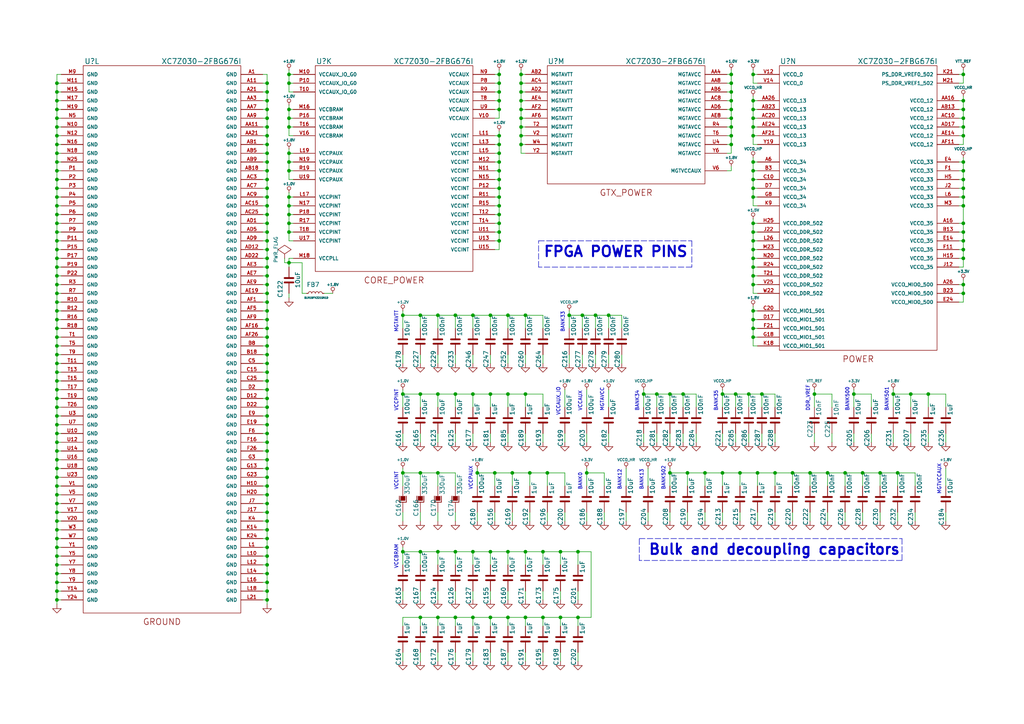
<source format=kicad_sch>
(kicad_sch (version 20250114) (generator "eeschema") (generator_version "9.0")
  (paper "A4")
  (title_block (title "CIAA-ACC FPGA POWER pins") (date "2019-08-28") (rev "V1.4") (company "COMPUTADORA INDUSTRIAL ABIERTA ARGENTINA. CIAA-ACC (HPC)") (comment 1 "Authors: See 'doc/CHANGES.txt' file.      License: See 'doc/LICENCIA_CIAA_ACC.txt' file."))
  (lib_symbols
    (symbol "CIAA_ACC:+1.0V" (power) (pin_names (offset 1.016))
      (property "Value" "+1.0V" (at 0 2.286 0))
      (symbol "+1.0V_0_0"
        (pin power_in line (at 0 0 90) (length 0) (hide yes) (name "+1.0V") (number "1"))
      )
    )
    (symbol "CIAA_ACC:+1.2V" (power) (pin_names (offset 1.016))
      (property "Value" "+1.2V" (at 0 2.286 0))
      (symbol "+1.2V_0_0"
        (pin power_in line (at 0 0 90) (length 0) (hide yes) (name "+1.2V") (number "1"))
      )
    )
    (symbol "CIAA_ACC:+1.5V" (power) (pin_names (offset 1.016))
      (property "Value" "+1.5V" (at 0 2.286 0))
      (symbol "+1.5V_0_0"
        (pin power_in line (at 0 0 90) (length 0) (hide yes) (name "+1.5V") (number "1"))
      )
    )
    (symbol "CIAA_ACC:+1.8V" (power) (pin_names (offset 1.016))
      (property "Value" "+1.8V" (at 0 2.286 0))
      (symbol "+1.8V_0_0"
        (pin power_in line (at 0 0 90) (length 0) (hide yes) (name "+1.8V") (number "1"))
      )
    )
    (symbol "CIAA_ACC:+3.3V" (power) (pin_names (offset 1.016))
      (property "Value" "+3.3V" (at 0 2.286 0))
      (symbol "+3.3V_0_0"
        (pin power_in line (at 0 0 90) (length 0) (hide yes) (name "+3.3V") (number "1"))
      )
    )
    (symbol "CIAA_ACC:C" (pin_numbers (hide yes)) (pin_names (offset 0.254))
      (property "Reference" "C" (at 0.635 2.54 0))
      (property "Value" "C" (at 0.635 -2.54 0))
      (symbol "C_1_1"
        (pin passive line (at 0 3.81 270) (length 2.794) (name "~") (number "1"))
        (pin passive line (at 0 -3.81 90) (length 2.794) (name "~") (number "2"))
      )
    )
    (symbol "CIAA_ACC:CPOL" (pin_numbers (hide yes)) (pin_names (offset 0.254) (hide yes))
      (property "Reference" "C" (at 1.27 2.54 0))
      (property "Value" "CPOL" (at 1.27 -2.54 0))
      (symbol "CPOL_1_1"
        (pin passive line (at 0 3.81 270) (length 2.921) (name "~") (number "1"))
        (pin passive line (at 0 -3.81 90) (length 2.921) (name "~") (number "2"))
      )
    )
    (symbol "CIAA_ACC:GND" (power) (pin_names (offset 0))
      (property "Value" "GND" (at 0 -3.81 0))
      (symbol "GND_1_1"
        (pin power_in line (at 0 0 270) (length 0) (hide yes) (name "GND") (number "1"))
      )
    )
    (symbol "CIAA_ACC:L" (pin_numbers (hide yes)) (pin_names (offset 0.254) (hide yes))
      (property "Reference" "L" (at 0.762 1.016 0))
      (property "Value" "L" (at 0.762 -1.016 0))
      (symbol "L_1_1"
        (pin passive line (at 0 2.54 270) (length 0.508) (name "~") (number "1"))
        (pin passive line (at 0 -2.54 90) (length 0.508) (name "~") (number "2"))
      )
    )
    (symbol "CIAA_ACC:PWR_FLAG" (power) (pin_numbers (hide yes)) (pin_names (offset 0) (hide yes))
      (property "Value" "PWR_FLAG" (at 0 4.572 0))
      (symbol "PWR_FLAG_0_0"
        (pin power_out line (at 0 0 90) (length 0) (name "pwr") (number "1"))
      )
    )
    (symbol "CIAA_ACC:VCCO_HP" (power) (pin_names (offset 1.016))
      (property "Value" "VCCO_HP" (at 0 2.286 0))
      (symbol "VCCO_HP_0_0"
        (pin power_in line (at 0 0 90) (length 0) (hide yes) (name "VCCO_HP") (number "1"))
      )
    )
    (symbol "CIAA_ACC:VCCO_HR" (power) (pin_names (offset 1.016))
      (property "Value" "VCCO_HR" (at 0 2.286 0))
      (symbol "VCCO_HR_0_0"
        (pin power_in line (at 0 0 90) (length 0) (hide yes) (name "VCCO_HR") (number "1"))
      )
    )
    (symbol "CIAA_ACC:VTT_REF" (power) (pin_names (offset 1.016))
      (property "Value" "VTT_REF" (at 0 2.286 0))
      (symbol "VTT_REF_0_0"
        (pin power_in line (at 0 0 90) (length 0) (hide yes) (name "VTT_REF") (number "1"))
      )
    )
    (symbol "XC7Z030_FBG676:XC7Z030_FBG676" (pin_names (offset 1.016))
      (property "Reference" "U" (at 0 2.54 0))
      (property "Value" "XC7Z030_FBG676" (at 0 0 0))
      (symbol "XC7Z030_FBG676_1_0"
        (text "BANK_0" (at 0 -38.1 0) (effects (font (size 1.778 1.778))))
      )
      (symbol "XC7Z030_FBG676_1_1"
        (pin bidirectional line (at -29.21 13.97 0) (length 6.35) (name "INIT_B_0") (number "R8"))
        (pin input line (at -29.21 11.43 0) (length 6.35) (name "PROGRAM_B_0") (number "V9"))
        (pin input line (at 29.21 13.97 180) (length 6.35) (name "CFGBVS_0") (number "T7"))
        (pin bidirectional line (at 29.21 11.43 180) (length 6.35) (name "DONE_0") (number "W9"))
        (pin input line (at 29.21 8.89 180) (length 6.35) (name "DXN_0") (number "R13"))
        (pin input line (at 29.21 6.35 180) (length 6.35) (name "DXP_0") (number "R14"))
        (pin power_in line (at 29.21 3.81 180) (length 6.35) (name "GNDADC_0") (number "M13"))
        (pin power_in line (at 29.21 1.27 180) (length 6.35) (name "RSVDGND") (number "V13"))
        (pin power_in line (at 29.21 -1.27 180) (length 6.35) (name "RSVDVCC1") (number "W8"))
        (pin power_in line (at 29.21 -3.81 180) (length 6.35) (name "RSVDVCC2") (number "V8"))
        (pin power_in line (at 29.21 -6.35 180) (length 6.35) (name "RSVDVCC3") (number "U8"))
        (pin input line (at 29.21 -8.89 180) (length 6.35) (name "TCK_0") (number "W12"))
        (pin input line (at 29.21 -11.43 180) (length 6.35) (name "TDI_0") (number "V11"))
        (pin output line (at 29.21 -13.97 180) (length 6.35) (name "TDO_0") (number "W10"))
        (pin input line (at 29.21 -16.51 180) (length 6.35) (name "TMS_0") (number "W11"))
        (pin power_in line (at 29.21 -19.05 180) (length 6.35) (name "VCCADC_0") (number "M14"))
        (pin power_in line (at 29.21 -21.59 180) (length 6.35) (name "VCCBATT_0") (number "V15"))
        (pin input line (at 29.21 -24.13 180) (length 6.35) (name "VN_0") (number "P13"))
        (pin input line (at 29.21 -26.67 180) (length 6.35) (name "VP_0") (number "N14"))
        (pin input line (at 29.21 -29.21 180) (length 6.35) (name "VREFN_0") (number "N13"))
        (pin input line (at 29.21 -31.75 180) (length 6.35) (name "VREFP_0") (number "P14"))
      )
      (symbol "XC7Z030_FBG676_2_0"
        (text "BANK_12" (at 0 -36.83 0) (effects (font (size 1.778 1.778))))
      )
      (symbol "XC7Z030_FBG676_2_1"
        (pin bidirectional line (at -29.21 33.02 0) (length 6.35) (name "IO_L12N_T1_MRCC_12") (number "AD13"))
        (pin bidirectional line (at -29.21 30.48 0) (length 6.35) (name "IO_L12P_T1_MRCC_12") (number "AC13"))
        (pin bidirectional line (at -29.21 27.94 0) (length 6.35) (name "IO_L13N_T2_MRCC_12") (number "AD14"))
        (pin bidirectional line (at -29.21 25.4 0) (length 6.35) (name "IO_L13P_T2_MRCC_12") (number "AC14"))
        (pin bidirectional line (at -29.21 22.86 0) (length 6.35) (name "IO_L14N_T2_SRCC_12") (number "AB14"))
        (pin bidirectional line (at -29.21 20.32 0) (length 6.35) (name "IO_L14P_T2_SRCC_12") (number "AB15"))
        (pin bidirectional line (at -29.21 17.78 0) (length 6.35) (name "IO_L15N_T2_DQS_12") (number "AD15"))
        (pin bidirectional line (at -29.21 15.24 0) (length 6.35) (name "IO_L15P_T2_DQS_12") (number "AD16"))
        (pin bidirectional line (at -29.21 12.7 0) (length 6.35) (name "IO_L16N_T2_12") (number "AF14"))
        (pin bidirectional line (at -29.21 10.16 0) (length 6.35) (name "IO_L16P_T2_12") (number "AF15"))
        (pin bidirectional line (at -29.21 7.62 0) (length 6.35) (name "IO_L17N_T2_12") (number "AE15"))
        (pin bidirectional line (at -29.21 5.08 0) (length 6.35) (name "IO_L17P_T2_12") (number "AE16"))
        (pin bidirectional line (at -29.21 2.54 0) (length 6.35) (name "IO_L18N_T2_12") (number "AF17"))
        (pin bidirectional line (at -29.21 0 0) (length 6.35) (name "IO_L18P_T2_12") (number "AE17"))
        (pin bidirectional line (at -29.21 -2.54 0) (length 6.35) (name "IO_L19N_T3_VREF_12") (number "AA17"))
        (pin bidirectional line (at -29.21 -5.08 0) (length 6.35) (name "IO_L19P_T3_12") (number "Y17"))
        (pin bidirectional line (at -29.21 -7.62 0) (length 6.35) (name "IO_L20N_T3_12") (number "AB16"))
        (pin bidirectional line (at -29.21 -10.16 0) (length 6.35) (name "IO_L20P_T3_12") (number "AB17"))
        (pin bidirectional line (at -29.21 -12.7 0) (length 6.35) (name "IO_L21N_T3_DQS_12") (number "AC16"))
        (pin bidirectional line (at -29.21 -15.24 0) (length 6.35) (name "IO_L21P_T3_DQS_12") (number "AC17"))
        (pin bidirectional line (at -29.21 -17.78 0) (length 6.35) (name "IO_L22N_T3_12") (number "AA14"))
        (pin bidirectional line (at -29.21 -20.32 0) (length 6.35) (name "IO_L22P_T3_12") (number "AA15"))
        (pin bidirectional line (at -29.21 -22.86 0) (length 6.35) (name "IO_L23N_T3_12") (number "Y15"))
        (pin bidirectional line (at -29.21 -25.4 0) (length 6.35) (name "IO_L23P_T3_12") (number "Y16"))
        (pin bidirectional line (at -29.21 -27.94 0) (length 6.35) (name "IO_L24N_T3_12") (number "W15"))
        (pin bidirectional line (at -29.21 -30.48 0) (length 6.35) (name "IO_L24P_T3_12") (number "W16"))
        (pin bidirectional line (at 29.21 33.02 180) (length 6.35) (name "IO_0_12") (number "W14"))
        (pin bidirectional line (at 29.21 30.48 180) (length 6.35) (name "IO_25_12") (number "W17"))
        (pin bidirectional line (at 29.21 27.94 180) (length 6.35) (name "IO_L1N_T0_12") (number "Y11"))
        (pin bidirectional line (at 29.21 25.4 180) (length 6.35) (name "IO_L1P_T0_12") (number "Y12"))
        (pin bidirectional line (at 29.21 22.86 180) (length 6.35) (name "IO_L2N_T0_12") (number "AC11"))
        (pin bidirectional line (at 29.21 20.32 180) (length 6.35) (name "IO_L2P_T0_12") (number "AB12"))
        (pin bidirectional line (at 29.21 17.78 180) (length 6.35) (name "IO_L3N_T0_DQS_12") (number "AA10"))
        (pin bidirectional line (at 29.21 15.24 180) (length 6.35) (name "IO_L3P_T0_DQS_12") (number "Y10"))
        (pin bidirectional line (at 29.21 12.7 180) (length 6.35) (name "IO_L4N_T0_12") (number "AB10"))
        (pin bidirectional line (at 29.21 10.16 180) (length 6.35) (name "IO_L4P_T0_12") (number "AB11"))
        (pin bidirectional line (at 29.21 7.62 180) (length 6.35) (name "IO_L5N_T0_12") (number "Y13"))
        (pin bidirectional line (at 29.21 5.08 180) (length 6.35) (name "IO_L5P_T0_12") (number "W13"))
        (pin bidirectional line (at 29.21 2.54 180) (length 6.35) (name "IO_L6N_T0_VREF_12") (number "AA12"))
        (pin bidirectional line (at 29.21 0 180) (length 6.35) (name "IO_L6P_T0_12") (number "AA13"))
        (pin bidirectional line (at 29.21 -2.54 180) (length 6.35) (name "IO_L7N_T1_12") (number "AD10"))
        (pin bidirectional line (at 29.21 -5.08 180) (length 6.35) (name "IO_L7P_T1_12") (number "AE10"))
        (pin bidirectional line (at 29.21 -7.62 180) (length 6.35) (name "IO_L8N_T1_12") (number "AF12"))
        (pin bidirectional line (at 29.21 -10.16 180) (length 6.35) (name "IO_L8P_T1_12") (number "AE12"))
        (pin bidirectional line (at 29.21 -12.7 180) (length 6.35) (name "IO_L9N_T1_DQS_12") (number "AF10"))
        (pin bidirectional line (at 29.21 -15.24 180) (length 6.35) (name "IO_L9P_T1_DQS_12") (number "AE11"))
        (pin bidirectional line (at 29.21 -17.78 180) (length 6.35) (name "IO_L10N_T1_12") (number "AF13"))
        (pin bidirectional line (at 29.21 -20.32 180) (length 6.35) (name "IO_L10P_T1_12") (number "AE13"))
        (pin bidirectional line (at 29.21 -22.86 180) (length 6.35) (name "IO_L11N_T1_SRCC_12") (number "AD11"))
        (pin bidirectional line (at 29.21 -25.4 180) (length 6.35) (name "IO_L11P_T1_SRCC_12") (number "AC12"))
      )
      (symbol "XC7Z030_FBG676_3_0"
        (text "BANK_13" (at 0 -36.83 0) (effects (font (size 1.778 1.778))))
      )
      (symbol "XC7Z030_FBG676_3_1"
        (pin bidirectional line (at -29.21 33.02 0) (length 6.35) (name "IO_L12N_T1_MRCC_13") (number "AC24"))
        (pin bidirectional line (at -29.21 30.48 0) (length 6.35) (name "IO_L12P_T1_MRCC_13") (number "AC23"))
        (pin bidirectional line (at -29.21 27.94 0) (length 6.35) (name "IO_L13N_T2_MRCC_13") (number "AD21"))
        (pin bidirectional line (at -29.21 25.4 0) (length 6.35) (name "IO_L13P_T2_MRCC_13") (number "AD20"))
        (pin bidirectional line (at -29.21 22.86 0) (length 6.35) (name "IO_L14N_T2_SRCC_13") (number "AC22"))
        (pin bidirectional line (at -29.21 20.32 0) (length 6.35) (name "IO_L14P_T2_SRCC_13") (number "AC21"))
        (pin bidirectional line (at -29.21 17.78 0) (length 6.35) (name "IO_L15N_T2_DQS_13") (number "AF20"))
        (pin bidirectional line (at -29.21 15.24 0) (length 6.35) (name "IO_L15P_T2_DQS_13") (number "AF19"))
        (pin bidirectional line (at -29.21 12.7 0) (length 6.35) (name "IO_L16N_T2_13") (number "AE21"))
        (pin bidirectional line (at -29.21 10.16 0) (length 6.35) (name "IO_L16P_T2_13") (number "AE20"))
        (pin bidirectional line (at -29.21 7.62 0) (length 6.35) (name "IO_L17N_T2_13") (number "AD19"))
        (pin bidirectional line (at -29.21 5.08 0) (length 6.35) (name "IO_L17P_T2_13") (number "AD18"))
        (pin bidirectional line (at -29.21 2.54 0) (length 6.35) (name "IO_L18N_T2_13") (number "AF18"))
        (pin bidirectional line (at -29.21 0 0) (length 6.35) (name "IO_L18P_T2_13") (number "AE18"))
        (pin bidirectional line (at -29.21 -2.54 0) (length 6.35) (name "IO_L19N_T3_VREF_13") (number "Y20"))
        (pin bidirectional line (at -29.21 -5.08 0) (length 6.35) (name "IO_L19P_T3_13") (number "W20"))
        (pin bidirectional line (at -29.21 -7.62 0) (length 6.35) (name "IO_L20N_T3_13") (number "AB20"))
        (pin bidirectional line (at -29.21 -10.16 0) (length 6.35) (name "IO_L20P_T3_13") (number "AA20"))
        (pin bidirectional line (at -29.21 -12.7 0) (length 6.35) (name "IO_L21N_T3_DQS_13") (number "AC19"))
        (pin bidirectional line (at -29.21 -15.24 0) (length 6.35) (name "IO_L21P_T3_DQS_13") (number "AC18"))
        (pin bidirectional line (at -29.21 -17.78 0) (length 6.35) (name "IO_L22N_T3_13") (number "AB19"))
        (pin bidirectional line (at -29.21 -20.32 0) (length 6.35) (name "IO_L22P_T3_13") (number "AA19"))
        (pin bidirectional line (at -29.21 -22.86 0) (length 6.35) (name "IO_L23N_T3_13") (number "W19"))
        (pin bidirectional line (at -29.21 -25.4 0) (length 6.35) (name "IO_L23P_T3_13") (number "W18"))
        (pin bidirectional line (at -29.21 -27.94 0) (length 6.35) (name "IO_L24N_T3_13") (number "AA18"))
        (pin bidirectional line (at -29.21 -30.48 0) (length 6.35) (name "IO_L24P_T3_13") (number "Y18"))
        (pin bidirectional line (at 29.21 33.02 180) (length 6.35) (name "IO_0_13") (number "V19"))
        (pin bidirectional line (at 29.21 30.48 180) (length 6.35) (name "IO_25_13") (number "V18"))
        (pin bidirectional line (at 29.21 27.94 180) (length 6.35) (name "IO_L1N_T0_13") (number "AB25"))
        (pin bidirectional line (at 29.21 25.4 180) (length 6.35) (name "IO_L1P_T0_13") (number "AA25"))
        (pin bidirectional line (at 29.21 22.86 180) (length 6.35) (name "IO_L2N_T0_13") (number "AC26"))
        (pin bidirectional line (at 29.21 20.32 180) (length 6.35) (name "IO_L2P_T0_13") (number "AB26"))
        (pin bidirectional line (at 29.21 17.78 180) (length 6.35) (name "IO_L3N_T0_DQS_13") (number "AE26"))
        (pin bidirectional line (at 29.21 15.24 180) (length 6.35) (name "IO_L3P_T0_DQS_13") (number "AE25"))
        (pin bidirectional line (at 29.21 12.7 180) (length 6.35) (name "IO_L4N_T0_13") (number "AD26"))
        (pin bidirectional line (at 29.21 10.16 180) (length 6.35) (name "IO_L4P_T0_13") (number "AD25"))
        (pin bidirectional line (at 29.21 7.62 180) (length 6.35) (name "IO_L5N_T0_13") (number "AF25"))
        (pin bidirectional line (at 29.21 5.08 180) (length 6.35) (name "IO_L5P_T0_13") (number "AF24"))
        (pin bidirectional line (at 29.21 2.54 180) (length 6.35) (name "IO_L6N_T0_VREF_13") (number "AB24"))
        (pin bidirectional line (at 29.21 0 180) (length 6.35) (name "IO_L6P_T0_13") (number "AA24"))
        (pin bidirectional line (at 29.21 -2.54 180) (length 6.35) (name "IO_L7N_T1_13") (number "AF22"))
        (pin bidirectional line (at 29.21 -5.08 180) (length 6.35) (name "IO_L7P_T1_13") (number "AE22"))
        (pin bidirectional line (at 29.21 -7.62 180) (length 6.35) (name "IO_L8N_T1_13") (number "AF23"))
        (pin bidirectional line (at 29.21 -10.16 180) (length 6.35) (name "IO_L8P_T1_13") (number "AE23"))
        (pin bidirectional line (at 29.21 -12.7 180) (length 6.35) (name "IO_L9N_T1_DQS_13") (number "AB22"))
        (pin bidirectional line (at 29.21 -15.24 180) (length 6.35) (name "IO_L9P_T1_DQS_13") (number "AB21"))
        (pin bidirectional line (at 29.21 -17.78 180) (length 6.35) (name "IO_L10N_T1_13") (number "AA23"))
        (pin bidirectional line (at 29.21 -20.32 180) (length 6.35) (name "IO_L10P_T1_13") (number "AA22"))
        (pin bidirectional line (at 29.21 -22.86 180) (length 6.35) (name "IO_L11N_T1_SRCC_13") (number "AD24"))
        (pin bidirectional line (at 29.21 -25.4 180) (length 6.35) (name "IO_L11P_T1_SRCC_13") (number "AD23"))
      )
      (symbol "XC7Z030_FBG676_4_0"
        (text "BANK_33" (at 0 -36.83 0) (effects (font (size 1.778 1.778))))
      )
      (symbol "XC7Z030_FBG676_4_1"
        (pin bidirectional line (at -29.21 33.02 0) (length 6.35) (name "IO_L12N_T1_MRCC_33") (number "J3"))
        (pin bidirectional line (at -29.21 30.48 0) (length 6.35) (name "IO_L12P_T1_MRCC_33") (number "J4"))
        (pin bidirectional line (at -29.21 27.94 0) (length 6.35) (name "IO_L13N_T2_MRCC_33") (number "M5"))
        (pin bidirectional line (at -29.21 25.4 0) (length 6.35) (name "IO_L13P_T2_MRCC_33") (number "M6"))
        (pin bidirectional line (at -29.21 22.86 0) (length 6.35) (name "IO_L14N_T2_SRCC_33") (number "L4"))
        (pin bidirectional line (at -29.21 20.32 0) (length 6.35) (name "IO_L14P_T2_SRCC_33") (number "L5"))
        (pin bidirectional line (at -29.21 17.78 0) (length 6.35) (name "IO_L15N_T2_DQS_33") (number "N2"))
        (pin bidirectional line (at -29.21 15.24 0) (length 6.35) (name "IO_L15P_T2_DQS_33") (number "N3"))
        (pin bidirectional line (at -29.21 12.7 0) (length 6.35) (name "IO_L16N_T2_33") (number "L2"))
        (pin bidirectional line (at -29.21 10.16 0) (length 6.35) (name "IO_L16P_T2_33") (number "M2"))
        (pin bidirectional line (at -29.21 7.62 0) (length 6.35) (name "IO_L17N_T2_33") (number "M4"))
        (pin bidirectional line (at -29.21 5.08 0) (length 6.35) (name "IO_L17P_T2_33") (number "N4"))
        (pin bidirectional line (at -29.21 2.54 0) (length 6.35) (name "IO_L18N_T2_33") (number "M1"))
        (pin bidirectional line (at -29.21 0 0) (length 6.35) (name "IO_L18P_T2_33") (number "N1"))
        (pin bidirectional line (at -29.21 -2.54 0) (length 6.35) (name "IO_L19N_T3_VREF_33") (number "L7"))
        (pin bidirectional line (at -29.21 -5.08 0) (length 6.35) (name "IO_L19P_T3_33") (number "M7"))
        (pin bidirectional line (at -29.21 -7.62 0) (length 6.35) (name "IO_L20N_T3_33") (number "J5"))
        (pin bidirectional line (at -29.21 -10.16 0) (length 6.35) (name "IO_L20P_T3_33") (number "K5"))
        (pin bidirectional line (at -29.21 -12.7 0) (length 6.35) (name "IO_L21N_T3_DQS_33") (number "L8"))
        (pin bidirectional line (at -29.21 -15.24 0) (length 6.35) (name "IO_L21P_T3_DQS_33") (number "M8"))
        (pin bidirectional line (at -29.21 -17.78 0) (length 6.35) (name "IO_L22N_T3_33") (number "J6"))
        (pin bidirectional line (at -29.21 -20.32 0) (length 6.35) (name "IO_L22P_T3_33") (number "K6"))
        (pin bidirectional line (at -29.21 -22.86 0) (length 6.35) (name "IO_L23N_T3_33") (number "N6"))
        (pin bidirectional line (at -29.21 -25.4 0) (length 6.35) (name "IO_L23P_T3_33") (number "N7"))
        (pin bidirectional line (at -29.21 -27.94 0) (length 6.35) (name "IO_L24N_T3_33") (number "K7"))
        (pin bidirectional line (at -29.21 -30.48 0) (length 6.35) (name "IO_L24P_T3_33") (number "K8"))
        (pin bidirectional line (at 29.21 33.02 180) (length 6.35) (name "IO_0_VRN_33") (number "L9"))
        (pin bidirectional line (at 29.21 30.48 180) (length 6.35) (name "IO_25_VRP_33") (number "N8"))
        (pin bidirectional line (at 29.21 27.94 180) (length 6.35) (name "IO_L1N_T0_33") (number "F4"))
        (pin bidirectional line (at 29.21 25.4 180) (length 6.35) (name "IO_L1P_T0_33") (number "G4"))
        (pin bidirectional line (at 29.21 22.86 180) (length 6.35) (name "IO_L2N_T0_33") (number "D3"))
        (pin bidirectional line (at 29.21 20.32 180) (length 6.35) (name "IO_L2P_T0_33") (number "D4"))
        (pin bidirectional line (at 29.21 17.78 180) (length 6.35) (name "IO_L3N_T0_DQS_33") (number "F2"))
        (pin bidirectional line (at 29.21 15.24 180) (length 6.35) (name "IO_L3P_T0_DQS_33") (number "G2"))
        (pin bidirectional line (at 29.21 12.7 180) (length 6.35) (name "IO_L4N_T0_33") (number "C1"))
        (pin bidirectional line (at 29.21 10.16 180) (length 6.35) (name "IO_L4P_T0_33") (number "D1"))
        (pin bidirectional line (at 29.21 7.62 180) (length 6.35) (name "IO_L5N_T0_33") (number "E1"))
        (pin bidirectional line (at 29.21 5.08 180) (length 6.35) (name "IO_L5P_T0_33") (number "E2"))
        (pin bidirectional line (at 29.21 2.54 180) (length 6.35) (name "IO_L6N_T0_VREF_33") (number "E3"))
        (pin bidirectional line (at 29.21 0 180) (length 6.35) (name "IO_L6P_T0_33") (number "F3"))
        (pin bidirectional line (at 29.21 -2.54 180) (length 6.35) (name "IO_L7N_T1_33") (number "H1"))
        (pin bidirectional line (at 29.21 -5.08 180) (length 6.35) (name "IO_L7P_T1_33") (number "J1"))
        (pin bidirectional line (at 29.21 -7.62 180) (length 6.35) (name "IO_L8N_T1_33") (number "H3"))
        (pin bidirectional line (at 29.21 -10.16 180) (length 6.35) (name "IO_L8P_T1_33") (number "H4"))
        (pin bidirectional line (at 29.21 -12.7 180) (length 6.35) (name "IO_L9N_T1_DQS_33") (number "K1"))
        (pin bidirectional line (at 29.21 -15.24 180) (length 6.35) (name "IO_L9P_T1_DQS_33") (number "K2"))
        (pin bidirectional line (at 29.21 -17.78 180) (length 6.35) (name "IO_L10N_T1_33") (number "G1"))
        (pin bidirectional line (at 29.21 -20.32 180) (length 6.35) (name "IO_L10P_T1_33") (number "H2"))
        (pin bidirectional line (at 29.21 -22.86 180) (length 6.35) (name "IO_L11N_T1_SRCC_33") (number "K3"))
        (pin bidirectional line (at 29.21 -25.4 180) (length 6.35) (name "IO_L11P_T1_SRCC_33") (number "L3"))
      )
      (symbol "XC7Z030_FBG676_5_0"
        (text "BANK_34" (at 0 -39.37 0) (effects (font (size 1.778 1.778))))
      )
      (symbol "XC7Z030_FBG676_5_1"
        (pin bidirectional line (at -29.21 33.02 0) (length 6.35) (name "IO_L3P_T0_DQS_PUDC_B_34") (number "H9"))
        (pin bidirectional line (at -29.21 30.48 0) (length 6.35) (name "IO_L12N_T1_MRCC_34") (number "F7"))
        (pin bidirectional line (at -29.21 27.94 0) (length 6.35) (name "IO_L12P_T1_MRCC_34") (number "G7"))
        (pin bidirectional line (at -29.21 25.4 0) (length 6.35) (name "IO_L13N_T2_MRCC_34") (number "C7"))
        (pin bidirectional line (at -29.21 22.86 0) (length 6.35) (name "IO_L13P_T2_MRCC_34") (number "C8"))
        (pin bidirectional line (at -29.21 20.32 0) (length 6.35) (name "IO_L14N_T2_SRCC_34") (number "C6"))
        (pin bidirectional line (at -29.21 17.78 0) (length 6.35) (name "IO_L14P_T2_SRCC_34") (number "D6"))
        (pin bidirectional line (at -29.21 15.24 0) (length 6.35) (name "IO_L15N_T2_DQS_34") (number "B9"))
        (pin bidirectional line (at -29.21 12.7 0) (length 6.35) (name "IO_L15P_T2_DQS_34") (number "C9"))
        (pin bidirectional line (at -29.21 10.16 0) (length 6.35) (name "IO_L16N_T2_34") (number "A10"))
        (pin bidirectional line (at -29.21 7.62 0) (length 6.35) (name "IO_L16P_T2_34") (number "B10"))
        (pin bidirectional line (at -29.21 5.08 0) (length 6.35) (name "IO_L17N_T2_34") (number "A8"))
        (pin bidirectional line (at -29.21 2.54 0) (length 6.35) (name "IO_L17P_T2_34") (number "A9"))
        (pin bidirectional line (at -29.21 0 0) (length 6.35) (name "IO_L18N_T2_34") (number "A7"))
        (pin bidirectional line (at -29.21 -2.54 0) (length 6.35) (name "IO_L18P_T2_34") (number "B7"))
        (pin bidirectional line (at -29.21 -5.08 0) (length 6.35) (name "IO_L19N_T3_VREF_34") (number "C3"))
        (pin bidirectional line (at -29.21 -7.62 0) (length 6.35) (name "IO_L19P_T3_34") (number "C4"))
        (pin bidirectional line (at -29.21 -10.16 0) (length 6.35) (name "IO_L20N_T3_34") (number "B4"))
        (pin bidirectional line (at -29.21 -12.7 0) (length 6.35) (name "IO_L20P_T3_34") (number "B5"))
        (pin bidirectional line (at -29.21 -15.24 0) (length 6.35) (name "IO_L21N_T3_DQS_34") (number "A5"))
        (pin bidirectional line (at -29.21 -17.78 0) (length 6.35) (name "IO_L21P_T3_DQS_34") (number "B6"))
        (pin bidirectional line (at -29.21 -20.32 0) (length 6.35) (name "IO_L22N_T3_34") (number "A3"))
        (pin bidirectional line (at -29.21 -22.86 0) (length 6.35) (name "IO_L22P_T3_34") (number "A4"))
        (pin bidirectional line (at -29.21 -25.4 0) (length 6.35) (name "IO_L23N_T3_34") (number "B1"))
        (pin bidirectional line (at -29.21 -27.94 0) (length 6.35) (name "IO_L23P_T3_34") (number "C2"))
        (pin bidirectional line (at -29.21 -30.48 0) (length 6.35) (name "IO_L24N_T3_34") (number "A2"))
        (pin bidirectional line (at -29.21 -33.02 0) (length 6.35) (name "IO_L24P_T3_34") (number "B2"))
        (pin bidirectional line (at 29.21 33.02 180) (length 6.35) (name "IO_0_VRN_34") (number "K11"))
        (pin bidirectional line (at 29.21 30.48 180) (length 6.35) (name "IO_25_VRP_34") (number "K10"))
        (pin bidirectional line (at 29.21 27.94 180) (length 6.35) (name "IO_L1N_T0_34") (number "H11"))
        (pin bidirectional line (at 29.21 25.4 180) (length 6.35) (name "IO_L1P_T0_34") (number "J11"))
        (pin bidirectional line (at 29.21 22.86 180) (length 6.35) (name "IO_L2N_T0_34") (number "G5"))
        (pin bidirectional line (at 29.21 20.32 180) (length 6.35) (name "IO_L2P_T0_34") (number "G6"))
        (pin bidirectional line (at 29.21 17.78 180) (length 6.35) (name "IO_L3N_T0_DQS_34") (number "G9"))
        (pin bidirectional line (at 29.21 15.24 180) (length 6.35) (name "IO_L4N_T0_34") (number "H6"))
        (pin bidirectional line (at 29.21 12.7 180) (length 6.35) (name "IO_L4P_T0_34") (number "H7"))
        (pin bidirectional line (at 29.21 10.16 180) (length 6.35) (name "IO_L5N_T0_34") (number "J9"))
        (pin bidirectional line (at 29.21 7.62 180) (length 6.35) (name "IO_L5P_T0_34") (number "J10"))
        (pin bidirectional line (at 29.21 5.08 180) (length 6.35) (name "IO_L6N_T0_VREF_34") (number "H8"))
        (pin bidirectional line (at 29.21 2.54 180) (length 6.35) (name "IO_L6P_T0_34") (number "J8"))
        (pin bidirectional line (at 29.21 0 180) (length 6.35) (name "IO_L7N_T1_34") (number "E5"))
        (pin bidirectional line (at 29.21 -2.54 180) (length 6.35) (name "IO_L7P_T1_34") (number "F5"))
        (pin bidirectional line (at 29.21 -5.08 180) (length 6.35) (name "IO_L8N_T1_34") (number "D8"))
        (pin bidirectional line (at 29.21 -7.62 180) (length 6.35) (name "IO_L8P_T1_34") (number "D9"))
        (pin bidirectional line (at 29.21 -10.16 180) (length 6.35) (name "IO_L9N_T1_DQS_34") (number "E8"))
        (pin bidirectional line (at 29.21 -12.7 180) (length 6.35) (name "IO_L9P_T1_DQS_34") (number "F9"))
        (pin bidirectional line (at 29.21 -15.24 180) (length 6.35) (name "IO_L10N_T1_34") (number "D5"))
        (pin bidirectional line (at 29.21 -17.78 180) (length 6.35) (name "IO_L10P_T1_34") (number "E6"))
        (pin bidirectional line (at 29.21 -20.32 180) (length 6.35) (name "IO_L11N_T1_SRCC_34") (number "E7"))
        (pin bidirectional line (at 29.21 -22.86 180) (length 6.35) (name "IO_L11P_T1_SRCC_34") (number "F8"))
      )
      (symbol "XC7Z030_FBG676_6_0"
        (text "BANK_35" (at 0 -36.83 0) (effects (font (size 1.778 1.778))))
      )
      (symbol "XC7Z030_FBG676_6_1"
        (pin bidirectional line (at -29.21 33.02 0) (length 6.35) (name "IO_L12N_T1_MRCC_35") (number "H14"))
        (pin bidirectional line (at -29.21 30.48 0) (length 6.35) (name "IO_L12P_T1_MRCC_35") (number "J14"))
        (pin bidirectional line (at -29.21 27.94 0) (length 6.35) (name "IO_L13N_T2_MRCC_35") (number "D14"))
        (pin bidirectional line (at -29.21 25.4 0) (length 6.35) (name "IO_L13P_T2_MRCC_35") (number "D15"))
        (pin bidirectional line (at -29.21 22.86 0) (length 6.35) (name "IO_L14N_T2_AD4N_SRCC_35") (number "E15"))
        (pin bidirectional line (at -29.21 20.32 0) (length 6.35) (name "IO_L14P_T2_AD4P_SRCC_35") (number "F15"))
        (pin bidirectional line (at -29.21 17.78 0) (length 6.35) (name "IO_L15N_T2_DQS_AD12N_35") (number "C16"))
        (pin bidirectional line (at -29.21 15.24 0) (length 6.35) (name "IO_L15P_T2_DQS_AD12P_35") (number "C17"))
        (pin bidirectional line (at -29.21 12.7 0) (length 6.35) (name "IO_L16N_T2_35") (number "D16"))
        (pin bidirectional line (at -29.21 10.16 0) (length 6.35) (name "IO_L16P_T2_35") (number "E16"))
        (pin bidirectional line (at -29.21 7.62 0) (length 6.35) (name "IO_L17N_T2_AD5N_35") (number "B15"))
        (pin bidirectional line (at -29.21 5.08 0) (length 6.35) (name "IO_L17P_T2_AD5P_35") (number "B16"))
        (pin bidirectional line (at -29.21 2.54 0) (length 6.35) (name "IO_L18N_T2_AD13N_35") (number "A17"))
        (pin bidirectional line (at -29.21 0 0) (length 6.35) (name "IO_L18P_T2_AD13P_35") (number "B17"))
        (pin bidirectional line (at -29.21 -2.54 0) (length 6.35) (name "IO_L19N_T3_VREF_35") (number "C13"))
        (pin bidirectional line (at -29.21 -5.08 0) (length 6.35) (name "IO_L19P_T3_35") (number "D13"))
        (pin bidirectional line (at -29.21 -7.62 0) (length 6.35) (name "IO_L20N_T3_AD6N_35") (number "B14"))
        (pin bidirectional line (at -29.21 -10.16 0) (length 6.35) (name "IO_L20P_T3_AD6P_35") (number "C14"))
        (pin bidirectional line (at -29.21 -12.7 0) (length 6.35) (name "IO_L21N_T3_DQS_AD14N_35") (number "A14"))
        (pin bidirectional line (at -29.21 -15.24 0) (length 6.35) (name "IO_L21P_T3_DQS_AD14P_35") (number "A15"))
        (pin bidirectional line (at -29.21 -17.78 0) (length 6.35) (name "IO_L22N_T3_AD7N_35") (number "B12"))
        (pin bidirectional line (at -29.21 -20.32 0) (length 6.35) (name "IO_L22P_T3_AD7P_35") (number "C12"))
        (pin bidirectional line (at -29.21 -22.86 0) (length 6.35) (name "IO_L23N_T3_35") (number "B11"))
        (pin bidirectional line (at -29.21 -25.4 0) (length 6.35) (name "IO_L23P_T3_35") (number "C11"))
        (pin bidirectional line (at -29.21 -27.94 0) (length 6.35) (name "IO_L24N_T3_AD15N_35") (number "A12"))
        (pin bidirectional line (at -29.21 -30.48 0) (length 6.35) (name "IO_L24P_T3_AD15P_35") (number "A13"))
        (pin bidirectional line (at 29.21 33.02 180) (length 6.35) (name "IO_0_VRN_35") (number "H16"))
        (pin bidirectional line (at 29.21 30.48 180) (length 6.35) (name "IO_25_VRP_35") (number "K12"))
        (pin bidirectional line (at 29.21 27.94 180) (length 6.35) (name "IO_L1N_T0_AD0N_35") (number "E12"))
        (pin bidirectional line (at 29.21 25.4 180) (length 6.35) (name "IO_L1P_T0_AD0P_35") (number "F12"))
        (pin bidirectional line (at 29.21 22.86 180) (length 6.35) (name "IO_L2N_T0_AD8N_35") (number "D10"))
        (pin bidirectional line (at 29.21 20.32 180) (length 6.35) (name "IO_L2P_T0_AD8P_35") (number "E10"))
        (pin bidirectional line (at 29.21 17.78 180) (length 6.35) (name "IO_L3N_T0_DQS_AD1N_35") (number "F10"))
        (pin bidirectional line (at 29.21 15.24 180) (length 6.35) (name "IO_L3P_T0_DQS_AD1P_35") (number "G10"))
        (pin bidirectional line (at 29.21 12.7 180) (length 6.35) (name "IO_L4N_T0_35") (number "D11"))
        (pin bidirectional line (at 29.21 10.16 180) (length 6.35) (name "IO_L4P_T0_35") (number "E11"))
        (pin bidirectional line (at 29.21 7.62 180) (length 6.35) (name "IO_L5N_T0_AD9N_35") (number "G11"))
        (pin bidirectional line (at 29.21 5.08 180) (length 6.35) (name "IO_L5P_T0_AD9P_35") (number "G12"))
        (pin bidirectional line (at 29.21 2.54 180) (length 6.35) (name "IO_L6N_T0_VREF_35") (number "E13"))
        (pin bidirectional line (at 29.21 0 180) (length 6.35) (name "IO_L6P_T0_35") (number "F13"))
        (pin bidirectional line (at 29.21 -2.54 180) (length 6.35) (name "IO_L7N_T1_AD2N_35") (number "H12"))
        (pin bidirectional line (at 29.21 -5.08 180) (length 6.35) (name "IO_L7P_T1_AD2P_35") (number "H13"))
        (pin bidirectional line (at 29.21 -7.62 180) (length 6.35) (name "IO_L8N_T1_AD10N_35") (number "J13"))
        (pin bidirectional line (at 29.21 -10.16 180) (length 6.35) (name "IO_L8P_T1_AD10P_35") (number "K13"))
        (pin bidirectional line (at 29.21 -12.7 180) (length 6.35) (name "IO_L9N_T1_DQS_AD3N_35") (number "J15"))
        (pin bidirectional line (at 29.21 -15.24 180) (length 6.35) (name "IO_L9P_T1_DQS_AD3P_35") (number "K15"))
        (pin bidirectional line (at 29.21 -17.78 180) (length 6.35) (name "IO_L10N_T1_AD11N_35") (number "G15"))
        (pin bidirectional line (at 29.21 -20.32 180) (length 6.35) (name "IO_L10P_T1_AD11P_35") (number "G16"))
        (pin bidirectional line (at 29.21 -22.86 180) (length 6.35) (name "IO_L11N_T1_SRCC_35") (number "F14"))
        (pin bidirectional line (at 29.21 -25.4 180) (length 6.35) (name "IO_L11P_T1_SRCC_35") (number "G14"))
      )
      (symbol "XC7Z030_FBG676_7_0"
        (text "BANK_112" (at 0 -31.75 0) (effects (font (size 1.778 1.778))))
      )
      (symbol "XC7Z030_FBG676_7_1"
        (pin input line (at -29.21 15.24 0) (length 6.35) (name "MGTXRXN0_112") (number "AB3"))
        (pin input line (at -29.21 12.7 0) (length 6.35) (name "MGTXRXP0_112") (number "AB4"))
        (pin input line (at -29.21 7.62 0) (length 6.35) (name "MGTXRXN1_112") (number "Y3"))
        (pin input line (at -29.21 5.08 0) (length 6.35) (name "MGTXRXP1_112") (number "Y4"))
        (pin input line (at -29.21 0 0) (length 6.35) (name "MGTXRXN2_112") (number "V3"))
        (pin input line (at -29.21 -2.54 0) (length 6.35) (name "MGTXRXP2_112") (number "V4"))
        (pin input line (at -29.21 -7.62 0) (length 6.35) (name "MGTXRXN3_112") (number "T3"))
        (pin input line (at -29.21 -10.16 0) (length 6.35) (name "MGTXRXP3_112") (number "T4"))
        (pin input line (at -29.21 -15.24 0) (length 6.35) (name "MGTREFCLK0N_112") (number "R5"))
        (pin input line (at -29.21 -17.78 0) (length 6.35) (name "MGTREFCLK0P_112") (number "R6"))
        (pin input line (at 29.21 15.24 180) (length 6.35) (name "MGTAVTTRCAL_112") (number "AB7"))
        (pin input line (at 29.21 12.7 180) (length 6.35) (name "MGTRREF_112") (number "AB8"))
        (pin output line (at 29.21 7.62 180) (length 6.35) (name "MGTXTXN0_112") (number "AA1"))
        (pin output line (at 29.21 5.08 180) (length 6.35) (name "MGTXTXP0_112") (number "AA2"))
        (pin output line (at 29.21 0 180) (length 6.35) (name "MGTXTXN1_112") (number "W1"))
        (pin output line (at 29.21 -2.54 180) (length 6.35) (name "MGTXTXP1_112") (number "W2"))
        (pin output line (at 29.21 -7.62 180) (length 6.35) (name "MGTXTXN2_112") (number "U1"))
        (pin output line (at 29.21 -10.16 180) (length 6.35) (name "MGTXTXP2_112") (number "U2"))
        (pin output line (at 29.21 -15.24 180) (length 6.35) (name "MGTXTXN3_112") (number "R1"))
        (pin output line (at 29.21 -17.78 180) (length 6.35) (name "MGTXTXP3_112") (number "R2"))
        (pin input line (at 29.21 -22.86 180) (length 6.35) (name "MGTREFCLK1N_112") (number "U5"))
        (pin input line (at 29.21 -25.4 180) (length 6.35) (name "MGTREFCLK1P_112") (number "U6"))
      )
      (symbol "XC7Z030_FBG676_8_0"
        (text "BANK_500" (at 0 -16.51 0) (effects (font (size 1.778 1.778))))
      )
      (symbol "XC7Z030_FBG676_8_1"
        (pin input line (at -29.21 12.7 0) (length 6.35) (name "PS_CLK_500") (number "B24"))
        (pin bidirectional line (at -29.21 10.16 0) (length 6.35) (name "PS_MIO9_500") (number "D24"))
        (pin bidirectional line (at -29.21 7.62 0) (length 6.35) (name "PS_MIO10_500") (number "A25"))
        (pin bidirectional line (at -29.21 5.08 0) (length 6.35) (name "PS_MIO11_500") (number "B26"))
        (pin bidirectional line (at -29.21 2.54 0) (length 6.35) (name "PS_MIO12_500") (number "A23"))
        (pin bidirectional line (at -29.21 0 0) (length 6.35) (name "PS_MIO13_500") (number "B25"))
        (pin bidirectional line (at -29.21 -2.54 0) (length 6.35) (name "PS_MIO14_500") (number "D23"))
        (pin bidirectional line (at -29.21 -5.08 0) (length 6.35) (name "PS_MIO15_500") (number "C24"))
        (pin input line (at -29.21 -10.16 0) (length 6.35) (name "PS_POR_B_500") (number "C23"))
        (pin bidirectional line (at 29.21 12.7 180) (length 6.35) (name "PS_MIO0_500") (number "E26"))
        (pin bidirectional line (at 29.21 10.16 180) (length 6.35) (name "PS_MIO1_500") (number "D26"))
        (pin bidirectional line (at 29.21 7.62 180) (length 6.35) (name "PS_MIO2_500") (number "E25"))
        (pin bidirectional line (at 29.21 5.08 180) (length 6.35) (name "PS_MIO3_500") (number "D25"))
        (pin bidirectional line (at 29.21 2.54 180) (length 6.35) (name "PS_MIO4_500") (number "F24"))
        (pin bidirectional line (at 29.21 0 180) (length 6.35) (name "PS_MIO5_500") (number "C26"))
        (pin bidirectional line (at 29.21 -2.54 180) (length 6.35) (name "PS_MIO6_500") (number "F23"))
        (pin bidirectional line (at 29.21 -5.08 180) (length 6.35) (name "PS_MIO7_500") (number "E23"))
        (pin bidirectional line (at 29.21 -7.62 180) (length 6.35) (name "PS_MIO8_500") (number "A24"))
      )
      (symbol "XC7Z030_FBG676_9_0"
        (text "BANK_501" (at 0 -30.48 0) (effects (font (size 1.778 1.778))))
      )
      (symbol "XC7Z030_FBG676_9_1"
        (pin bidirectional line (at -29.21 26.67 0) (length 6.35) (name "PS_MIO35_501") (number "D19"))
        (pin bidirectional line (at -29.21 24.13 0) (length 6.35) (name "PS_MIO36_501") (number "K16"))
        (pin bidirectional line (at -29.21 21.59 0) (length 6.35) (name "PS_MIO37_501") (number "D20"))
        (pin bidirectional line (at -29.21 19.05 0) (length 6.35) (name "PS_MIO38_501") (number "D21"))
        (pin bidirectional line (at -29.21 16.51 0) (length 6.35) (name "PS_MIO39_501") (number "C21"))
        (pin bidirectional line (at -29.21 13.97 0) (length 6.35) (name "PS_MIO40_501") (number "C22"))
        (pin bidirectional line (at -29.21 11.43 0) (length 6.35) (name "PS_MIO41_501") (number "C19"))
        (pin bidirectional line (at -29.21 8.89 0) (length 6.35) (name "PS_MIO42_501") (number "F17"))
        (pin bidirectional line (at -29.21 6.35 0) (length 6.35) (name "PS_MIO43_501") (number "D18"))
        (pin bidirectional line (at -29.21 3.81 0) (length 6.35) (name "PS_MIO44_501") (number "E18"))
        (pin bidirectional line (at -29.21 1.27 0) (length 6.35) (name "PS_MIO45_501") (number "C18"))
        (pin bidirectional line (at -29.21 -1.27 0) (length 6.35) (name "PS_MIO46_501") (number "E17"))
        (pin bidirectional line (at -29.21 -3.81 0) (length 6.35) (name "PS_MIO47_501") (number "B19"))
        (pin bidirectional line (at -29.21 -6.35 0) (length 6.35) (name "PS_MIO48_501") (number "B21"))
        (pin bidirectional line (at -29.21 -8.89 0) (length 6.35) (name "PS_MIO49_501") (number "A18"))
        (pin bidirectional line (at -29.21 -11.43 0) (length 6.35) (name "PS_MIO50_501") (number "B22"))
        (pin bidirectional line (at -29.21 -13.97 0) (length 6.35) (name "PS_MIO51_501") (number "B20"))
        (pin bidirectional line (at -29.21 -16.51 0) (length 6.35) (name "PS_MIO52_501") (number "A20"))
        (pin bidirectional line (at -29.21 -19.05 0) (length 6.35) (name "PS_MIO53_501") (number "A19"))
        (pin input line (at -29.21 -24.13 0) (length 6.35) (name "PS_SRST_B_501") (number "A22"))
        (pin bidirectional line (at 29.21 26.67 180) (length 6.35) (name "PS_MIO16_501") (number "G21"))
        (pin bidirectional line (at 29.21 24.13 180) (length 6.35) (name "PS_MIO17_501") (number "G17"))
        (pin bidirectional line (at 29.21 21.59 180) (length 6.35) (name "PS_MIO18_501") (number "G20"))
        (pin bidirectional line (at 29.21 19.05 180) (length 6.35) (name "PS_MIO19_501") (number "G19"))
        (pin bidirectional line (at 29.21 16.51 180) (length 6.35) (name "PS_MIO20_501") (number "H19"))
        (pin bidirectional line (at 29.21 13.97 180) (length 6.35) (name "PS_MIO21_501") (number "F22"))
        (pin bidirectional line (at 29.21 11.43 180) (length 6.35) (name "PS_MIO22_501") (number "G22"))
        (pin bidirectional line (at 29.21 8.89 180) (length 6.35) (name "PS_MIO23_501") (number "F20"))
        (pin bidirectional line (at 29.21 6.35 180) (length 6.35) (name "PS_MIO24_501") (number "J19"))
        (pin bidirectional line (at 29.21 3.81 180) (length 6.35) (name "PS_MIO25_501") (number "F19"))
        (pin bidirectional line (at 29.21 1.27 180) (length 6.35) (name "PS_MIO26_501") (number "H17"))
        (pin bidirectional line (at 29.21 -1.27 180) (length 6.35) (name "PS_MIO27_501") (number "F18"))
        (pin bidirectional line (at 29.21 -3.81 180) (length 6.35) (name "PS_MIO28_501") (number "J18"))
        (pin bidirectional line (at 29.21 -6.35 180) (length 6.35) (name "PS_MIO29_501") (number "E20"))
        (pin bidirectional line (at 29.21 -8.89 180) (length 6.35) (name "PS_MIO30_501") (number "K19"))
        (pin bidirectional line (at 29.21 -11.43 180) (length 6.35) (name "PS_MIO31_501") (number "E21"))
        (pin bidirectional line (at 29.21 -13.97 180) (length 6.35) (name "PS_MIO32_501") (number "K17"))
        (pin bidirectional line (at 29.21 -16.51 180) (length 6.35) (name "PS_MIO33_501") (number "E22"))
        (pin bidirectional line (at 29.21 -19.05 180) (length 6.35) (name "PS_MIO34_501") (number "J16"))
        (pin input line (at 29.21 -24.13 180) (length 6.35) (name "PS_MIO_VREF_501") (number "H18"))
      )
      (symbol "XC7Z030_FBG676_10_0"
        (text "BANK_502" (at 0 -63.5 0) (effects (font (size 1.778 1.778))))
      )
      (symbol "XC7Z030_FBG676_10_1"
        (pin bidirectional line (at -29.21 46.99 0) (length 6.35) (name "PS_DDR_DQ0_502") (number "J26"))
        (pin bidirectional line (at -29.21 44.45 0) (length 6.35) (name "PS_DDR_DQ1_502") (number "F25"))
        (pin bidirectional line (at -29.21 41.91 0) (length 6.35) (name "PS_DDR_DQ2_502") (number "J25"))
        (pin bidirectional line (at -29.21 39.37 0) (length 6.35) (name "PS_DDR_DQ3_502") (number "G26"))
        (pin bidirectional line (at -29.21 36.83 0) (length 6.35) (name "PS_DDR_DQ4_502") (number "H26"))
        (pin bidirectional line (at -29.21 34.29 0) (length 6.35) (name "PS_DDR_DQ5_502") (number "H23"))
        (pin bidirectional line (at -29.21 31.75 0) (length 6.35) (name "PS_DDR_DQ6_502") (number "J24"))
        (pin bidirectional line (at -29.21 29.21 0) (length 6.35) (name "PS_DDR_DQ7_502") (number "J23"))
        (pin bidirectional line (at -29.21 26.67 0) (length 6.35) (name "PS_DDR_DQ8_502") (number "K26"))
        (pin bidirectional line (at -29.21 24.13 0) (length 6.35) (name "PS_DDR_DQ9_502") (number "L23"))
        (pin bidirectional line (at -29.21 21.59 0) (length 6.35) (name "PS_DDR_DQ10_502") (number "M26"))
        (pin bidirectional line (at -29.21 19.05 0) (length 6.35) (name "PS_DDR_DQ11_502") (number "K23"))
        (pin bidirectional line (at -29.21 16.51 0) (length 6.35) (name "PS_DDR_DQ12_502") (number "M25"))
        (pin bidirectional line (at -29.21 13.97 0) (length 6.35) (name "PS_DDR_DQ13_502") (number "N24"))
        (pin bidirectional line (at -29.21 11.43 0) (length 6.35) (name "PS_DDR_DQ14_502") (number "M24"))
        (pin bidirectional line (at -29.21 8.89 0) (length 6.35) (name "PS_DDR_DQ15_502") (number "N23"))
        (pin bidirectional line (at -29.21 6.35 0) (length 6.35) (name "PS_DDR_DQ16_502") (number "R26"))
        (pin bidirectional line (at -29.21 3.81 0) (length 6.35) (name "PS_DDR_DQ17_502") (number "P24"))
        (pin bidirectional line (at -29.21 1.27 0) (length 6.35) (name "PS_DDR_DQ18_502") (number "N26"))
        (pin bidirectional line (at -29.21 -1.27 0) (length 6.35) (name "PS_DDR_DQ19_502") (number "P23"))
        (pin bidirectional line (at -29.21 -3.81 0) (length 6.35) (name "PS_DDR_DQ20_502") (number "T24"))
        (pin bidirectional line (at -29.21 -6.35 0) (length 6.35) (name "PS_DDR_DQ21_502") (number "T25"))
        (pin bidirectional line (at -29.21 -8.89 0) (length 6.35) (name "PS_DDR_DQ22_502") (number "T23"))
        (pin bidirectional line (at -29.21 -11.43 0) (length 6.35) (name "PS_DDR_DQ23_502") (number "R23"))
        (pin bidirectional line (at -29.21 -13.97 0) (length 6.35) (name "PS_DDR_DQ24_502") (number "V24"))
        (pin bidirectional line (at -29.21 -16.51 0) (length 6.35) (name "PS_DDR_DQ25_502") (number "U26"))
        (pin bidirectional line (at -29.21 -19.05 0) (length 6.35) (name "PS_DDR_DQ26_502") (number "U24"))
        (pin bidirectional line (at -29.21 -21.59 0) (length 6.35) (name "PS_DDR_DQ27_502") (number "U25"))
        (pin bidirectional line (at -29.21 -24.13 0) (length 6.35) (name "PS_DDR_DQ28_502") (number "W26"))
        (pin bidirectional line (at -29.21 -26.67 0) (length 6.35) (name "PS_DDR_DQ29_502") (number "Y25"))
        (pin bidirectional line (at -29.21 -29.21 0) (length 6.35) (name "PS_DDR_DQ30_502") (number "Y26"))
        (pin bidirectional line (at -29.21 -31.75 0) (length 6.35) (name "PS_DDR_DQ31_502") (number "W23"))
        (pin output line (at -29.21 -36.83 0) (length 6.35) (name "PS_DDR_VRN_502") (number "V21"))
        (pin output line (at -29.21 -39.37 0) (length 6.35) (name "PS_DDR_VRP_502") (number "W21"))
        (pin bidirectional line (at -29.21 -44.45 0) (length 6.35) (name "PS_DDR_DQS_N0_502") (number "G25"))
        (pin bidirectional line (at -29.21 -46.99 0) (length 6.35) (name "PS_DDR_DQS_P0_502") (number "H24"))
        (pin bidirectional line (at -29.21 -52.07 0) (length 6.35) (name "PS_DDR_DQS_N2_502") (number "R25"))
        (pin bidirectional line (at -29.21 -54.61 0) (length 6.35) (name "PS_DDR_DQS_P2_502") (number "P25"))
        (pin output line (at 29.21 46.99 180) (length 6.35) (name "PS_DDR_A0_502") (number "K22"))
        (pin output line (at 29.21 44.45 180) (length 6.35) (name "PS_DDR_A1_502") (number "K20"))
        (pin output line (at 29.21 41.91 180) (length 6.35) (name "PS_DDR_A2_502") (number "N21"))
        (pin output line (at 29.21 39.37 180) (length 6.35) (name "PS_DDR_A3_502") (number "L22"))
        (pin output line (at 29.21 36.83 180) (length 6.35) (name "PS_DDR_A4_502") (number "M20"))
        (pin output line (at 29.21 34.29 180) (length 6.35) (name "PS_DDR_A5_502") (number "N22"))
        (pin output line (at 29.21 31.75 180) (length 6.35) (name "PS_DDR_A6_502") (number "L20"))
        (pin output line (at 29.21 29.21 180) (length 6.35) (name "PS_DDR_A7_502") (number "J21"))
        (pin output line (at 29.21 26.67 180) (length 6.35) (name "PS_DDR_A8_502") (number "T20"))
        (pin output line (at 29.21 24.13 180) (length 6.35) (name "PS_DDR_A9_502") (number "U20"))
        (pin output line (at 29.21 21.59 180) (length 6.35) (name "PS_DDR_A10_502") (number "M22"))
        (pin output line (at 29.21 19.05 180) (length 6.35) (name "PS_DDR_A11_502") (number "H21"))
        (pin output line (at 29.21 16.51 180) (length 6.35) (name "PS_DDR_A12_502") (number "P20"))
        (pin output line (at 29.21 13.97 180) (length 6.35) (name "PS_DDR_A13_502") (number "J20"))
        (pin output line (at 29.21 11.43 180) (length 6.35) (name "PS_DDR_A14_502") (number "R20"))
        (pin output line (at 29.21 6.35 180) (length 6.35) (name "PS_DDR_BA0_502") (number "U22"))
        (pin output line (at 29.21 3.81 180) (length 6.35) (name "PS_DDR_BA1_502") (number "T22"))
        (pin output line (at 29.21 1.27 180) (length 6.35) (name "PS_DDR_BA2_502") (number "R22"))
        (pin output line (at 29.21 -3.81 180) (length 6.35) (name "PS_DDR_CAS_B_502") (number "Y23"))
        (pin output line (at 29.21 -6.35 180) (length 6.35) (name "PS_DDR_CKE_502") (number "U21"))
        (pin output line (at 29.21 -8.89 180) (length 6.35) (name "PS_DDR_CS_B_502") (number "Y21"))
        (pin output line (at 29.21 -11.43 180) (length 6.35) (name "PS_DDR_ODT_502") (number "Y22"))
        (pin output line (at 29.21 -13.97 180) (length 6.35) (name "PS_DDR_RAS_B_502") (number "V23"))
        (pin output line (at 29.21 -16.51 180) (length 6.35) (name "PS_DDR_WE_B_502") (number "V22"))
        (pin output line (at 29.21 -21.59 180) (length 6.35) (name "PS_DDR_CKN_502") (number "P21"))
        (pin output line (at 29.21 -24.13 180) (length 6.35) (name "PS_DDR_CKP_502") (number "R21"))
        (pin output line (at 29.21 -29.21 180) (length 6.35) (name "PS_DDR_DM0_502") (number "G24"))
        (pin output line (at 29.21 -31.75 180) (length 6.35) (name "PS_DDR_DM1_502") (number "K25"))
        (pin output line (at 29.21 -34.29 180) (length 6.35) (name "PS_DDR_DM2_502") (number "P26"))
        (pin output line (at 29.21 -36.83 180) (length 6.35) (name "PS_DDR_DM3_502") (number "V26"))
        (pin output line (at 29.21 -41.91 180) (length 6.35) (name "PS_DDR_DRST_B_502") (number "H22"))
        (pin bidirectional line (at 29.21 -46.99 180) (length 6.35) (name "PS_DDR_DQS_N1_502") (number "L25"))
        (pin bidirectional line (at 29.21 -49.53 180) (length 6.35) (name "PS_DDR_DQS_P1_502") (number "L24"))
        (pin bidirectional line (at 29.21 -54.61 180) (length 6.35) (name "PS_DDR_DQS_N3_502") (number "W25"))
        (pin bidirectional line (at 29.21 -57.15 180) (length 6.35) (name "PS_DDR_DQS_P3_502") (number "W24"))
      )
      (symbol "XC7Z030_FBG676_11_0"
        (text "CORE_POWER" (at 0 -34.29 0) (effects (font (size 1.778 1.778))))
      )
      (symbol "XC7Z030_FBG676_11_1"
        (pin power_in line (at -29.21 25.4 0) (length 6.35) (name "VCCAUX_IO_G0") (number "M10"))
        (pin power_in line (at -29.21 22.86 0) (length 6.35) (name "VCCAUX_IO_G0") (number "P10"))
        (pin power_in line (at -29.21 20.32 0) (length 6.35) (name "VCCAUX_IO_G0") (number "T10"))
        (pin power_in line (at -29.21 15.24 0) (length 6.35) (name "VCCBRAM") (number "M16"))
        (pin power_in line (at -29.21 12.7 0) (length 6.35) (name "VCCBRAM") (number "P16"))
        (pin power_in line (at -29.21 10.16 0) (length 6.35) (name "VCCBRAM") (number "T16"))
        (pin power_in line (at -29.21 7.62 0) (length 6.35) (name "VCCBRAM") (number "V16"))
        (pin power_in line (at -29.21 2.54 0) (length 6.35) (name "VCCPAUX") (number "L19"))
        (pin power_in line (at -29.21 0 0) (length 6.35) (name "VCCPAUX") (number "N19"))
        (pin power_in line (at -29.21 -2.54 0) (length 6.35) (name "VCCPAUX") (number "R19"))
        (pin power_in line (at -29.21 -5.08 0) (length 6.35) (name "VCCPAUX") (number "U19"))
        (pin power_in line (at -29.21 -10.16 0) (length 6.35) (name "VCCPINT") (number "L17"))
        (pin power_in line (at -29.21 -12.7 0) (length 6.35) (name "VCCPINT") (number "N17"))
        (pin power_in line (at -29.21 -15.24 0) (length 6.35) (name "VCCPINT") (number "P18"))
        (pin power_in line (at -29.21 -17.78 0) (length 6.35) (name "VCCPINT") (number "R17"))
        (pin power_in line (at -29.21 -20.32 0) (length 6.35) (name "VCCPINT") (number "T18"))
        (pin power_in line (at -29.21 -22.86 0) (length 6.35) (name "VCCPINT") (number "U17"))
        (pin power_in line (at -29.21 -27.94 0) (length 6.35) (name "VCCPLL") (number "M18"))
        (pin power_in line (at 29.21 25.4 180) (length 6.35) (name "VCCAUX") (number "N9"))
        (pin power_in line (at 29.21 22.86 180) (length 6.35) (name "VCCAUX") (number "P8"))
        (pin power_in line (at 29.21 20.32 180) (length 6.35) (name "VCCAUX") (number "R9"))
        (pin power_in line (at 29.21 17.78 180) (length 6.35) (name "VCCAUX") (number "T8"))
        (pin power_in line (at 29.21 15.24 180) (length 6.35) (name "VCCAUX") (number "U9"))
        (pin power_in line (at 29.21 12.7 180) (length 6.35) (name "VCCAUX") (number "V10"))
        (pin power_in line (at 29.21 7.62 180) (length 6.35) (name "VCCINT") (number "L11"))
        (pin power_in line (at 29.21 5.08 180) (length 6.35) (name "VCCINT") (number "L13"))
        (pin power_in line (at 29.21 2.54 180) (length 6.35) (name "VCCINT") (number "L15"))
        (pin power_in line (at 29.21 0 180) (length 6.35) (name "VCCINT") (number "M12"))
        (pin power_in line (at 29.21 -2.54 180) (length 6.35) (name "VCCINT") (number "N11"))
        (pin power_in line (at 29.21 -5.08 180) (length 6.35) (name "VCCINT") (number "N15"))
        (pin power_in line (at 29.21 -7.62 180) (length 6.35) (name "VCCINT") (number "P12"))
        (pin power_in line (at 29.21 -10.16 180) (length 6.35) (name "VCCINT") (number "R11"))
        (pin power_in line (at 29.21 -12.7 180) (length 6.35) (name "VCCINT") (number "R15"))
        (pin power_in line (at 29.21 -15.24 180) (length 6.35) (name "VCCINT") (number "T12"))
        (pin power_in line (at 29.21 -17.78 180) (length 6.35) (name "VCCINT") (number "T14"))
        (pin power_in line (at 29.21 -20.32 180) (length 6.35) (name "VCCINT") (number "U11"))
        (pin power_in line (at 29.21 -22.86 180) (length 6.35) (name "VCCINT") (number "U13"))
        (pin power_in line (at 29.21 -25.4 180) (length 6.35) (name "VCCINT") (number "U15"))
      )
      (symbol "XC7Z030_FBG676_12_0"
        (text "GROUND" (at 0 -80.01 0) (effects (font (size 1.778 1.778))))
      )
      (symbol "XC7Z030_FBG676_12_1"
        (pin power_in line (at -29.21 78.74 0) (length 6.35) (name "GND") (number "M9"))
        (pin power_in line (at -29.21 76.2 0) (length 6.35) (name "GND") (number "M11"))
        (pin power_in line (at -29.21 73.66 0) (length 6.35) (name "GND") (number "M15"))
        (pin power_in line (at -29.21 71.12 0) (length 6.35) (name "GND") (number "M17"))
        (pin power_in line (at -29.21 68.58 0) (length 6.35) (name "GND") (number "M19"))
        (pin power_in line (at -29.21 66.04 0) (length 6.35) (name "GND") (number "N5"))
        (pin power_in line (at -29.21 63.5 0) (length 6.35) (name "GND") (number "N10"))
        (pin power_in line (at -29.21 60.96 0) (length 6.35) (name "GND") (number "N12"))
        (pin power_in line (at -29.21 58.42 0) (length 6.35) (name "GND") (number "N16"))
        (pin power_in line (at -29.21 55.88 0) (length 6.35) (name "GND") (number "N18"))
        (pin power_in line (at -29.21 53.34 0) (length 6.35) (name "GND") (number "N25"))
        (pin power_in line (at -29.21 50.8 0) (length 6.35) (name "GND") (number "P1"))
        (pin power_in line (at -29.21 48.26 0) (length 6.35) (name "GND") (number "P2"))
        (pin power_in line (at -29.21 45.72 0) (length 6.35) (name "GND") (number "P3"))
        (pin power_in line (at -29.21 43.18 0) (length 6.35) (name "GND") (number "P4"))
        (pin power_in line (at -29.21 40.64 0) (length 6.35) (name "GND") (number "P5"))
        (pin power_in line (at -29.21 38.1 0) (length 6.35) (name "GND") (number "P6"))
        (pin power_in line (at -29.21 35.56 0) (length 6.35) (name "GND") (number "P7"))
        (pin power_in line (at -29.21 33.02 0) (length 6.35) (name "GND") (number "P9"))
        (pin power_in line (at -29.21 30.48 0) (length 6.35) (name "GND") (number "P11"))
        (pin power_in line (at -29.21 27.94 0) (length 6.35) (name "GND") (number "P15"))
        (pin power_in line (at -29.21 25.4 0) (length 6.35) (name "GND") (number "P17"))
        (pin power_in line (at -29.21 22.86 0) (length 6.35) (name "GND") (number "P19"))
        (pin power_in line (at -29.21 20.32 0) (length 6.35) (name "GND") (number "P22"))
        (pin power_in line (at -29.21 17.78 0) (length 6.35) (name "GND") (number "R3"))
        (pin power_in line (at -29.21 15.24 0) (length 6.35) (name "GND") (number "R7"))
        (pin power_in line (at -29.21 12.7 0) (length 6.35) (name "GND") (number "R10"))
        (pin power_in line (at -29.21 10.16 0) (length 6.35) (name "GND") (number "R12"))
        (pin power_in line (at -29.21 7.62 0) (length 6.35) (name "GND") (number "R16"))
        (pin power_in line (at -29.21 5.08 0) (length 6.35) (name "GND") (number "R18"))
        (pin power_in line (at -29.21 2.54 0) (length 6.35) (name "GND") (number "T1"))
        (pin power_in line (at -29.21 0 0) (length 6.35) (name "GND") (number "T5"))
        (pin power_in line (at -29.21 -2.54 0) (length 6.35) (name "GND") (number "T9"))
        (pin power_in line (at -29.21 -5.08 0) (length 6.35) (name "GND") (number "T11"))
        (pin power_in line (at -29.21 -7.62 0) (length 6.35) (name "GND") (number "T13"))
        (pin power_in line (at -29.21 -10.16 0) (length 6.35) (name "GND") (number "T15"))
        (pin power_in line (at -29.21 -12.7 0) (length 6.35) (name "GND") (number "T17"))
        (pin power_in line (at -29.21 -15.24 0) (length 6.35) (name "GND") (number "T19"))
        (pin power_in line (at -29.21 -17.78 0) (length 6.35) (name "GND") (number "T26"))
        (pin power_in line (at -29.21 -20.32 0) (length 6.35) (name "GND") (number "U3"))
        (pin power_in line (at -29.21 -22.86 0) (length 6.35) (name "GND") (number "U7"))
        (pin power_in line (at -29.21 -25.4 0) (length 6.35) (name "GND") (number "U10"))
        (pin power_in line (at -29.21 -27.94 0) (length 6.35) (name "GND") (number "U12"))
        (pin power_in line (at -29.21 -30.48 0) (length 6.35) (name "GND") (number "U14"))
        (pin power_in line (at -29.21 -33.02 0) (length 6.35) (name "GND") (number "U16"))
        (pin power_in line (at -29.21 -35.56 0) (length 6.35) (name "GND") (number "U18"))
        (pin power_in line (at -29.21 -38.1 0) (length 6.35) (name "GND") (number "U23"))
        (pin power_in line (at -29.21 -40.64 0) (length 6.35) (name "GND") (number "V1"))
        (pin power_in line (at -29.21 -43.18 0) (length 6.35) (name "GND") (number "V5"))
        (pin power_in line (at -29.21 -45.72 0) (length 6.35) (name "GND") (number "V7"))
        (pin power_in line (at -29.21 -48.26 0) (length 6.35) (name "GND") (number "V17"))
        (pin power_in line (at -29.21 -50.8 0) (length 6.35) (name "GND") (number "V20"))
        (pin power_in line (at -29.21 -53.34 0) (length 6.35) (name "GND") (number "W3"))
        (pin power_in line (at -29.21 -55.88 0) (length 6.35) (name "GND") (number "W7"))
        (pin power_in line (at -29.21 -58.42 0) (length 6.35) (name "GND") (number "Y1"))
        (pin power_in line (at -29.21 -60.96 0) (length 6.35) (name "GND") (number "Y5"))
        (pin power_in line (at -29.21 -63.5 0) (length 6.35) (name "GND") (number "Y7"))
        (pin power_in line (at -29.21 -66.04 0) (length 6.35) (name "GND") (number "Y8"))
        (pin power_in line (at -29.21 -68.58 0) (length 6.35) (name "GND") (number "Y9"))
        (pin power_in line (at -29.21 -71.12 0) (length 6.35) (name "GND") (number "Y14"))
        (pin power_in line (at -29.21 -73.66 0) (length 6.35) (name "GND") (number "Y24"))
        (pin power_in line (at 29.21 78.74 180) (length 6.35) (name "GND") (number "A1"))
        (pin power_in line (at 29.21 76.2 180) (length 6.35) (name "GND") (number "A11"))
        (pin power_in line (at 29.21 73.66 180) (length 6.35) (name "GND") (number "A21"))
        (pin power_in line (at 29.21 71.12 180) (length 6.35) (name "GND") (number "AA3"))
        (pin power_in line (at 29.21 68.58 180) (length 6.35) (name "GND") (number "AA7"))
        (pin power_in line (at 29.21 66.04 180) (length 6.35) (name "GND") (number "AA9"))
        (pin power_in line (at 29.21 63.5 180) (length 6.35) (name "GND") (number "AA11"))
        (pin power_in line (at 29.21 60.96 180) (length 6.35) (name "GND") (number "AA21"))
        (pin power_in line (at 29.21 58.42 180) (length 6.35) (name "GND") (number "AB1"))
        (pin power_in line (at 29.21 55.88 180) (length 6.35) (name "GND") (number "AB5"))
        (pin power_in line (at 29.21 53.34 180) (length 6.35) (name "GND") (number "AB9"))
        (pin power_in line (at 29.21 50.8 180) (length 6.35) (name "GND") (number "AB18"))
        (pin power_in line (at 29.21 48.26 180) (length 6.35) (name "GND") (number "AC3"))
        (pin power_in line (at 29.21 45.72 180) (length 6.35) (name "GND") (number "AC7"))
        (pin power_in line (at 29.21 43.18 180) (length 6.35) (name "GND") (number "AC9"))
        (pin power_in line (at 29.21 40.64 180) (length 6.35) (name "GND") (number "AC15"))
        (pin power_in line (at 29.21 38.1 180) (length 6.35) (name "GND") (number "AC25"))
        (pin power_in line (at 29.21 35.56 180) (length 6.35) (name "GND") (number "AD1"))
        (pin power_in line (at 29.21 33.02 180) (length 6.35) (name "GND") (number "AD5"))
        (pin power_in line (at 29.21 30.48 180) (length 6.35) (name "GND") (number "AD9"))
        (pin power_in line (at 29.21 27.94 180) (length 6.35) (name "GND") (number "AD12"))
        (pin power_in line (at 29.21 25.4 180) (length 6.35) (name "GND") (number "AD22"))
        (pin power_in line (at 29.21 22.86 180) (length 6.35) (name "GND") (number "AE3"))
        (pin power_in line (at 29.21 20.32 180) (length 6.35) (name "GND") (number "AE7"))
        (pin power_in line (at 29.21 17.78 180) (length 6.35) (name "GND") (number "AE9"))
        (pin power_in line (at 29.21 15.24 180) (length 6.35) (name "GND") (number "AE19"))
        (pin power_in line (at 29.21 12.7 180) (length 6.35) (name "GND") (number "AF1"))
        (pin power_in line (at 29.21 10.16 180) (length 6.35) (name "GND") (number "AF5"))
        (pin power_in line (at 29.21 7.62 180) (length 6.35) (name "GND") (number "AF9"))
        (pin power_in line (at 29.21 5.08 180) (length 6.35) (name "GND") (number "AF16"))
        (pin power_in line (at 29.21 2.54 180) (length 6.35) (name "GND") (number "AF26"))
        (pin power_in line (at 29.21 0 180) (length 6.35) (name "GND") (number "B8"))
        (pin power_in line (at 29.21 -2.54 180) (length 6.35) (name "GND") (number "B18"))
        (pin power_in line (at 29.21 -5.08 180) (length 6.35) (name "GND") (number "C5"))
        (pin power_in line (at 29.21 -7.62 180) (length 6.35) (name "GND") (number "C15"))
        (pin power_in line (at 29.21 -10.16 180) (length 6.35) (name "GND") (number "C25"))
        (pin power_in line (at 29.21 -12.7 180) (length 6.35) (name "GND") (number "D2"))
        (pin power_in line (at 29.21 -15.24 180) (length 6.35) (name "GND") (number "D12"))
        (pin power_in line (at 29.21 -17.78 180) (length 6.35) (name "GND") (number "D22"))
        (pin power_in line (at 29.21 -20.32 180) (length 6.35) (name "GND") (number "E9"))
        (pin power_in line (at 29.21 -22.86 180) (length 6.35) (name "GND") (number "E19"))
        (pin power_in line (at 29.21 -25.4 180) (length 6.35) (name "GND") (number "F6"))
        (pin power_in line (at 29.21 -27.94 180) (length 6.35) (name "GND") (number "F16"))
        (pin power_in line (at 29.21 -30.48 180) (length 6.35) (name "GND") (number "F26"))
        (pin power_in line (at 29.21 -33.02 180) (length 6.35) (name "GND") (number "G3"))
        (pin power_in line (at 29.21 -35.56 180) (length 6.35) (name "GND") (number "G13"))
        (pin power_in line (at 29.21 -38.1 180) (length 6.35) (name "GND") (number "G23"))
        (pin power_in line (at 29.21 -40.64 180) (length 6.35) (name "GND") (number "H10"))
        (pin power_in line (at 29.21 -43.18 180) (length 6.35) (name "GND") (number "H20"))
        (pin power_in line (at 29.21 -45.72 180) (length 6.35) (name "GND") (number "J7"))
        (pin power_in line (at 29.21 -48.26 180) (length 6.35) (name "GND") (number "J17"))
        (pin power_in line (at 29.21 -50.8 180) (length 6.35) (name "GND") (number "K4"))
        (pin power_in line (at 29.21 -53.34 180) (length 6.35) (name "GND") (number "K14"))
        (pin power_in line (at 29.21 -55.88 180) (length 6.35) (name "GND") (number "K24"))
        (pin power_in line (at 29.21 -58.42 180) (length 6.35) (name "GND") (number "L1"))
        (pin power_in line (at 29.21 -60.96 180) (length 6.35) (name "GND") (number "L10"))
        (pin power_in line (at 29.21 -63.5 180) (length 6.35) (name "GND") (number "L12"))
        (pin power_in line (at 29.21 -66.04 180) (length 6.35) (name "GND") (number "L14"))
        (pin power_in line (at 29.21 -68.58 180) (length 6.35) (name "GND") (number "L16"))
        (pin power_in line (at 29.21 -71.12 180) (length 6.35) (name "GND") (number "L18"))
        (pin power_in line (at 29.21 -73.66 180) (length 6.35) (name "GND") (number "L21"))
      )
      (symbol "XC7Z030_FBG676_13_0"
        (text "GTX_POWER" (at 0 -20.32 0) (effects (font (size 1.778 1.778))))
      )
      (symbol "XC7Z030_FBG676_13_1"
        (pin power_in line (at -29.21 13.97 0) (length 6.35) (name "MGTAVTT") (number "AB2"))
        (pin power_in line (at -29.21 11.43 0) (length 6.35) (name "MGTAVTT") (number "AC4"))
        (pin power_in line (at -29.21 8.89 0) (length 6.35) (name "MGTAVTT") (number "AD2"))
        (pin power_in line (at -29.21 6.35 0) (length 6.35) (name "MGTAVTT") (number "AE4"))
        (pin power_in line (at -29.21 3.81 0) (length 6.35) (name "MGTAVTT") (number "AF2"))
        (pin power_in line (at -29.21 1.27 0) (length 6.35) (name "MGTAVTT") (number "AF6"))
        (pin power_in line (at -29.21 -1.27 0) (length 6.35) (name "MGTAVTT") (number "T2"))
        (pin power_in line (at -29.21 -3.81 0) (length 6.35) (name "MGTAVTT") (number "V2"))
        (pin power_in line (at -29.21 -6.35 0) (length 6.35) (name "MGTAVTT") (number "W4"))
        (pin power_in line (at -29.21 -8.89 0) (length 6.35) (name "MGTAVTT") (number "Y2"))
        (pin power_in line (at 29.21 13.97 180) (length 6.35) (name "MGTAVCC") (number "AA4"))
        (pin power_in line (at 29.21 11.43 180) (length 6.35) (name "MGTAVCC") (number "AA8"))
        (pin power_in line (at 29.21 8.89 180) (length 6.35) (name "MGTAVCC") (number "AB6"))
        (pin power_in line (at 29.21 6.35 180) (length 6.35) (name "MGTAVCC") (number "AC8"))
        (pin power_in line (at 29.21 3.81 180) (length 6.35) (name "MGTAVCC") (number "AD6"))
        (pin power_in line (at 29.21 1.27 180) (length 6.35) (name "MGTAVCC") (number "AE8"))
        (pin power_in line (at 29.21 -1.27 180) (length 6.35) (name "MGTAVCC") (number "R4"))
        (pin power_in line (at 29.21 -3.81 180) (length 6.35) (name "MGTAVCC") (number "T6"))
        (pin power_in line (at 29.21 -6.35 180) (length 6.35) (name "MGTAVCC") (number "U4"))
        (pin power_in line (at 29.21 -8.89 180) (length 6.35) (name "MGTAVCC") (number "Y6"))
        (pin power_in line (at 29.21 -13.97 180) (length 6.35) (name "MGTVCCAUX") (number "V6"))
      )
      (symbol "XC7Z030_FBG676_14_0"
        (text "POWER" (at 0 -49.53 0) (effects (font (size 1.778 1.778))))
      )
      (symbol "XC7Z030_FBG676_14_1"
        (pin power_in line (at -29.21 33.02 0) (length 6.35) (name "VCCO_0") (number "V12"))
        (pin power_in line (at -29.21 30.48 0) (length 6.35) (name "VCCO_0") (number "V14"))
        (pin power_in line (at -29.21 25.4 0) (length 6.35) (name "VCCO_13") (number "AA26"))
        (pin power_in line (at -29.21 22.86 0) (length 6.35) (name "VCCO_13") (number "AB23"))
        (pin power_in line (at -29.21 20.32 0) (length 6.35) (name "VCCO_13") (number "AC20"))
        (pin power_in line (at -29.21 17.78 0) (length 6.35) (name "VCCO_13") (number "AE24"))
        (pin power_in line (at -29.21 15.24 0) (length 6.35) (name "VCCO_13") (number "AF21"))
        (pin power_in line (at -29.21 12.7 0) (length 6.35) (name "VCCO_13") (number "Y19"))
        (pin power_in line (at -29.21 7.62 0) (length 6.35) (name "VCCO_34") (number "A6"))
        (pin power_in line (at -29.21 5.08 0) (length 6.35) (name "VCCO_34") (number "B3"))
        (pin power_in line (at -29.21 2.54 0) (length 6.35) (name "VCCO_34") (number "C10"))
        (pin power_in line (at -29.21 0 0) (length 6.35) (name "VCCO_34") (number "D7"))
        (pin power_in line (at -29.21 -2.54 0) (length 6.35) (name "VCCO_34") (number "G8"))
        (pin power_in line (at -29.21 -5.08 0) (length 6.35) (name "VCCO_34") (number "K9"))
        (pin power_in line (at -29.21 -10.16 0) (length 6.35) (name "VCCO_DDR_502") (number "H25"))
        (pin power_in line (at -29.21 -12.7 0) (length 6.35) (name "VCCO_DDR_502") (number "J22"))
        (pin power_in line (at -29.21 -15.24 0) (length 6.35) (name "VCCO_DDR_502") (number "L26"))
        (pin power_in line (at -29.21 -17.78 0) (length 6.35) (name "VCCO_DDR_502") (number "M23"))
        (pin power_in line (at -29.21 -20.32 0) (length 6.35) (name "VCCO_DDR_502") (number "N20"))
        (pin power_in line (at -29.21 -22.86 0) (length 6.35) (name "VCCO_DDR_502") (number "R24"))
        (pin power_in line (at -29.21 -25.4 0) (length 6.35) (name "VCCO_DDR_502") (number "T21"))
        (pin power_in line (at -29.21 -27.94 0) (length 6.35) (name "VCCO_DDR_502") (number "V25"))
        (pin power_in line (at -29.21 -30.48 0) (length 6.35) (name "VCCO_DDR_502") (number "W22"))
        (pin power_in line (at -29.21 -35.56 0) (length 6.35) (name "VCCO_MIO1_501") (number "C20"))
        (pin power_in line (at -29.21 -38.1 0) (length 6.35) (name "VCCO_MIO1_501") (number "D17"))
        (pin power_in line (at -29.21 -40.64 0) (length 6.35) (name "VCCO_MIO1_501") (number "F21"))
        (pin power_in line (at -29.21 -43.18 0) (length 6.35) (name "VCCO_MIO1_501") (number "G18"))
        (pin power_in line (at -29.21 -45.72 0) (length 6.35) (name "VCCO_MIO1_501") (number "K18"))
        (pin power_in line (at 29.21 33.02 180) (length 6.35) (name "PS_DDR_VREF0_502") (number "K21"))
        (pin power_in line (at 29.21 30.48 180) (length 6.35) (name "PS_DDR_VREF1_502") (number "M21"))
        (pin power_in line (at 29.21 25.4 180) (length 6.35) (name "VCCO_12") (number "AA16"))
        (pin power_in line (at 29.21 22.86 180) (length 6.35) (name "VCCO_12") (number "AB13"))
        (pin power_in line (at 29.21 20.32 180) (length 6.35) (name "VCCO_12") (number "AC10"))
        (pin power_in line (at 29.21 17.78 180) (length 6.35) (name "VCCO_12") (number "AD17"))
        (pin power_in line (at 29.21 15.24 180) (length 6.35) (name "VCCO_12") (number "AE14"))
        (pin power_in line (at 29.21 12.7 180) (length 6.35) (name "VCCO_12") (number "AF11"))
        (pin power_in line (at 29.21 7.62 180) (length 6.35) (name "VCCO_33") (number "E4"))
        (pin power_in line (at 29.21 5.08 180) (length 6.35) (name "VCCO_33") (number "F1"))
        (pin power_in line (at 29.21 2.54 180) (length 6.35) (name "VCCO_33") (number "H5"))
        (pin power_in line (at 29.21 0 180) (length 6.35) (name "VCCO_33") (number "J2"))
        (pin power_in line (at 29.21 -2.54 180) (length 6.35) (name "VCCO_33") (number "L6"))
        (pin power_in line (at 29.21 -5.08 180) (length 6.35) (name "VCCO_33") (number "M3"))
        (pin power_in line (at 29.21 -10.16 180) (length 6.35) (name "VCCO_35") (number "A16"))
        (pin power_in line (at 29.21 -12.7 180) (length 6.35) (name "VCCO_35") (number "B13"))
        (pin power_in line (at 29.21 -15.24 180) (length 6.35) (name "VCCO_35") (number "E14"))
        (pin power_in line (at 29.21 -17.78 180) (length 6.35) (name "VCCO_35") (number "F11"))
        (pin power_in line (at 29.21 -20.32 180) (length 6.35) (name "VCCO_35") (number "H15"))
        (pin power_in line (at 29.21 -22.86 180) (length 6.35) (name "VCCO_35") (number "J12"))
        (pin power_in line (at 29.21 -27.94 180) (length 6.35) (name "VCCO_MIO0_500") (number "A26"))
        (pin power_in line (at 29.21 -30.48 180) (length 6.35) (name "VCCO_MIO0_500") (number "B23"))
        (pin power_in line (at 29.21 -33.02 180) (length 6.35) (name "VCCO_MIO0_500") (number "E24"))
      )
    )
  )
  (text "BANK13" (at 186.69 142.24 90) (effects (font (size 1.016 1.016)) (justify left bottom)))
  (text "VCCPINT" (at 115.57 119.38 90) (effects (font (size 1.016 1.016)) (justify left bottom)))
  (text "VCCAUX" (at 168.91 119.38 90) (effects (font (size 1.016 1.016)) (justify left bottom)))
  (text "MGTVCCAUX" (at 273.05 143.51 90) (effects (font (size 1.016 1.016)) (justify left bottom)))
  (text "DDR_VREF" (at 234.95 119.38 90) (effects (font (size 1.016 1.016)) (justify left bottom)))
  (text "MGTAVTT" (at 115.57 96.52 90) (effects (font (size 1.016 1.016)) (justify left bottom)))
  (text "BANK500" (at 246.38 119.38 90) (effects (font (size 1.016 1.016)) (justify left bottom)))
  (text "BANK34" (at 185.42 119.38 90) (effects (font (size 1.016 1.016)) (justify left bottom)))
  (text "MGTAVCC" (at 175.26 119.38 90) (effects (font (size 1.016 1.016)) (justify left bottom)))
  (text "VCCAUX_IO" (at 162.56 120.65 90) (effects (font (size 1.016 1.016)) (justify left bottom)))
  (text "BANK35" (at 208.28 119.38 90) (effects (font (size 1.016 1.016)) (justify left bottom)))
  (text "BANK502" (at 193.04 142.24 90) (effects (font (size 1.016 1.016)) (justify left bottom)))
  (text "VCCINT" (at 115.57 142.24 90) (effects (font (size 1.016 1.016)) (justify left bottom)))
  (text "BANK12" (at 180.34 142.24 90) (effects (font (size 1.016 1.016)) (justify left bottom)))
  (text "VCCPAUX" (at 137.16 142.24 90) (effects (font (size 1.016 1.016)) (justify left bottom)))
  (text "BANK0" (at 168.91 142.24 90) (effects (font (size 1.016 1.016)) (justify left bottom)))
  (text "Bulk and decoupling capacitors" (at 187.96 161.29 0) (effects (font (size 2.9972 2.9972) (thickness 0.5994) (bold yes)) (justify left bottom)))
  (text "BANK501" (at 257.81 119.38 90) (effects (font (size 1.016 1.016)) (justify left bottom)))
  (text "VCCBRAM" (at 115.57 165.1 90) (effects (font (size 1.016 1.016)) (justify left bottom)))
  (text "FPGA POWER PINS" (at 157.48 74.93 0) (effects (font (size 2.9972 2.9972) (thickness 0.5994) (bold yes)) (justify left bottom)))
  (text "BANK33" (at 163.83 96.52 90) (effects (font (size 1.016 1.016)) (justify left bottom)))
  (junction (at 147.32 114.3))
  (junction (at 144.78 21.59))
  (junction (at 138.43 137.16))
  (junction (at 234.95 137.16))
  (junction (at 77.47 110.49))
  (junction (at 218.44 92.71))
  (junction (at 16.51 87.63))
  (junction (at 116.84 160.02))
  (junction (at 279.4 34.29))
  (junction (at 218.44 90.17))
  (junction (at 16.51 151.13))
  (junction (at 77.47 85.09))
  (junction (at 158.75 137.16))
  (junction (at 170.18 137.16))
  (junction (at 16.51 72.39))
  (junction (at 16.51 128.27))
  (junction (at 245.11 137.16))
  (junction (at 144.78 69.85))
  (junction (at 260.35 137.16))
  (junction (at 77.47 90.17))
  (junction (at 127 160.02))
  (junction (at 16.51 133.35))
  (junction (at 137.16 160.02))
  (junction (at 279.4 64.77))
  (junction (at 83.82 46.99))
  (junction (at 16.51 166.37))
  (junction (at 77.47 44.45))
  (junction (at 16.51 171.45))
  (junction (at 16.51 173.99))
  (junction (at 147.32 91.44))
  (junction (at 212.09 26.67))
  (junction (at 152.4 160.02))
  (junction (at 144.78 64.77))
  (junction (at 218.44 82.55))
  (junction (at 16.51 82.55))
  (junction (at 16.51 74.93))
  (junction (at 144.78 44.45))
  (junction (at 77.47 158.75))
  (junction (at 121.92 91.44))
  (junction (at 137.16 114.3))
  (junction (at 16.51 163.83))
  (junction (at 83.82 36.83))
  (junction (at 218.44 97.79))
  (junction (at 77.47 123.19))
  (junction (at 279.4 46.99))
  (junction (at 194.31 137.16))
  (junction (at 77.47 87.63))
  (junction (at 77.47 102.87))
  (junction (at 167.64 160.02))
  (junction (at 279.4 54.61))
  (junction (at 144.78 52.07))
  (junction (at 77.47 95.25))
  (junction (at 16.51 148.59))
  (junction (at 16.51 36.83))
  (junction (at 186.69 114.3))
  (junction (at 77.47 128.27))
  (junction (at 247.65 114.3))
  (junction (at 16.51 146.05))
  (junction (at 77.47 166.37))
  (junction (at 264.16 114.3))
  (junction (at 218.44 77.47))
  (junction (at 16.51 153.67))
  (junction (at 214.63 137.16))
  (junction (at 77.47 72.39))
  (junction (at 218.44 52.07))
  (junction (at 217.17 114.3))
  (junction (at 127 91.44))
  (junction (at 279.4 29.21))
  (junction (at 83.82 24.13))
  (junction (at 16.51 105.41))
  (junction (at 279.4 57.15))
  (junction (at 77.47 34.29))
  (junction (at 165.1 91.44))
  (junction (at 218.44 31.75))
  (junction (at 16.51 158.75))
  (junction (at 212.09 21.59))
  (junction (at 212.09 36.83))
  (junction (at 16.51 85.09))
  (junction (at 218.44 49.53))
  (junction (at 16.51 107.95))
  (junction (at 151.13 21.59))
  (junction (at 240.03 137.16))
  (junction (at 279.4 59.69))
  (junction (at 16.51 62.23))
  (junction (at 77.47 130.81))
  (junction (at 213.36 114.3))
  (junction (at 121.92 160.02))
  (junction (at 151.13 24.13))
  (junction (at 16.51 39.37))
  (junction (at 176.53 91.44))
  (junction (at 157.48 179.07))
  (junction (at 77.47 31.75))
  (junction (at 83.82 57.15))
  (junction (at 16.51 125.73))
  (junction (at 151.13 26.67))
  (junction (at 83.82 76.2))
  (junction (at 168.91 91.44))
  (junction (at 77.47 82.55))
  (junction (at 77.47 46.99))
  (junction (at 83.82 31.75))
  (junction (at 77.47 62.23))
  (junction (at 144.78 59.69))
  (junction (at 77.47 173.99))
  (junction (at 212.09 39.37))
  (junction (at 121.92 179.07))
  (junction (at 16.51 161.29))
  (junction (at 116.84 114.3))
  (junction (at 132.08 114.3))
  (junction (at 83.82 59.69))
  (junction (at 132.08 91.44))
  (junction (at 199.39 137.16))
  (junction (at 144.78 49.53))
  (junction (at 16.51 92.71))
  (junction (at 229.87 137.16))
  (junction (at 220.98 114.3))
  (junction (at 16.51 110.49))
  (junction (at 218.44 72.39))
  (junction (at 16.51 95.25))
  (junction (at 153.67 137.16))
  (junction (at 144.78 67.31))
  (junction (at 16.51 102.87))
  (junction (at 77.47 148.59))
  (junction (at 16.51 49.53))
  (junction (at 77.47 41.91))
  (junction (at 151.13 29.21))
  (junction (at 16.51 140.97))
  (junction (at 77.47 151.13))
  (junction (at 77.47 138.43))
  (junction (at 16.51 31.75))
  (junction (at 16.51 90.17))
  (junction (at 83.82 64.77))
  (junction (at 83.82 62.23))
  (junction (at 16.51 29.21))
  (junction (at 279.4 21.59))
  (junction (at 144.78 31.75))
  (junction (at 204.47 137.16))
  (junction (at 16.51 138.43))
  (junction (at 151.13 36.83))
  (junction (at 77.47 77.47))
  (junction (at 77.47 161.29))
  (junction (at 77.47 29.21))
  (junction (at 198.12 114.3))
  (junction (at 219.71 137.16))
  (junction (at 77.47 113.03))
  (junction (at 279.4 31.75))
  (junction (at 77.47 153.67))
  (junction (at 218.44 36.83))
  (junction (at 279.4 74.93))
  (junction (at 259.08 114.3))
  (junction (at 16.51 123.19))
  (junction (at 77.47 92.71))
  (junction (at 279.4 39.37))
  (junction (at 83.82 44.45))
  (junction (at 144.78 24.13))
  (junction (at 16.51 130.81))
  (junction (at 157.48 160.02))
  (junction (at 16.51 41.91))
  (junction (at 16.51 26.67))
  (junction (at 212.09 31.75))
  (junction (at 152.4 179.07))
  (junction (at 16.51 34.29))
  (junction (at 16.51 67.31))
  (junction (at 218.44 46.99))
  (junction (at 77.47 54.61))
  (junction (at 16.51 64.77))
  (junction (at 77.47 168.91))
  (junction (at 162.56 179.07))
  (junction (at 218.44 54.61))
  (junction (at 77.47 163.83))
  (junction (at 77.47 115.57))
  (junction (at 16.51 113.03))
  (junction (at 77.47 69.85))
  (junction (at 279.4 52.07))
  (junction (at 16.51 57.15))
  (junction (at 77.47 24.13))
  (junction (at 148.59 137.16))
  (junction (at 167.64 179.07))
  (junction (at 147.32 160.02))
  (junction (at 77.47 36.83))
  (junction (at 144.78 62.23))
  (junction (at 144.78 54.61))
  (junction (at 121.92 137.16))
  (junction (at 77.47 97.79))
  (junction (at 279.4 49.53))
  (junction (at 16.51 80.01))
  (junction (at 212.09 29.21))
  (junction (at 151.13 31.75))
  (junction (at 16.51 46.99))
  (junction (at 144.78 29.21))
  (junction (at 77.47 171.45))
  (junction (at 218.44 57.15))
  (junction (at 16.51 52.07))
  (junction (at 144.78 57.15))
  (junction (at 212.09 24.13))
  (junction (at 16.51 100.33))
  (junction (at 16.51 135.89))
  (junction (at 77.47 135.89))
  (junction (at 77.47 120.65))
  (junction (at 236.22 114.3))
  (junction (at 16.51 44.45))
  (junction (at 255.27 137.16))
  (junction (at 16.51 24.13))
  (junction (at 77.47 118.11))
  (junction (at 77.47 100.33))
  (junction (at 144.78 46.99))
  (junction (at 116.84 91.44))
  (junction (at 218.44 95.25))
  (junction (at 142.24 114.3))
  (junction (at 218.44 39.37))
  (junction (at 209.55 137.16))
  (junction (at 132.08 179.07))
  (junction (at 279.4 36.83))
  (junction (at 77.47 39.37))
  (junction (at 143.51 137.16))
  (junction (at 16.51 168.91))
  (junction (at 250.19 137.16))
  (junction (at 209.55 114.3))
  (junction (at 77.47 156.21))
  (junction (at 142.24 91.44))
  (junction (at 144.78 26.67))
  (junction (at 77.47 146.05))
  (junction (at 83.82 67.31))
  (junction (at 190.5 114.3))
  (junction (at 152.4 114.3))
  (junction (at 127 114.3))
  (junction (at 77.47 125.73))
  (junction (at 142.24 160.02))
  (junction (at 218.44 67.31))
  (junction (at 269.24 114.3))
  (junction (at 279.4 72.39))
  (junction (at 77.47 64.77))
  (junction (at 16.51 115.57))
  (junction (at 83.82 34.29))
  (junction (at 16.51 120.65))
  (junction (at 83.82 21.59))
  (junction (at 212.09 41.91))
  (junction (at 218.44 64.77))
  (junction (at 137.16 91.44))
  (junction (at 83.82 49.53))
  (junction (at 127 137.16))
  (junction (at 172.72 91.44))
  (junction (at 77.47 80.01))
  (junction (at 279.4 82.55))
  (junction (at 77.47 26.67))
  (junction (at 16.51 156.21))
  (junction (at 218.44 74.93))
  (junction (at 121.92 114.3))
  (junction (at 16.51 97.79))
  (junction (at 77.47 133.35))
  (junction (at 144.78 41.91))
  (junction (at 116.84 137.16))
  (junction (at 144.78 39.37))
  (junction (at 77.47 105.41))
  (junction (at 152.4 91.44))
  (junction (at 151.13 34.29))
  (junction (at 279.4 69.85))
  (junction (at 16.51 118.11))
  (junction (at 224.79 137.16))
  (junction (at 16.51 69.85))
  (junction (at 16.51 54.61))
  (junction (at 218.44 69.85))
  (junction (at 132.08 160.02))
  (junction (at 16.51 77.47))
  (junction (at 212.09 34.29))
  (junction (at 77.47 107.95))
  (junction (at 77.47 74.93))
  (junction (at 151.13 41.91))
  (junction (at 279.4 67.31))
  (junction (at 218.44 29.21))
  (junction (at 137.16 179.07))
  (junction (at 162.56 160.02))
  (junction (at 218.44 21.59))
  (junction (at 218.44 34.29))
  (junction (at 16.51 143.51))
  (junction (at 279.4 85.09))
  (junction (at 77.47 143.51))
  (junction (at 77.47 57.15))
  (junction (at 147.32 179.07))
  (junction (at 77.47 67.31))
  (junction (at 77.47 59.69))
  (junction (at 194.31 114.3))
  (junction (at 16.51 59.69))
  (junction (at 218.44 80.01))
  (junction (at 151.13 39.37))
  (junction (at 77.47 52.07))
  (junction (at 77.47 49.53))
  (junction (at 77.47 140.97))
  (junction (at 142.24 179.07))
  (junction (at 127 179.07))
  (wire (pts (xy 17.78 24.13) (xy 16.51 24.13)))
  (wire (pts (xy 278.13 31.75) (xy 279.4 31.75)))
  (wire (pts (xy 218.44 21.59) (xy 218.44 24.13)))
  (wire (pts (xy 85.09 62.23) (xy 83.82 62.23)))
  (wire (pts (xy 278.13 49.53) (xy 279.4 49.53)))
  (wire (pts (xy 16.51 133.35) (xy 16.51 135.89)))
  (wire (pts (xy 132.08 151.13) (xy 132.08 148.59)))
  (wire (pts (xy 167.64 181.61) (xy 167.64 179.07)))
  (wire (pts (xy 17.78 74.93) (xy 16.51 74.93)))
  (wire (pts (xy 144.78 26.67) (xy 144.78 29.21)))
  (wire (pts (xy 137.16 160.02) (xy 142.24 160.02)))
  (wire (pts (xy 143.51 24.13) (xy 144.78 24.13)))
  (wire (pts (xy 278.13 72.39) (xy 279.4 72.39)))
  (wire (pts (xy 76.2 166.37) (xy 77.47 166.37)))
  (wire (pts (xy 212.09 20.32) (xy 212.09 21.59)))
  (wire (pts (xy 147.32 160.02) (xy 152.4 160.02)))
  (wire (pts (xy 17.78 113.03) (xy 16.51 113.03)))
  (wire (pts (xy 17.78 82.55) (xy 16.51 82.55)))
  (wire (pts (xy 85.09 67.31) (xy 83.82 67.31)))
  (wire (pts (xy 83.82 31.75) (xy 83.82 34.29)))
  (wire (pts (xy 143.51 59.69) (xy 144.78 59.69)))
  (wire (pts (xy 250.19 140.97) (xy 250.19 137.16)))
  (wire (pts (xy 76.2 29.21) (xy 77.47 29.21)))
  (wire (pts (xy 144.78 38.1) (xy 144.78 39.37)))
  (wire (pts (xy 77.47 148.59) (xy 77.47 151.13)))
  (wire (pts (xy 214.63 140.97) (xy 214.63 137.16)))
  (wire (pts (xy 181.61 151.13) (xy 181.61 148.59)))
  (wire (pts (xy 152.4 29.21) (xy 151.13 29.21)))
  (wire (pts (xy 116.84 173.99) (xy 116.84 171.45)))
  (wire (pts (xy 279.4 24.13) (xy 278.13 24.13)))
  (wire (pts (xy 17.78 95.25) (xy 16.51 95.25)))
  (wire (pts (xy 144.78 34.29) (xy 143.51 34.29)))
  (wire (pts (xy 17.78 151.13) (xy 16.51 151.13)))
  (wire (pts (xy 151.13 34.29) (xy 151.13 36.83)))
  (wire (pts (xy 274.32 128.27) (xy 274.32 125.73)))
  (wire (pts (xy 127 163.83) (xy 127 160.02)))
  (wire (pts (xy 76.2 163.83) (xy 77.47 163.83)))
  (wire (pts (xy 170.18 118.11) (xy 170.18 113.03)))
  (wire (pts (xy 162.56 173.99) (xy 162.56 171.45)))
  (wire (pts (xy 116.84 160.02) (xy 121.92 160.02)))
  (wire (pts (xy 180.34 91.44) (xy 180.34 95.25)))
  (wire (pts (xy 17.78 168.91) (xy 16.51 168.91)))
  (wire (pts (xy 121.92 181.61) (xy 121.92 179.07)))
  (wire (pts (xy 157.48 102.87) (xy 157.48 105.41)))
  (wire (pts (xy 163.83 118.11) (xy 163.83 113.03)))
  (wire (pts (xy 218.44 95.25) (xy 218.44 97.79)))
  (wire (pts (xy 16.51 97.79) (xy 16.51 100.33)))
  (wire (pts (xy 144.78 41.91) (xy 144.78 44.45)))
  (wire (pts (xy 152.4 34.29) (xy 151.13 34.29)))
  (wire (pts (xy 127 95.25) (xy 127 91.44)))
  (wire (pts (xy 77.47 128.27) (xy 77.47 130.81)))
  (wire (pts (xy 186.69 113.03) (xy 186.69 114.3)))
  (wire (pts (xy 16.51 151.13) (xy 16.51 153.67)))
  (wire (pts (xy 137.16 118.11) (xy 137.16 114.3)))
  (wire (pts (xy 132.08 91.44) (xy 132.08 95.25)))
  (wire (pts (xy 77.47 146.05) (xy 77.47 148.59)))
  (wire (pts (xy 194.31 114.3) (xy 198.12 114.3)))
  (wire (pts (xy 132.08 102.87) (xy 132.08 105.41)))
  (wire (pts (xy 264.16 114.3) (xy 269.24 114.3)))
  (wire (pts (xy 76.2 151.13) (xy 77.47 151.13)))
  (wire (pts (xy 152.4 31.75) (xy 151.13 31.75)))
  (wire (pts (xy 218.44 27.94) (xy 218.44 29.21)))
  (wire (pts (xy 17.78 173.99) (xy 16.51 173.99)))
  (wire (pts (xy 218.44 57.15) (xy 218.44 59.69)))
  (wire (pts (xy 116.84 113.03) (xy 116.84 114.3)))
  (wire (pts (xy 76.2 90.17) (xy 77.47 90.17)))
  (wire (pts (xy 236.22 113.03) (xy 236.22 114.3)))
  (wire (pts (xy 76.2 118.11) (xy 77.47 118.11)))
  (wire (pts (xy 144.78 46.99) (xy 144.78 49.53)))
  (wire (pts (xy 151.13 29.21) (xy 151.13 31.75)))
  (wire (pts (xy 274.32 114.3) (xy 274.32 118.11)))
  (wire (pts (xy 77.47 67.31) (xy 77.47 69.85)))
  (wire (pts (xy 157.48 160.02) (xy 162.56 160.02)))
  (wire (pts (xy 279.4 59.69) (xy 279.4 64.77)))
  (wire (pts (xy 194.31 137.16) (xy 194.31 140.97)))
  (wire (pts (xy 144.78 49.53) (xy 144.78 52.07)))
  (wire (pts (xy 209.55 114.3) (xy 209.55 118.11)))
  (wire (pts (xy 132.08 179.07) (xy 127 179.07)))
  (wire (pts (xy 218.44 39.37) (xy 219.71 39.37)))
  (wire (pts (xy 17.78 49.53) (xy 16.51 49.53)))
  (wire (pts (xy 147.32 95.25) (xy 147.32 91.44)))
  (wire (pts (xy 16.51 90.17) (xy 16.51 92.71)))
  (wire (pts (xy 158.75 151.13) (xy 158.75 148.59)))
  (wire (pts (xy 127 114.3) (xy 132.08 114.3)))
  (wire (pts (xy 209.55 151.13) (xy 209.55 148.59)))
  (wire (pts (xy 162.56 160.02) (xy 167.64 160.02)))
  (wire (pts (xy 278.13 46.99) (xy 279.4 46.99)))
  (wire (pts (xy 144.78 64.77) (xy 144.78 67.31)))
  (wire (pts (xy 83.82 24.13) (xy 83.82 26.67)))
  (wire (pts (xy 199.39 137.16) (xy 199.39 140.97)))
  (wire (pts (xy 77.47 44.45) (xy 77.47 46.99)))
  (wire (pts (xy 170.18 125.73) (xy 170.18 128.27)))
  (wire (pts (xy 127 160.02) (xy 132.08 160.02)))
  (wire (pts (xy 219.71 46.99) (xy 218.44 46.99)))
  (wire (pts (xy 116.84 91.44) (xy 116.84 95.25)))
  (wire (pts (xy 83.82 57.15) (xy 83.82 55.88)))
  (wire (pts (xy 85.09 46.99) (xy 83.82 46.99)))
  (wire (pts (xy 76.2 85.09) (xy 77.47 85.09)))
  (wire (pts (xy 212.09 39.37) (xy 212.09 41.91)))
  (wire (pts (xy 16.51 29.21) (xy 16.51 31.75)))
  (wire (pts (xy 16.51 125.73) (xy 16.51 128.27)))
  (wire (pts (xy 17.78 97.79) (xy 16.51 97.79)))
  (wire (pts (xy 147.32 191.77) (xy 147.32 189.23)))
  (wire (pts (xy 152.4 114.3) (xy 157.48 114.3)))
  (wire (pts (xy 16.51 100.33) (xy 16.51 102.87)))
  (wire (pts (xy 17.78 135.89) (xy 16.51 135.89)))
  (wire (pts (xy 16.51 110.49) (xy 16.51 113.03)))
  (wire (pts (xy 76.2 105.41) (xy 77.47 105.41)))
  (wire (pts (xy 77.47 29.21) (xy 77.47 31.75)))
  (wire (pts (xy 157.48 128.27) (xy 157.48 125.73)))
  (wire (pts (xy 121.92 151.13) (xy 121.92 148.59)))
  (wire (pts (xy 17.78 57.15) (xy 16.51 57.15)))
  (wire (pts (xy 210.82 41.91) (xy 212.09 41.91)))
  (wire (pts (xy 151.13 26.67) (xy 151.13 29.21)))
  (wire (pts (xy 245.11 140.97) (xy 245.11 137.16)))
  (wire (pts (xy 17.78 21.59) (xy 16.51 21.59)))
  (wire (pts (xy 77.47 153.67) (xy 77.47 156.21)))
  (wire (pts (xy 76.2 123.19) (xy 77.47 123.19)))
  (wire (pts (xy 278.13 57.15) (xy 279.4 57.15)))
  (wire (pts (xy 116.84 137.16) (xy 116.84 140.97)))
  (wire (pts (xy 218.44 63.5) (xy 218.44 64.77)))
  (wire (pts (xy 279.4 46.99) (xy 279.4 49.53)))
  (wire (pts (xy 218.44 85.09) (xy 219.71 85.09)))
  (wire (pts (xy 96.52 85.09) (xy 93.98 85.09)))
  (wire (pts (xy 16.51 36.83) (xy 16.51 39.37)))
  (wire (pts (xy 219.71 140.97) (xy 219.71 137.16)))
  (wire (pts (xy 219.71 64.77) (xy 218.44 64.77)))
  (wire (pts (xy 252.73 114.3) (xy 252.73 118.11)))
  (wire (pts (xy 279.4 77.47) (xy 278.13 77.47)))
  (wire (pts (xy 218.44 52.07) (xy 218.44 54.61)))
  (wire (pts (xy 76.2 171.45) (xy 77.47 171.45)))
  (wire (pts (xy 121.92 173.99) (xy 121.92 171.45)))
  (wire (pts (xy 247.65 114.3) (xy 247.65 118.11)))
  (wire (pts (xy 219.71 77.47) (xy 218.44 77.47)))
  (wire (pts (xy 157.48 91.44) (xy 157.48 95.25)))
  (wire (pts (xy 132.08 91.44) (xy 137.16 91.44)))
  (wire (pts (xy 77.47 77.47) (xy 77.47 80.01)))
  (wire (pts (xy 167.64 173.99) (xy 167.64 171.45)))
  (wire (pts (xy 77.47 97.79) (xy 77.47 100.33)))
  (wire (pts (xy 218.44 34.29) (xy 218.44 36.83)))
  (wire (pts (xy 278.13 52.07) (xy 279.4 52.07)))
  (wire (pts (xy 76.2 74.93) (xy 77.47 74.93)))
  (wire (pts (xy 16.51 102.87) (xy 16.51 105.41)))
  (wire (pts (xy 229.87 151.13) (xy 229.87 148.59)))
  (wire (pts (xy 16.51 115.57) (xy 16.51 118.11)))
  (wire (pts (xy 16.51 82.55) (xy 16.51 85.09)))
  (wire (pts (xy 269.24 128.27) (xy 269.24 125.73)))
  (wire (pts (xy 147.32 173.99) (xy 147.32 171.45)))
  (wire (pts (xy 170.18 137.16) (xy 170.18 140.97)))
  (wire (pts (xy 171.45 179.07) (xy 167.64 179.07)))
  (wire (pts (xy 190.5 125.73) (xy 190.5 128.27)))
  (wire (pts (xy 83.82 86.36) (xy 83.82 85.09)))
  (wire (pts (xy 16.51 74.93) (xy 16.51 77.47)))
  (wire (pts (xy 143.51 151.13) (xy 143.51 148.59)))
  (wire (pts (xy 157.48 179.07) (xy 152.4 179.07)))
  (polyline (pts (xy 185.42 162.56) (xy 185.42 156.21)) (stroke (width 0) (type dash)))
  (wire (pts (xy 259.08 114.3) (xy 264.16 114.3)))
  (wire (pts (xy 274.32 135.89) (xy 274.32 140.97)))
  (wire (pts (xy 17.78 161.29) (xy 16.51 161.29)))
  (wire (pts (xy 144.78 31.75) (xy 144.78 34.29)))
  (wire (pts (xy 260.35 137.16) (xy 260.35 140.97)))
  (wire (pts (xy 279.4 39.37) (xy 279.4 41.91)))
  (wire (pts (xy 76.2 26.67) (xy 77.47 26.67)))
  (wire (pts (xy 144.78 24.13) (xy 144.78 26.67)))
  (wire (pts (xy 212.09 34.29) (xy 212.09 36.83)))
  (wire (pts (xy 76.2 161.29) (xy 77.47 161.29)))
  (wire (pts (xy 17.78 29.21) (xy 16.51 29.21)))
  (wire (pts (xy 241.3 114.3) (xy 241.3 118.11)))
  (wire (pts (xy 16.51 64.77) (xy 16.51 67.31)))
  (wire (pts (xy 250.19 137.16) (xy 245.11 137.16)))
  (wire (pts (xy 186.69 114.3) (xy 186.69 118.11)))
  (wire (pts (xy 152.4 181.61) (xy 152.4 179.07)))
  (wire (pts (xy 147.32 91.44) (xy 152.4 91.44)))
  (wire (pts (xy 224.79 137.16) (xy 219.71 137.16)))
  (wire (pts (xy 16.51 113.03) (xy 16.51 115.57)))
  (wire (pts (xy 77.47 59.69) (xy 77.47 62.23)))
  (wire (pts (xy 212.09 41.91) (xy 212.09 44.45)))
  (wire (pts (xy 17.78 62.23) (xy 16.51 62.23)))
  (wire (pts (xy 213.36 114.3) (xy 217.17 114.3)))
  (wire (pts (xy 17.78 90.17) (xy 16.51 90.17)))
  (wire (pts (xy 209.55 140.97) (xy 209.55 137.16)))
  (wire (pts (xy 116.84 179.07) (xy 116.84 181.61)))
  (polyline (pts (xy 200.66 69.85) (xy 200.66 77.47)) (stroke (width 0) (type dash)))
  (wire (pts (xy 142.24 163.83) (xy 142.24 160.02)))
  (wire (pts (xy 259.08 128.27) (xy 259.08 125.73)))
  (wire (pts (xy 219.71 69.85) (xy 218.44 69.85)))
  (wire (pts (xy 210.82 39.37) (xy 212.09 39.37)))
  (wire (pts (xy 176.53 91.44) (xy 180.34 91.44)))
  (wire (pts (xy 137.16 181.61) (xy 137.16 179.07)))
  (wire (pts (xy 16.51 24.13) (xy 16.51 26.67)))
  (wire (pts (xy 77.47 31.75) (xy 77.47 34.29)))
  (wire (pts (xy 77.47 161.29) (xy 77.47 163.83)))
  (wire (pts (xy 142.24 95.25) (xy 142.24 91.44)))
  (wire (pts (xy 279.4 57.15) (xy 279.4 59.69)))
  (wire (pts (xy 16.51 44.45) (xy 16.51 46.99)))
  (wire (pts (xy 16.51 153.67) (xy 16.51 156.21)))
  (wire (pts (xy 218.44 80.01) (xy 218.44 82.55)))
  (wire (pts (xy 163.83 137.16) (xy 163.83 140.97)))
  (wire (pts (xy 279.4 54.61) (xy 279.4 57.15)))
  (wire (pts (xy 219.71 82.55) (xy 218.44 82.55)))
  (wire (pts (xy 255.27 151.13) (xy 255.27 148.59)))
  (wire (pts (xy 16.51 128.27) (xy 16.51 130.81)))
  (wire (pts (xy 116.84 114.3) (xy 116.84 118.11)))
  (wire (pts (xy 17.78 77.47) (xy 16.51 77.47)))
  (wire (pts (xy 152.4 191.77) (xy 152.4 189.23)))
  (wire (pts (xy 187.96 135.89) (xy 187.96 140.97)))
  (wire (pts (xy 152.4 24.13) (xy 151.13 24.13)))
  (wire (pts (xy 170.18 137.16) (xy 175.26 137.16)))
  (wire (pts (xy 85.09 31.75) (xy 83.82 31.75)))
  (wire (pts (xy 224.79 114.3) (xy 224.79 118.11)))
  (wire (pts (xy 142.24 179.07) (xy 137.16 179.07)))
  (wire (pts (xy 127 173.99) (xy 127 171.45)))
  (wire (pts (xy 17.78 171.45) (xy 16.51 171.45)))
  (wire (pts (xy 76.2 95.25) (xy 77.47 95.25)))
  (wire (pts (xy 147.32 102.87) (xy 147.32 105.41)))
  (wire (pts (xy 152.4 160.02) (xy 157.48 160.02)))
  (wire (pts (xy 132.08 160.02) (xy 137.16 160.02)))
  (wire (pts (xy 16.51 31.75) (xy 16.51 34.29)))
  (wire (pts (xy 85.09 59.69) (xy 83.82 59.69)))
  (wire (pts (xy 76.2 110.49) (xy 77.47 110.49)))
  (wire (pts (xy 77.47 41.91) (xy 77.47 44.45)))
  (wire (pts (xy 143.51 64.77) (xy 144.78 64.77)))
  (wire (pts (xy 224.79 128.27) (xy 224.79 125.73)))
  (wire (pts (xy 278.13 64.77) (xy 279.4 64.77)))
  (polyline (pts (xy 261.62 162.56) (xy 185.42 162.56)) (stroke (width 0) (type dash)))
  (wire (pts (xy 219.71 74.93) (xy 218.44 74.93)))
  (wire (pts (xy 77.47 64.77) (xy 77.47 67.31)))
  (wire (pts (xy 143.51 29.21) (xy 144.78 29.21)))
  (wire (pts (xy 16.51 148.59) (xy 16.51 151.13)))
  (wire (pts (xy 16.51 80.01) (xy 16.51 82.55)))
  (wire (pts (xy 152.4 179.07) (xy 147.32 179.07)))
  (wire (pts (xy 132.08 137.16) (xy 127 137.16)))
  (wire (pts (xy 260.35 151.13) (xy 260.35 148.59)))
  (wire (pts (xy 241.3 128.27) (xy 241.3 125.73)))
  (wire (pts (xy 76.2 41.91) (xy 77.47 41.91)))
  (wire (pts (xy 165.1 91.44) (xy 168.91 91.44)))
  (wire (pts (xy 175.26 151.13) (xy 175.26 148.59)))
  (wire (pts (xy 279.4 20.32) (xy 279.4 21.59)))
  (wire (pts (xy 83.82 49.53) (xy 83.82 52.07)))
  (wire (pts (xy 17.78 87.63) (xy 16.51 87.63)))
  (wire (pts (xy 143.51 49.53) (xy 144.78 49.53)))
  (wire (pts (xy 16.51 130.81) (xy 16.51 133.35)))
  (wire (pts (xy 218.44 59.69) (xy 219.71 59.69)))
  (wire (pts (xy 16.51 67.31) (xy 16.51 69.85)))
  (wire (pts (xy 127 191.77) (xy 127 189.23)))
  (wire (pts (xy 16.51 138.43) (xy 16.51 140.97)))
  (wire (pts (xy 278.13 74.93) (xy 279.4 74.93)))
  (wire (pts (xy 16.51 120.65) (xy 16.51 123.19)))
  (wire (pts (xy 162.56 179.07) (xy 157.48 179.07)))
  (wire (pts (xy 17.78 143.51) (xy 16.51 143.51)))
  (wire (pts (xy 219.71 97.79) (xy 218.44 97.79)))
  (wire (pts (xy 278.13 39.37) (xy 279.4 39.37)))
  (wire (pts (xy 121.92 91.44) (xy 127 91.44)))
  (wire (pts (xy 279.4 72.39) (xy 279.4 74.93)))
  (wire (pts (xy 279.4 85.09) (xy 279.4 82.55)))
  (wire (pts (xy 143.51 21.59) (xy 144.78 21.59)))
  (wire (pts (xy 17.78 128.27) (xy 16.51 128.27)))
  (wire (pts (xy 148.59 137.16) (xy 153.67 137.16)))
  (wire (pts (xy 143.51 137.16) (xy 143.51 140.97)))
  (wire (pts (xy 219.71 67.31) (xy 218.44 67.31)))
  (wire (pts (xy 87.63 85.09) (xy 88.9 85.09)))
  (wire (pts (xy 201.93 128.27) (xy 201.93 125.73)))
  (polyline (pts (xy 156.21 69.85) (xy 200.66 69.85)) (stroke (width 0) (type dash)))
  (wire (pts (xy 176.53 128.27) (xy 176.53 125.73)))
  (wire (pts (xy 148.59 140.97) (xy 148.59 137.16)))
  (wire (pts (xy 17.78 41.91) (xy 16.51 41.91)))
  (wire (pts (xy 218.44 20.32) (xy 218.44 21.59)))
  (wire (pts (xy 218.44 64.77) (xy 218.44 67.31)))
  (wire (pts (xy 116.84 135.89) (xy 116.84 137.16)))
  (wire (pts (xy 213.36 125.73) (xy 213.36 128.27)))
  (wire (pts (xy 142.24 160.02) (xy 147.32 160.02)))
  (wire (pts (xy 17.78 156.21) (xy 16.51 156.21)))
  (wire (pts (xy 212.09 44.45) (xy 210.82 44.45)))
  (wire (pts (xy 85.09 36.83) (xy 83.82 36.83)))
  (wire (pts (xy 142.24 181.61) (xy 142.24 179.07)))
  (wire (pts (xy 17.78 54.61) (xy 16.51 54.61)))
  (wire (pts (xy 278.13 29.21) (xy 279.4 29.21)))
  (wire (pts (xy 219.71 31.75) (xy 218.44 31.75)))
  (wire (pts (xy 17.78 110.49) (xy 16.51 110.49)))
  (wire (pts (xy 163.83 125.73) (xy 163.83 128.27)))
  (wire (pts (xy 199.39 151.13) (xy 199.39 148.59)))
  (wire (pts (xy 144.78 52.07) (xy 144.78 54.61)))
  (wire (pts (xy 157.48 191.77) (xy 157.48 189.23)))
  (wire (pts (xy 144.78 44.45) (xy 144.78 46.99)))
  (wire (pts (xy 157.48 163.83) (xy 157.48 160.02)))
  (wire (pts (xy 127 128.27) (xy 127 125.73)))
  (wire (pts (xy 219.71 95.25) (xy 218.44 95.25)))
  (wire (pts (xy 234.95 137.16) (xy 229.87 137.16)))
  (wire (pts (xy 194.31 135.89) (xy 194.31 137.16)))
  (wire (pts (xy 77.47 107.95) (xy 77.47 110.49)))
  (wire (pts (xy 77.47 151.13) (xy 77.47 153.67)))
  (wire (pts (xy 76.2 57.15) (xy 77.47 57.15)))
  (wire (pts (xy 212.09 31.75) (xy 212.09 34.29)))
  (wire (pts (xy 83.82 76.2) (xy 83.82 77.47)))
  (wire (pts (xy 153.67 151.13) (xy 153.67 148.59)))
  (wire (pts (xy 77.47 82.55) (xy 77.47 85.09)))
  (wire (pts (xy 83.82 59.69) (xy 83.82 57.15)))
  (wire (pts (xy 218.44 46.99) (xy 218.44 49.53)))
  (wire (pts (xy 76.2 168.91) (xy 77.47 168.91)))
  (wire (pts (xy 278.13 59.69) (xy 279.4 59.69)))
  (wire (pts (xy 17.78 130.81) (xy 16.51 130.81)))
  (wire (pts (xy 142.24 102.87) (xy 142.24 105.41)))
  (wire (pts (xy 265.43 137.16) (xy 260.35 137.16)))
  (wire (pts (xy 162.56 181.61) (xy 162.56 179.07)))
  (wire (pts (xy 220.98 114.3) (xy 224.79 114.3)))
  (wire (pts (xy 144.78 67.31) (xy 144.78 69.85)))
  (wire (pts (xy 152.4 21.59) (xy 151.13 21.59)))
  (wire (pts (xy 245.11 137.16) (xy 240.03 137.16)))
  (wire (pts (xy 76.2 135.89) (xy 77.47 135.89)))
  (wire (pts (xy 190.5 114.3) (xy 194.31 114.3)))
  (wire (pts (xy 76.2 156.21) (xy 77.47 156.21)))
  (wire (pts (xy 77.47 168.91) (xy 77.47 171.45)))
  (wire (pts (xy 16.51 39.37) (xy 16.51 41.91)))
  (wire (pts (xy 77.47 133.35) (xy 77.47 135.89)))
  (wire (pts (xy 137.16 179.07) (xy 132.08 179.07)))
  (wire (pts (xy 76.2 54.61) (xy 77.47 54.61)))
  (wire (pts (xy 168.91 91.44) (xy 172.72 91.44)))
  (wire (pts (xy 16.51 166.37) (xy 16.51 168.91)))
  (wire (pts (xy 77.47 46.99) (xy 77.47 49.53)))
  (wire (pts (xy 218.44 54.61) (xy 218.44 57.15)))
  (wire (pts (xy 116.84 105.41) (xy 116.84 102.87)))
  (wire (pts (xy 264.16 114.3) (xy 264.16 118.11)))
  (wire (pts (xy 278.13 21.59) (xy 279.4 21.59)))
  (wire (pts (xy 255.27 137.16) (xy 250.19 137.16)))
  (wire (pts (xy 152.4 128.27) (xy 152.4 125.73)))
  (wire (pts (xy 168.91 95.25) (xy 168.91 91.44)))
  (wire (pts (xy 236.22 128.27) (xy 236.22 125.73)))
  (wire (pts (xy 116.84 128.27) (xy 116.84 125.73)))
  (wire (pts (xy 83.82 62.23) (xy 83.82 59.69)))
  (wire (pts (xy 137.16 114.3) (xy 142.24 114.3)))
  (wire (pts (xy 83.82 20.32) (xy 83.82 21.59)))
  (wire (pts (xy 16.51 92.71) (xy 16.51 95.25)))
  (wire (pts (xy 176.53 95.25) (xy 176.53 91.44)))
  (wire (pts (xy 279.4 49.53) (xy 279.4 52.07)))
  (wire (pts (xy 85.09 24.13) (xy 83.82 24.13)))
  (wire (pts (xy 76.2 62.23) (xy 77.47 62.23)))
  (wire (pts (xy 121.92 179.07) (xy 116.84 179.07)))
  (wire (pts (xy 16.51 69.85) (xy 16.51 72.39)))
  (wire (pts (xy 165.1 105.41) (xy 165.1 102.87)))
  (wire (pts (xy 236.22 114.3) (xy 236.22 118.11)))
  (wire (pts (xy 279.4 74.93) (xy 279.4 77.47)))
  (wire (pts (xy 83.82 36.83) (xy 83.82 39.37)))
  (wire (pts (xy 76.2 138.43) (xy 77.47 138.43)))
  (wire (pts (xy 157.48 173.99) (xy 157.48 171.45)))
  (wire (pts (xy 83.82 74.93) (xy 83.82 76.2)))
  (wire (pts (xy 77.47 95.25) (xy 77.47 97.79)))
  (wire (pts (xy 220.98 125.73) (xy 220.98 128.27)))
  (wire (pts (xy 17.78 80.01) (xy 16.51 80.01)))
  (wire (pts (xy 76.2 158.75) (xy 77.47 158.75)))
  (wire (pts (xy 172.72 102.87) (xy 172.72 105.41)))
  (wire (pts (xy 77.47 158.75) (xy 77.47 161.29)))
  (wire (pts (xy 85.09 57.15) (xy 83.82 57.15)))
  (wire (pts (xy 77.47 120.65) (xy 77.47 123.19)))
  (wire (pts (xy 247.65 114.3) (xy 252.73 114.3)))
  (wire (pts (xy 132.08 173.99) (xy 132.08 171.45)))
  (wire (pts (xy 168.91 102.87) (xy 168.91 105.41)))
  (wire (pts (xy 85.09 64.77) (xy 83.82 64.77)))
  (wire (pts (xy 229.87 140.97) (xy 229.87 137.16)))
  (wire (pts (xy 76.2 143.51) (xy 77.47 143.51)))
  (wire (pts (xy 17.78 92.71) (xy 16.51 92.71)))
  (wire (pts (xy 76.2 140.97) (xy 77.47 140.97)))
  (wire (pts (xy 127 137.16) (xy 121.92 137.16)))
  (wire (pts (xy 152.4 173.99) (xy 152.4 171.45)))
  (wire (pts (xy 204.47 151.13) (xy 204.47 148.59)))
  (wire (pts (xy 252.73 128.27) (xy 252.73 125.73)))
  (wire (pts (xy 76.2 36.83) (xy 77.47 36.83)))
  (wire (pts (xy 121.92 191.77) (xy 121.92 189.23)))
  (wire (pts (xy 17.78 158.75) (xy 16.51 158.75)))
  (wire (pts (xy 250.19 151.13) (xy 250.19 148.59)))
  (wire (pts (xy 265.43 140.97) (xy 265.43 137.16)))
  (wire (pts (xy 85.09 74.93) (xy 83.82 74.93)))
  (wire (pts (xy 137.16 191.77) (xy 137.16 189.23)))
  (wire (pts (xy 17.78 31.75) (xy 16.51 31.75)))
  (wire (pts (xy 219.71 36.83) (xy 218.44 36.83)))
  (wire (pts (xy 144.78 72.39) (xy 143.51 72.39)))
  (wire (pts (xy 16.51 156.21) (xy 16.51 158.75)))
  (wire (pts (xy 16.51 49.53) (xy 16.51 52.07)))
  (wire (pts (xy 16.51 62.23) (xy 16.51 64.77)))
  (wire (pts (xy 76.2 67.31) (xy 77.47 67.31)))
  (wire (pts (xy 77.47 87.63) (xy 77.47 90.17)))
  (wire (pts (xy 83.82 46.99) (xy 83.82 49.53)))
  (wire (pts (xy 147.32 179.07) (xy 142.24 179.07)))
  (wire (pts (xy 17.78 36.83) (xy 16.51 36.83)))
  (wire (pts (xy 121.92 140.97) (xy 121.92 137.16)))
  (wire (pts (xy 274.32 151.13) (xy 274.32 148.59)))
  (wire (pts (xy 152.4 39.37) (xy 151.13 39.37)))
  (wire (pts (xy 142.24 91.44) (xy 147.32 91.44)))
  (wire (pts (xy 234.95 151.13) (xy 234.95 148.59)))
  (wire (pts (xy 16.51 105.41) (xy 16.51 107.95)))
  (wire (pts (xy 151.13 41.91) (xy 151.13 44.45)))
  (wire (pts (xy 121.92 95.25) (xy 121.92 91.44)))
  (wire (pts (xy 220.98 118.11) (xy 220.98 114.3)))
  (wire (pts (xy 190.5 118.11) (xy 190.5 114.3)))
  (wire (pts (xy 17.78 46.99) (xy 16.51 46.99)))
  (wire (pts (xy 151.13 31.75) (xy 151.13 34.29)))
  (wire (pts (xy 144.78 57.15) (xy 144.78 59.69)))
  (wire (pts (xy 147.32 114.3) (xy 152.4 114.3)))
  (wire (pts (xy 278.13 82.55) (xy 279.4 82.55)))
  (wire (pts (xy 138.43 137.16) (xy 143.51 137.16)))
  (wire (pts (xy 132.08 128.27) (xy 132.08 125.73)))
  (wire (pts (xy 218.44 69.85) (xy 218.44 72.39)))
  (wire (pts (xy 137.16 95.25) (xy 137.16 91.44)))
  (wire (pts (xy 219.71 92.71) (xy 218.44 92.71)))
  (wire (pts (xy 16.51 95.25) (xy 16.51 97.79)))
  (wire (pts (xy 167.64 163.83) (xy 167.64 160.02)))
  (wire (pts (xy 16.51 173.99) (xy 16.51 175.26)))
  (wire (pts (xy 219.71 72.39) (xy 218.44 72.39)))
  (wire (pts (xy 77.47 138.43) (xy 77.47 140.97)))
  (wire (pts (xy 143.51 62.23) (xy 144.78 62.23)))
  (wire (pts (xy 194.31 118.11) (xy 194.31 114.3)))
  (wire (pts (xy 77.47 125.73) (xy 77.47 128.27)))
  (wire (pts (xy 144.78 62.23) (xy 144.78 64.77)))
  (wire (pts (xy 218.44 88.9) (xy 218.44 90.17)))
  (wire (pts (xy 218.44 72.39) (xy 218.44 74.93)))
  (wire (pts (xy 116.84 151.13) (xy 116.84 148.59)))
  (wire (pts (xy 127 140.97) (xy 127 137.16)))
  (wire (pts (xy 212.09 49.53) (xy 210.82 49.53)))
  (wire (pts (xy 16.51 77.47) (xy 16.51 80.01)))
  (wire (pts (xy 240.03 151.13) (xy 240.03 148.59)))
  (wire (pts (xy 77.47 54.61) (xy 77.47 57.15)))
  (wire (pts (xy 76.2 44.45) (xy 77.47 44.45)))
  (wire (pts (xy 77.47 39.37) (xy 77.47 41.91)))
  (wire (pts (xy 278.13 36.83) (xy 279.4 36.83)))
  (wire (pts (xy 143.51 137.16) (xy 148.59 137.16)))
  (wire (pts (xy 278.13 34.29) (xy 279.4 34.29)))
  (wire (pts (xy 144.78 21.59) (xy 144.78 24.13)))
  (wire (pts (xy 77.47 21.59) (xy 77.47 24.13)))
  (wire (pts (xy 153.67 140.97) (xy 153.67 137.16)))
  (wire (pts (xy 143.51 41.91) (xy 144.78 41.91)))
  (wire (pts (xy 212.09 24.13) (xy 212.09 26.67)))
  (wire (pts (xy 77.47 69.85) (xy 77.47 72.39)))
  (wire (pts (xy 121.92 128.27) (xy 121.92 125.73)))
  (wire (pts (xy 157.48 181.61) (xy 157.48 179.07)))
  (wire (pts (xy 279.4 87.63) (xy 279.4 85.09)))
  (wire (pts (xy 214.63 151.13) (xy 214.63 148.59)))
  (wire (pts (xy 76.2 100.33) (xy 77.47 100.33)))
  (wire (pts (xy 83.82 39.37) (xy 85.09 39.37)))
  (wire (pts (xy 83.82 52.07) (xy 85.09 52.07)))
  (wire (pts (xy 279.4 27.94) (xy 279.4 29.21)))
  (wire (pts (xy 143.51 57.15) (xy 144.78 57.15)))
  (wire (pts (xy 210.82 21.59) (xy 212.09 21.59)))
  (wire (pts (xy 158.75 140.97) (xy 158.75 137.16)))
  (wire (pts (xy 17.78 146.05) (xy 16.51 146.05)))
  (wire (pts (xy 16.51 107.95) (xy 16.51 110.49)))
  (wire (pts (xy 147.32 118.11) (xy 147.32 114.3)))
  (wire (pts (xy 218.44 100.33) (xy 219.71 100.33)))
  (wire (pts (xy 212.09 21.59) (xy 212.09 24.13)))
  (wire (pts (xy 16.51 118.11) (xy 16.51 120.65)))
  (wire (pts (xy 16.51 34.29) (xy 16.51 36.83)))
  (wire (pts (xy 16.51 140.97) (xy 16.51 143.51)))
  (wire (pts (xy 180.34 102.87) (xy 180.34 105.41)))
  (wire (pts (xy 76.2 133.35) (xy 77.47 133.35)))
  (wire (pts (xy 279.4 21.59) (xy 279.4 24.13)))
  (wire (pts (xy 142.24 128.27) (xy 142.24 125.73)))
  (wire (pts (xy 137.16 102.87) (xy 137.16 105.41)))
  (wire (pts (xy 17.78 102.87) (xy 16.51 102.87)))
  (wire (pts (xy 142.24 118.11) (xy 142.24 114.3)))
  (wire (pts (xy 77.47 115.57) (xy 77.47 118.11)))
  (wire (pts (xy 76.2 128.27) (xy 77.47 128.27)))
  (wire (pts (xy 171.45 160.02) (xy 171.45 179.07)))
  (wire (pts (xy 82.55 74.93) (xy 82.55 76.2)))
  (wire (pts (xy 17.78 140.97) (xy 16.51 140.97)))
  (wire (pts (xy 17.78 125.73) (xy 16.51 125.73)))
  (wire (pts (xy 163.83 151.13) (xy 163.83 148.59)))
  (wire (pts (xy 83.82 43.18) (xy 83.82 44.45)))
  (wire (pts (xy 17.78 26.67) (xy 16.51 26.67)))
  (wire (pts (xy 76.2 148.59) (xy 77.47 148.59)))
  (wire (pts (xy 194.31 151.13) (xy 194.31 148.59)))
  (wire (pts (xy 77.47 26.67) (xy 77.47 29.21)))
  (wire (pts (xy 279.4 64.77) (xy 279.4 67.31)))
  (wire (pts (xy 76.2 82.55) (xy 77.47 82.55)))
  (wire (pts (xy 17.78 163.83) (xy 16.51 163.83)))
  (wire (pts (xy 218.44 31.75) (xy 218.44 34.29)))
  (wire (pts (xy 219.71 49.53) (xy 218.44 49.53)))
  (wire (pts (xy 194.31 125.73) (xy 194.31 128.27)))
  (wire (pts (xy 77.47 85.09) (xy 77.47 87.63)))
  (wire (pts (xy 218.44 74.93) (xy 218.44 77.47)))
  (wire (pts (xy 77.47 173.99) (xy 77.47 175.26)))
  (wire (pts (xy 17.78 39.37) (xy 16.51 39.37)))
  (wire (pts (xy 77.47 171.45) (xy 77.47 173.99)))
  (wire (pts (xy 76.2 69.85) (xy 77.47 69.85)))
  (wire (pts (xy 144.78 29.21) (xy 144.78 31.75)))
  (wire (pts (xy 127 102.87) (xy 127 105.41)))
  (wire (pts (xy 278.13 67.31) (xy 279.4 67.31)))
  (wire (pts (xy 16.51 143.51) (xy 16.51 146.05)))
  (wire (pts (xy 240.03 137.16) (xy 234.95 137.16)))
  (wire (pts (xy 17.78 105.41) (xy 16.51 105.41)))
  (wire (pts (xy 219.71 29.21) (xy 218.44 29.21)))
  (wire (pts (xy 279.4 67.31) (xy 279.4 69.85)))
  (wire (pts (xy 218.44 92.71) (xy 218.44 95.25)))
  (wire (pts (xy 77.47 92.71) (xy 77.47 95.25)))
  (wire (pts (xy 217.17 118.11) (xy 217.17 114.3)))
  (wire (pts (xy 132.08 191.77) (xy 132.08 189.23)))
  (wire (pts (xy 218.44 67.31) (xy 218.44 69.85)))
  (wire (pts (xy 209.55 137.16) (xy 204.47 137.16)))
  (wire (pts (xy 116.84 114.3) (xy 121.92 114.3)))
  (wire (pts (xy 143.51 39.37) (xy 144.78 39.37)))
  (wire (pts (xy 138.43 135.89) (xy 138.43 137.16)))
  (wire (pts (xy 148.59 151.13) (xy 148.59 148.59)))
  (wire (pts (xy 279.4 36.83) (xy 279.4 39.37)))
  (wire (pts (xy 167.64 179.07) (xy 162.56 179.07)))
  (wire (pts (xy 176.53 113.03) (xy 176.53 118.11)))
  (wire (pts (xy 76.2 153.67) (xy 77.47 153.67)))
  (wire (pts (xy 77.47 72.39) (xy 77.47 74.93)))
  (wire (pts (xy 16.51 171.45) (xy 16.51 173.99)))
  (wire (pts (xy 165.1 90.17) (xy 165.1 91.44)))
  (wire (pts (xy 209.55 128.27) (xy 209.55 125.73)))
  (wire (pts (xy 137.16 173.99) (xy 137.16 171.45)))
  (wire (pts (xy 147.32 128.27) (xy 147.32 125.73)))
  (wire (pts (xy 165.1 91.44) (xy 165.1 95.25)))
  (wire (pts (xy 127 151.13) (xy 127 148.59)))
  (wire (pts (xy 17.78 67.31) (xy 16.51 67.31)))
  (wire (pts (xy 279.4 41.91) (xy 278.13 41.91)))
  (wire (pts (xy 157.48 114.3) (xy 157.48 118.11)))
  (wire (pts (xy 143.51 44.45) (xy 144.78 44.45)))
  (wire (pts (xy 212.09 29.21) (xy 212.09 31.75)))
  (wire (pts (xy 16.51 85.09) (xy 16.51 87.63)))
  (wire (pts (xy 76.2 102.87) (xy 77.47 102.87)))
  (wire (pts (xy 127 91.44) (xy 132.08 91.44)))
  (wire (pts (xy 209.55 113.03) (xy 209.55 114.3)))
  (polyline (pts (xy 156.21 77.47) (xy 156.21 69.85)) (stroke (width 0) (type dash)))
  (wire (pts (xy 132.08 163.83) (xy 132.08 160.02)))
  (wire (pts (xy 17.78 107.95) (xy 16.51 107.95)))
  (wire (pts (xy 219.71 57.15) (xy 218.44 57.15)))
  (wire (pts (xy 127 179.07) (xy 121.92 179.07)))
  (wire (pts (xy 151.13 20.32) (xy 151.13 21.59)))
  (wire (pts (xy 151.13 24.13) (xy 151.13 26.67)))
  (wire (pts (xy 76.2 59.69) (xy 77.47 59.69)))
  (wire (pts (xy 77.47 140.97) (xy 77.47 143.51)))
  (wire (pts (xy 83.82 76.2) (xy 87.63 76.2)))
  (wire (pts (xy 143.51 67.31) (xy 144.78 67.31)))
  (wire (pts (xy 76.2 39.37) (xy 77.47 39.37)))
  (wire (pts (xy 121.92 160.02) (xy 127 160.02)))
  (wire (pts (xy 210.82 24.13) (xy 212.09 24.13)))
  (wire (pts (xy 132.08 140.97) (xy 132.08 137.16)))
  (wire (pts (xy 152.4 26.67) (xy 151.13 26.67)))
  (wire (pts (xy 218.44 82.55) (xy 218.44 85.09)))
  (wire (pts (xy 204.47 140.97) (xy 204.47 137.16)))
  (wire (pts (xy 147.32 163.83) (xy 147.32 160.02)))
  (wire (pts (xy 76.2 113.03) (xy 77.47 113.03)))
  (wire (pts (xy 181.61 135.89) (xy 181.61 140.97)))
  (wire (pts (xy 234.95 140.97) (xy 234.95 137.16)))
  (wire (pts (xy 76.2 64.77) (xy 77.47 64.77)))
  (wire (pts (xy 138.43 151.13) (xy 138.43 148.59)))
  (wire (pts (xy 259.08 114.3) (xy 259.08 118.11)))
  (wire (pts (xy 269.24 114.3) (xy 274.32 114.3)))
  (wire (pts (xy 217.17 114.3) (xy 220.98 114.3)))
  (wire (pts (xy 17.78 34.29) (xy 16.51 34.29)))
  (wire (pts (xy 76.2 21.59) (xy 77.47 21.59)))
  (wire (pts (xy 16.51 87.63) (xy 16.51 90.17)))
  (wire (pts (xy 143.51 26.67) (xy 144.78 26.67)))
  (wire (pts (xy 144.78 59.69) (xy 144.78 62.23)))
  (wire (pts (xy 219.71 52.07) (xy 218.44 52.07)))
  (wire (pts (xy 245.11 151.13) (xy 245.11 148.59)))
  (wire (pts (xy 132.08 114.3) (xy 137.16 114.3)))
  (wire (pts (xy 143.51 52.07) (xy 144.78 52.07)))
  (wire (pts (xy 76.2 146.05) (xy 77.47 146.05)))
  (wire (pts (xy 76.2 52.07) (xy 77.47 52.07)))
  (wire (pts (xy 16.51 146.05) (xy 16.51 148.59)))
  (wire (pts (xy 170.18 135.89) (xy 170.18 137.16)))
  (wire (pts (xy 147.32 181.61) (xy 147.32 179.07)))
  (wire (pts (xy 85.09 69.85) (xy 83.82 69.85)))
  (wire (pts (xy 219.71 54.61) (xy 218.44 54.61)))
  (wire (pts (xy 116.84 90.17) (xy 116.84 91.44)))
  (wire (pts (xy 16.51 21.59) (xy 16.51 24.13)))
  (wire (pts (xy 77.47 110.49) (xy 77.47 113.03)))
  (wire (pts (xy 85.09 34.29) (xy 83.82 34.29)))
  (wire (pts (xy 17.78 153.67) (xy 16.51 153.67)))
  (wire (pts (xy 17.78 166.37) (xy 16.51 166.37)))
  (wire (pts (xy 16.51 123.19) (xy 16.51 125.73)))
  (wire (pts (xy 77.47 166.37) (xy 77.47 168.91)))
  (wire (pts (xy 219.71 137.16) (xy 214.63 137.16)))
  (wire (pts (xy 76.2 24.13) (xy 77.47 24.13)))
  (wire (pts (xy 224.79 140.97) (xy 224.79 137.16)))
  (wire (pts (xy 17.78 133.35) (xy 16.51 133.35)))
  (wire (pts (xy 77.47 90.17) (xy 77.47 92.71)))
  (wire (pts (xy 16.51 168.91) (xy 16.51 171.45)))
  (wire (pts (xy 219.71 90.17) (xy 218.44 90.17)))
  (wire (pts (xy 76.2 46.99) (xy 77.47 46.99)))
  (wire (pts (xy 279.4 45.72) (xy 279.4 46.99)))
  (wire (pts (xy 17.78 123.19) (xy 16.51 123.19)))
  (wire (pts (xy 218.44 45.72) (xy 218.44 46.99)))
  (wire (pts (xy 247.65 113.03) (xy 247.65 114.3)))
  (wire (pts (xy 83.82 44.45) (xy 83.82 46.99)))
  (wire (pts (xy 240.03 140.97) (xy 240.03 137.16)))
  (wire (pts (xy 87.63 76.2) (xy 87.63 85.09)))
  (wire (pts (xy 214.63 137.16) (xy 209.55 137.16)))
  (wire (pts (xy 121.92 137.16) (xy 116.84 137.16)))
  (wire (pts (xy 151.13 36.83) (xy 151.13 39.37)))
  (wire (pts (xy 247.65 128.27) (xy 247.65 125.73)))
  (wire (pts (xy 217.17 125.73) (xy 217.17 128.27)))
  (wire (pts (xy 77.47 36.83) (xy 77.47 39.37)))
  (wire (pts (xy 279.4 52.07) (xy 279.4 54.61)))
  (wire (pts (xy 77.47 123.19) (xy 77.47 125.73)))
  (wire (pts (xy 278.13 69.85) (xy 279.4 69.85)))
  (wire (pts (xy 77.47 156.21) (xy 77.47 158.75)))
  (wire (pts (xy 152.4 118.11) (xy 152.4 114.3)))
  (wire (pts (xy 259.08 113.03) (xy 259.08 114.3)))
  (wire (pts (xy 116.84 191.77) (xy 116.84 189.23)))
  (wire (pts (xy 83.82 67.31) (xy 83.82 64.77)))
  (wire (pts (xy 76.2 120.65) (xy 77.47 120.65)))
  (wire (pts (xy 137.16 91.44) (xy 142.24 91.44)))
  (wire (pts (xy 229.87 137.16) (xy 224.79 137.16)))
  (wire (pts (xy 218.44 77.47) (xy 218.44 80.01)))
  (wire (pts (xy 143.51 69.85) (xy 144.78 69.85)))
  (wire (pts (xy 218.44 29.21) (xy 218.44 31.75)))
  (wire (pts (xy 77.47 34.29) (xy 77.47 36.83)))
  (wire (pts (xy 77.47 62.23) (xy 77.47 64.77)))
  (wire (pts (xy 17.78 100.33) (xy 16.51 100.33)))
  (wire (pts (xy 142.24 191.77) (xy 142.24 189.23)))
  (wire (pts (xy 137.16 128.27) (xy 137.16 125.73)))
  (wire (pts (xy 186.69 128.27) (xy 186.69 125.73)))
  (wire (pts (xy 76.2 72.39) (xy 77.47 72.39)))
  (wire (pts (xy 172.72 95.25) (xy 172.72 91.44)))
  (wire (pts (xy 265.43 151.13) (xy 265.43 148.59)))
  (wire (pts (xy 142.24 114.3) (xy 147.32 114.3)))
  (wire (pts (xy 17.78 138.43) (xy 16.51 138.43)))
  (wire (pts (xy 85.09 44.45) (xy 83.82 44.45)))
  (wire (pts (xy 198.12 114.3) (xy 201.93 114.3)))
  (wire (pts (xy 218.44 39.37) (xy 218.44 41.91)))
  (wire (pts (xy 198.12 118.11) (xy 198.12 114.3)))
  (wire (pts (xy 17.78 120.65) (xy 16.51 120.65)))
  (wire (pts (xy 143.51 46.99) (xy 144.78 46.99)))
  (wire (pts (xy 143.51 54.61) (xy 144.78 54.61)))
  (wire (pts (xy 17.78 148.59) (xy 16.51 148.59)))
  (wire (pts (xy 269.24 118.11) (xy 269.24 114.3)))
  (wire (pts (xy 76.2 92.71) (xy 77.47 92.71)))
  (wire (pts (xy 17.78 115.57) (xy 16.51 115.57)))
  (wire (pts (xy 116.84 158.75) (xy 116.84 160.02)))
  (wire (pts (xy 143.51 31.75) (xy 144.78 31.75)))
  (wire (pts (xy 279.4 82.55) (xy 279.4 81.28)))
  (wire (pts (xy 16.51 161.29) (xy 16.51 163.83)))
  (wire (pts (xy 77.47 57.15) (xy 77.47 59.69)))
  (wire (pts (xy 76.2 115.57) (xy 77.47 115.57)))
  (wire (pts (xy 224.79 151.13) (xy 224.79 148.59)))
  (wire (pts (xy 209.55 114.3) (xy 213.36 114.3)))
  (wire (pts (xy 17.78 64.77) (xy 16.51 64.77)))
  (wire (pts (xy 213.36 118.11) (xy 213.36 114.3)))
  (wire (pts (xy 279.4 69.85) (xy 279.4 72.39)))
  (wire (pts (xy 121.92 163.83) (xy 121.92 160.02)))
  (wire (pts (xy 152.4 95.25) (xy 152.4 91.44)))
  (wire (pts (xy 77.47 102.87) (xy 77.47 105.41)))
  (wire (pts (xy 116.84 91.44) (xy 121.92 91.44)))
  (wire (pts (xy 137.16 163.83) (xy 137.16 160.02)))
  (wire (pts (xy 264.16 128.27) (xy 264.16 125.73)))
  (wire (pts (xy 83.82 30.48) (xy 83.82 31.75)))
  (wire (pts (xy 187.96 151.13) (xy 187.96 148.59)))
  (wire (pts (xy 260.35 137.16) (xy 255.27 137.16)))
  (wire (pts (xy 210.82 29.21) (xy 212.09 29.21)))
  (wire (pts (xy 218.44 41.91) (xy 219.71 41.91)))
  (wire (pts (xy 218.44 97.79) (xy 218.44 100.33)))
  (wire (pts (xy 16.51 57.15) (xy 16.51 59.69)))
  (wire (pts (xy 77.47 163.83) (xy 77.47 166.37)))
  (wire (pts (xy 152.4 102.87) (xy 152.4 105.41)))
  (wire (pts (xy 85.09 49.53) (xy 83.82 49.53)))
  (wire (pts (xy 127 118.11) (xy 127 114.3)))
  (wire (pts (xy 144.78 69.85) (xy 144.78 72.39)))
  (wire (pts (xy 278.13 54.61) (xy 279.4 54.61)))
  (wire (pts (xy 152.4 36.83) (xy 151.13 36.83)))
  (wire (pts (xy 77.47 24.13) (xy 77.47 26.67)))
  (wire (pts (xy 121.92 102.87) (xy 121.92 105.41)))
  (wire (pts (xy 76.2 34.29) (xy 77.47 34.29)))
  (wire (pts (xy 212.09 26.67) (xy 212.09 29.21)))
  (wire (pts (xy 76.2 130.81) (xy 77.47 130.81)))
  (wire (pts (xy 153.67 137.16) (xy 158.75 137.16)))
  (wire (pts (xy 76.2 80.01) (xy 77.47 80.01)))
  (wire (pts (xy 76.2 97.79) (xy 77.47 97.79)))
  (wire (pts (xy 83.82 64.77) (xy 83.82 62.23)))
  (wire (pts (xy 218.44 24.13) (xy 219.71 24.13)))
  (wire (pts (xy 210.82 31.75) (xy 212.09 31.75)))
  (wire (pts (xy 144.78 54.61) (xy 144.78 57.15)))
  (wire (pts (xy 210.82 34.29) (xy 212.09 34.29)))
  (wire (pts (xy 83.82 69.85) (xy 83.82 67.31)))
  (wire (pts (xy 76.2 107.95) (xy 77.47 107.95)))
  (wire (pts (xy 83.82 26.67) (xy 85.09 26.67)))
  (wire (pts (xy 152.4 91.44) (xy 157.48 91.44)))
  (wire (pts (xy 219.71 34.29) (xy 218.44 34.29)))
  (wire (pts (xy 219.71 21.59) (xy 218.44 21.59)))
  (wire (pts (xy 77.47 130.81) (xy 77.47 133.35)))
  (wire (pts (xy 76.2 77.47) (xy 77.47 77.47)))
  (wire (pts (xy 77.47 49.53) (xy 77.47 52.07)))
  (wire (pts (xy 201.93 114.3) (xy 201.93 118.11)))
  (wire (pts (xy 83.82 21.59) (xy 83.82 24.13)))
  (wire (pts (xy 127 181.61) (xy 127 179.07)))
  (wire (pts (xy 76.2 173.99) (xy 77.47 173.99)))
  (wire (pts (xy 121.92 114.3) (xy 121.92 118.11)))
  (wire (pts (xy 17.78 44.45) (xy 16.51 44.45)))
  (wire (pts (xy 175.26 137.16) (xy 175.26 140.97)))
  (wire (pts (xy 16.51 52.07) (xy 16.51 54.61)))
  (wire (pts (xy 138.43 137.16) (xy 138.43 140.97)))
  (wire (pts (xy 16.51 46.99) (xy 16.51 49.53)))
  (wire (pts (xy 218.44 90.17) (xy 218.44 92.71)))
  (wire (pts (xy 279.4 34.29) (xy 279.4 36.83)))
  (wire (pts (xy 151.13 39.37) (xy 151.13 41.91)))
  (wire (pts (xy 151.13 44.45) (xy 152.4 44.45)))
  (wire (pts (xy 218.44 49.53) (xy 218.44 52.07)))
  (wire (pts (xy 198.12 125.73) (xy 198.12 128.27)))
  (wire (pts (xy 144.78 39.37) (xy 144.78 41.91)))
  (wire (pts (xy 151.13 21.59) (xy 151.13 24.13)))
  (wire (pts (xy 170.18 151.13) (xy 170.18 148.59)))
  (wire (pts (xy 77.47 105.41) (xy 77.47 107.95)))
  (wire (pts (xy 116.84 160.02) (xy 116.84 163.83)))
  (wire (pts (xy 16.51 72.39) (xy 16.51 74.93)))
  (wire (pts (xy 142.24 173.99) (xy 142.24 171.45)))
  (polyline (pts (xy 200.66 77.47) (xy 156.21 77.47)) (stroke (width 0) (type dash)))
  (wire (pts (xy 16.51 41.91) (xy 16.51 44.45)))
  (wire (pts (xy 212.09 48.26) (xy 212.09 49.53)))
  (wire (pts (xy 16.51 54.61) (xy 16.51 57.15)))
  (wire (pts (xy 144.78 20.32) (xy 144.78 21.59)))
  (wire (pts (xy 255.27 140.97) (xy 255.27 137.16)))
  (wire (pts (xy 17.78 72.39) (xy 16.51 72.39)))
  (wire (pts (xy 236.22 114.3) (xy 241.3 114.3)))
  (wire (pts (xy 204.47 137.16) (xy 199.39 137.16)))
  (wire (pts (xy 77.47 80.01) (xy 77.47 82.55)))
  (wire (pts (xy 82.55 76.2) (xy 83.82 76.2)))
  (wire (pts (xy 218.44 36.83) (xy 218.44 39.37)))
  (wire (pts (xy 16.51 135.89) (xy 16.51 138.43)))
  (wire (pts (xy 17.78 85.09) (xy 16.51 85.09)))
  (wire (pts (xy 162.56 163.83) (xy 162.56 160.02)))
  (wire (pts (xy 210.82 26.67) (xy 212.09 26.67)))
  (wire (pts (xy 16.51 163.83) (xy 16.51 166.37)))
  (wire (pts (xy 77.47 143.51) (xy 77.47 146.05)))
  (wire (pts (xy 278.13 87.63) (xy 279.4 87.63)))
  (wire (pts (xy 77.47 118.11) (xy 77.47 120.65)))
  (polyline (pts (xy 185.42 156.21) (xy 261.62 156.21)) (stroke (width 0) (type dash)))
  (wire (pts (xy 83.82 34.29) (xy 83.82 36.83)))
  (wire (pts (xy 219.71 151.13) (xy 219.71 148.59)))
  (wire (pts (xy 16.51 26.67) (xy 16.51 29.21)))
  (wire (pts (xy 162.56 191.77) (xy 162.56 189.23)))
  (wire (pts (xy 121.92 114.3) (xy 127 114.3)))
  (wire (pts (xy 76.2 49.53) (xy 77.47 49.53)))
  (wire (pts (xy 176.53 102.87) (xy 176.53 105.41)))
  (wire (pts (xy 210.82 36.83) (xy 212.09 36.83)))
  (wire (pts (xy 132.08 181.61) (xy 132.08 179.07)))
  (wire (pts (xy 172.72 91.44) (xy 176.53 91.44)))
  (wire (pts (xy 17.78 59.69) (xy 16.51 59.69)))
  (wire (pts (xy 279.4 31.75) (xy 279.4 34.29)))
  (wire (pts (xy 77.47 52.07) (xy 77.47 54.61)))
  (wire (pts (xy 16.51 158.75) (xy 16.51 161.29)))
  (wire (pts (xy 279.4 29.21) (xy 279.4 31.75)))
  (wire (pts (xy 132.08 118.11) (xy 132.08 114.3)))
  (wire (pts (xy 77.47 135.89) (xy 77.47 138.43)))
  (wire (pts (xy 76.2 125.73) (xy 77.47 125.73)))
  (wire (pts (xy 17.78 52.07) (xy 16.51 52.07)))
  (wire (pts (xy 152.4 163.83) (xy 152.4 160.02)))
  (wire (pts (xy 85.09 21.59) (xy 83.82 21.59)))
  (wire (pts (xy 158.75 137.16) (xy 163.83 137.16)))
  (wire (pts (xy 219.71 80.01) (xy 218.44 80.01)))
  (wire (pts (xy 77.47 113.03) (xy 77.47 115.57)))
  (wire (pts (xy 16.51 59.69) (xy 16.51 62.23)))
  (polyline (pts (xy 261.62 156.21) (xy 261.62 162.56)) (stroke (width 0) (type dash)))
  (wire (pts (xy 167.64 191.77) (xy 167.64 189.23)))
  (wire (pts (xy 212.09 36.83) (xy 212.09 39.37)))
  (wire (pts (xy 278.13 85.09) (xy 279.4 85.09)))
  (wire (pts (xy 76.2 31.75) (xy 77.47 31.75)))
  (wire (pts (xy 167.64 160.02) (xy 171.45 160.02)))
  (wire (pts (xy 76.2 87.63) (xy 77.47 87.63)))
  (wire (pts (xy 17.78 118.11) (xy 16.51 118.11)))
  (wire (pts (xy 186.69 114.3) (xy 190.5 114.3)))
  (wire (pts (xy 77.47 100.33) (xy 77.47 102.87)))
  (wire (pts (xy 199.39 137.16) (xy 194.31 137.16)))
  (wire (pts (xy 152.4 41.91) (xy 151.13 41.91)))
  (wire (pts (xy 17.78 69.85) (xy 16.51 69.85)))
  (wire (pts (xy 77.47 74.93) (xy 77.47 77.47)))
  (symbol (lib_id "XC7Z030_FBG676:XC7Z030_FBG676") (at 114.3 46.99 0) (unit 11)
    (property "Reference" "U1" (at 93.98 17.78 0) (effects (font (size 1.524 1.524))))
    (property "Value" "XC7Z030-2FBG676I" (at 125.73 17.78 0) (effects (font (size 1.524 1.524))))
    (property "Footprint" "bga:FBG676" (effects (hide yes)))
    (property "Desc" "IC SOC CORTEX-A9 KINTEX7 676FBGA" (effects (hide yes)))
    (property "Manf" "Xilinx" (effects (hide yes)))
    (property "Manf#" "XC7Z030-2FBG676I" (effects (hide yes)))
    (property "Digikey#" "XC7Z030-2FBG676I-ND" (effects (hide yes)))
    (instances (project "" (path "" (reference "U?") (unit 11)) (path "" (reference "U1") (unit 11))))
  )
  (symbol (lib_id "XC7Z030_FBG676:XC7Z030_FBG676") (at 46.99 100.33 0) (unit 12)
    (property "Reference" "U1" (at 26.67 17.78 0) (effects (font (size 1.524 1.524))))
    (property "Value" "XC7Z030-2FBG676I" (at 58.42 17.78 0) (effects (font (size 1.524 1.524))))
    (property "Footprint" "bga:FBG676" (effects (hide yes)))
    (property "Desc" "IC SOC CORTEX-A9 KINTEX7 676FBGA" (effects (hide yes)))
    (property "Manf" "Xilinx" (effects (hide yes)))
    (property "Manf#" "XC7Z030-2FBG676I" (effects (hide yes)))
    (property "Digikey#" "XC7Z030-2FBG676I-ND" (effects (hide yes)))
    (instances (project "" (path "" (reference "U?") (unit 12)) (path "" (reference "U1") (unit 12))))
  )
  (symbol (lib_id "XC7Z030_FBG676:XC7Z030_FBG676") (at 181.61 35.56 0) (unit 13)
    (property "Reference" "U1" (at 161.29 17.78 0) (effects (font (size 1.524 1.524))))
    (property "Value" "XC7Z030-2FBG676I" (at 193.04 17.78 0) (effects (font (size 1.524 1.524))))
    (property "Footprint" "bga:FBG676" (effects (hide yes)))
    (property "Desc" "IC SOC CORTEX-A9 KINTEX7 676FBGA" (effects (hide yes)))
    (property "Manf" "Xilinx" (effects (hide yes)))
    (property "Manf#" "XC7Z030-2FBG676I" (effects (hide yes)))
    (property "Digikey#" "XC7Z030-2FBG676I-ND" (effects (hide yes)))
    (instances (project "" (path "" (reference "U?") (unit 13)) (path "" (reference "U1") (unit 13))))
  )
  (symbol (lib_id "XC7Z030_FBG676:XC7Z030_FBG676") (at 248.92 54.61 0) (unit 14)
    (property "Reference" "U1" (at 228.6 17.78 0) (effects (font (size 1.524 1.524))))
    (property "Value" "XC7Z030-2FBG676I" (at 260.35 17.78 0) (effects (font (size 1.524 1.524))))
    (property "Footprint" "bga:FBG676" (effects (hide yes)))
    (property "Desc" "IC SOC CORTEX-A9 KINTEX7 676FBGA" (effects (hide yes)))
    (property "Manf" "Xilinx" (effects (hide yes)))
    (property "Manf#" "XC7Z030-2FBG676I" (effects (hide yes)))
    (property "Digikey#" "XC7Z030-2FBG676I-ND" (effects (hide yes)))
    (instances (project "" (path "" (reference "U?") (unit 14)) (path "" (reference "U1") (unit 14))))
  )
  (symbol (lib_id "CIAA_ACC:+1.2V") (at 151.13 20.32 0) (unit 1)
    (property "Reference" "#PWR0346" (effects (hide yes)))
    (property "Value" "+1.2V" (at 151.13 17.78 0) (effects (font (size 0.762 0.762))))
  )
  (symbol (lib_id "CIAA_ACC:+1.0V") (at 212.09 20.32 0) (unit 1)
    (property "Reference" "#PWR0347" (effects (hide yes)))
    (property "Value" "+1.0V" (at 212.09 17.78 0) (effects (font (size 0.762 0.762))))
  )
  (symbol (lib_id "CIAA_ACC:+1.8V") (at 212.09 48.26 0) (unit 1)
    (property "Reference" "#PWR0348" (effects (hide yes)))
    (property "Value" "+1.8V" (at 212.09 45.72 0) (effects (font (size 0.762 0.762))))
  )
  (symbol (lib_id "CIAA_ACC:+1.2V") (at 116.84 90.17 0) (unit 1)
    (property "Reference" "#PWR0349" (effects (hide yes)))
    (property "Value" "+1.2V" (at 116.84 87.63 0) (effects (font (size 0.762 0.762))))
  )
  (symbol (lib_id "CIAA_ACC:+1.0V") (at 176.53 113.03 0) (unit 1)
    (property "Reference" "#PWR0350" (effects (hide yes)))
    (property "Value" "+1.0V" (at 176.53 110.49 0) (effects (font (size 0.762 0.762))))
  )
  (symbol (lib_id "CIAA_ACC:+1.8V") (at 274.32 135.89 0) (unit 1)
    (property "Reference" "#PWR0351" (effects (hide yes)))
    (property "Value" "+1.8V" (at 274.32 133.35 0) (effects (font (size 0.762 0.762))))
  )
  (symbol (lib_id "CIAA_ACC:GND") (at 16.51 175.26 0) (unit 1)
    (property "Reference" "#PWR0352" (effects (hide yes)))
    (property "Value" "GND" (effects (hide yes)))
  )
  (symbol (lib_id "CIAA_ACC:GND") (at 77.47 175.26 0) (unit 1)
    (property "Reference" "#PWR0353" (effects (hide yes)))
    (property "Value" "GND" (effects (hide yes)))
  )
  (symbol (lib_id "CIAA_ACC:+3.3V") (at 218.44 20.32 0) (unit 1)
    (property "Reference" "#PWR0354" (effects (hide yes)))
    (property "Value" "+3.3V" (at 218.44 17.78 0) (effects (font (size 0.762 0.762))))
  )
  (symbol (lib_id "CIAA_ACC:VTT_REF") (at 279.4 20.32 0) (unit 1)
    (property "Reference" "#PWR0355" (effects (hide yes)))
    (property "Value" "VTT_REF" (at 279.4 17.78 0) (effects (font (size 0.762 0.762))))
  )
  (symbol (lib_id "CIAA_ACC:VCCO_HR") (at 218.44 27.94 0) (unit 1)
    (property "Reference" "#PWR0356" (effects (hide yes)))
    (property "Value" "VCCO_HR" (at 218.44 25.4 0) (effects (font (size 0.762 0.762))))
  )
  (symbol (lib_id "CIAA_ACC:VCCO_HR") (at 279.4 27.94 0) (unit 1)
    (property "Reference" "#PWR0357" (effects (hide yes)))
    (property "Value" "VCCO_HR" (at 279.4 25.4 0) (effects (font (size 0.762 0.762))))
  )
  (symbol (lib_id "CIAA_ACC:VCCO_HP") (at 218.44 45.72 0) (unit 1)
    (property "Reference" "#PWR0358" (effects (hide yes)))
    (property "Value" "VCCO_HP" (at 218.44 43.18 0) (effects (font (size 0.762 0.762))))
  )
  (symbol (lib_id "CIAA_ACC:VCCO_HP") (at 279.4 45.72 0) (unit 1)
    (property "Reference" "#PWR0359" (effects (hide yes)))
    (property "Value" "VCCO_HP" (at 279.4 43.18 0) (effects (font (size 0.762 0.762))))
  )
  (symbol (lib_id "CIAA_ACC:+1.5V") (at 218.44 63.5 0) (unit 1)
    (property "Reference" "#PWR0360" (effects (hide yes)))
    (property "Value" "+1.5V" (at 218.44 60.96 0) (effects (font (size 0.762 0.762))))
  )
  (symbol (lib_id "CIAA_ACC:+3.3V") (at 279.4 81.28 0) (unit 1)
    (property "Reference" "#PWR0361" (effects (hide yes)))
    (property "Value" "+3.3V" (at 279.4 78.74 0) (effects (font (size 0.762 0.762))))
  )
  (symbol (lib_id "CIAA_ACC:+1.8V") (at 218.44 88.9 0) (unit 1)
    (property "Reference" "#PWR0362" (effects (hide yes)))
    (property "Value" "+1.8V" (at 218.44 86.36 0) (effects (font (size 0.762 0.762))))
  )
  (symbol (lib_id "CIAA_ACC:+3.3V") (at 170.18 135.89 0) (unit 1)
    (property "Reference" "#PWR0363" (effects (hide yes)))
    (property "Value" "+3.3V" (at 170.18 133.35 0) (effects (font (size 0.762 0.762))))
  )
  (symbol (lib_id "CIAA_ACC:GND") (at 170.18 151.13 0) (unit 1)
    (property "Reference" "#PWR0364" (effects (hide yes)))
    (property "Value" "GND" (effects (hide yes)))
  )
  (symbol (lib_id "CIAA_ACC:GND") (at 175.26 151.13 0) (unit 1)
    (property "Reference" "#PWR0365" (effects (hide yes)))
    (property "Value" "GND" (effects (hide yes)))
  )
  (symbol (lib_id "CIAA_ACC:VCCO_HR") (at 187.96 135.89 0) (unit 1)
    (property "Reference" "#PWR0366" (effects (hide yes)))
    (property "Value" "VCCO_HR" (at 187.96 133.35 0) (effects (font (size 0.762 0.762))))
  )
  (symbol (lib_id "CIAA_ACC:GND") (at 187.96 151.13 0) (unit 1)
    (property "Reference" "#PWR0367" (effects (hide yes)))
    (property "Value" "GND" (effects (hide yes)))
  )
  (symbol (lib_id "CIAA_ACC:VCCO_HR") (at 181.61 135.89 0) (unit 1)
    (property "Reference" "#PWR0368" (effects (hide yes)))
    (property "Value" "VCCO_HR" (at 181.61 133.35 0) (effects (font (size 0.762 0.762))))
  )
  (symbol (lib_id "CIAA_ACC:GND") (at 181.61 151.13 0) (unit 1)
    (property "Reference" "#PWR0369" (effects (hide yes)))
    (property "Value" "GND" (effects (hide yes)))
  )
  (symbol (lib_id "CIAA_ACC:C") (at 165.1 99.06 180) (unit 1)
    (property "Reference" "C216" (at 163.83 101.6 90) (effects (justify left)))
    (property "Value" "100uF" (at 166.37 91.44 90) (effects (justify left)))
    (property "Footprint" "chip_rlc:c_1206" (effects (hide yes)))
    (property "Desc" "100µF ±20% 6.3V X6T Ceramic Capacitor -55°C ~ 105°C Surface Mount, MLCC 1206 (3216 Metric) 0.126\" L x 0.063\" W (3.20mm x 1.60mm)" (effects (hide yes)))
    (property "Manf" "Murata" (effects (hide yes)))
    (property "Manf#" "GRM31CD80J107ME39L" (effects (hide yes)))
    (property "Digikey#" "490-10525-1-ND" (effects (hide yes)))
  )
  (symbol (lib_id "CIAA_ACC:GND") (at 165.1 105.41 0) (unit 1)
    (property "Reference" "#PWR0370" (effects (hide yes)))
    (property "Value" "GND" (effects (hide yes)))
  )
  (symbol (lib_id "CIAA_ACC:VCCO_HP") (at 165.1 90.17 0) (unit 1)
    (property "Reference" "#PWR0371" (effects (hide yes)))
    (property "Value" "VCCO_HP" (at 165.1 87.63 0) (effects (font (size 0.762 0.762))))
  )
  (symbol (lib_id "CIAA_ACC:C") (at 186.69 121.92 180) (unit 1)
    (property "Reference" "C218" (at 185.42 124.46 90) (effects (justify left)))
    (property "Value" "100uF" (at 187.96 114.3 90) (effects (justify left)))
    (property "Footprint" "chip_rlc:c_1206" (effects (hide yes)))
    (property "Desc" "100µF ±20% 6.3V X6T Ceramic Capacitor -55°C ~ 105°C Surface Mount, MLCC 1206 (3216 Metric) 0.126\" L x 0.063\" W (3.20mm x 1.60mm)" (effects (hide yes)))
    (property "Manf" "Murata" (effects (hide yes)))
    (property "Manf#" "GRM31CD80J107ME39L" (effects (hide yes)))
    (property "Digikey#" "490-10525-1-ND" (effects (hide yes)))
  )
  (symbol (lib_id "CIAA_ACC:GND") (at 186.69 128.27 0) (unit 1)
    (property "Reference" "#PWR0372" (effects (hide yes)))
    (property "Value" "GND" (effects (hide yes)))
  )
  (symbol (lib_id "CIAA_ACC:VCCO_HP") (at 186.69 113.03 0) (unit 1)
    (property "Reference" "#PWR0373" (effects (hide yes)))
    (property "Value" "VCCO_HP" (at 186.69 110.49 0) (effects (font (size 0.762 0.762))))
  )
  (symbol (lib_id "CIAA_ACC:C") (at 209.55 121.92 180) (unit 1)
    (property "Reference" "C221" (at 208.28 124.46 90) (effects (justify left)))
    (property "Value" "100uF" (at 210.82 114.3 90) (effects (justify left)))
    (property "Footprint" "chip_rlc:c_1206" (effects (hide yes)))
    (property "Desc" "100µF ±20% 6.3V X6T Ceramic Capacitor -55°C ~ 105°C Surface Mount, MLCC 1206 (3216 Metric) 0.126\" L x 0.063\" W (3.20mm x 1.60mm)" (effects (hide yes)))
    (property "Manf" "Murata" (effects (hide yes)))
    (property "Manf#" "GRM31CD80J107ME39L" (effects (hide yes)))
    (property "Digikey#" "490-10525-1-ND" (effects (hide yes)))
  )
  (symbol (lib_id "CIAA_ACC:GND") (at 209.55 128.27 0) (unit 1)
    (property "Reference" "#PWR0374" (effects (hide yes)))
    (property "Value" "GND" (effects (hide yes)))
  )
  (symbol (lib_id "CIAA_ACC:VCCO_HP") (at 209.55 113.03 0) (unit 1)
    (property "Reference" "#PWR0375" (effects (hide yes)))
    (property "Value" "VCCO_HP" (at 209.55 110.49 0) (effects (font (size 0.762 0.762))))
  )
  (symbol (lib_id "CIAA_ACC:GND") (at 176.53 128.27 0) (unit 1)
    (property "Reference" "#PWR0376" (effects (hide yes)))
    (property "Value" "GND" (effects (hide yes)))
  )
  (symbol (lib_id "CIAA_ACC:GND") (at 116.84 105.41 0) (unit 1)
    (property "Reference" "#PWR0377" (effects (hide yes)))
    (property "Value" "GND" (effects (hide yes)))
  )
  (symbol (lib_id "CIAA_ACC:GND") (at 274.32 151.13 0) (unit 1)
    (property "Reference" "#PWR0378" (effects (hide yes)))
    (property "Value" "GND" (effects (hide yes)))
  )
  (symbol (lib_id "CIAA_ACC:VTT_REF") (at 236.22 113.03 0) (unit 1)
    (property "Reference" "#PWR0379" (effects (hide yes)))
    (property "Value" "VTT_REF" (at 236.22 110.49 0) (effects (font (size 0.762 0.762))))
  )
  (symbol (lib_id "CIAA_ACC:GND") (at 236.22 128.27 0) (unit 1)
    (property "Reference" "#PWR0380" (effects (hide yes)))
    (property "Value" "GND" (effects (hide yes)))
  )
  (symbol (lib_id "CIAA_ACC:GND") (at 241.3 128.27 0) (unit 1)
    (property "Reference" "#PWR0381" (effects (hide yes)))
    (property "Value" "GND" (effects (hide yes)))
  )
  (symbol (lib_id "CIAA_ACC:GND") (at 194.31 151.13 0) (unit 1)
    (property "Reference" "#PWR0382" (effects (hide yes)))
    (property "Value" "GND" (effects (hide yes)))
  )
  (symbol (lib_id "CIAA_ACC:GND") (at 199.39 151.13 0) (unit 1)
    (property "Reference" "#PWR0383" (effects (hide yes)))
    (property "Value" "GND" (effects (hide yes)))
  )
  (symbol (lib_id "CIAA_ACC:C") (at 194.31 144.78 180) (unit 1)
    (property "Reference" "C208" (at 193.04 147.32 90) (effects (justify left)))
    (property "Value" "100uF" (at 195.58 137.16 90) (effects (justify left)))
    (property "Footprint" "chip_rlc:c_1206" (effects (hide yes)))
    (property "Desc" "100µF ±20% 6.3V X6T Ceramic Capacitor -55°C ~ 105°C Surface Mount, MLCC 1206 (3216 Metric) 0.126\" L x 0.063\" W (3.20mm x 1.60mm)" (effects (hide yes)))
    (property "Manf" "Murata" (effects (hide yes)))
    (property "Manf#" "GRM31CD80J107ME39L" (effects (hide yes)))
    (property "Digikey#" "490-10525-1-ND" (effects (hide yes)))
  )
  (symbol (lib_id "CIAA_ACC:+1.5V") (at 194.31 135.89 0) (unit 1)
    (property "Reference" "#PWR0384" (effects (hide yes)))
    (property "Value" "+1.5V" (at 194.31 133.35 0) (effects (font (size 0.762 0.762))))
  )
  (symbol (lib_id "CIAA_ACC:GND") (at 204.47 151.13 0) (unit 1)
    (property "Reference" "#PWR0385" (effects (hide yes)))
    (property "Value" "GND" (effects (hide yes)))
  )
  (symbol (lib_id "CIAA_ACC:GND") (at 209.55 151.13 0) (unit 1)
    (property "Reference" "#PWR0386" (effects (hide yes)))
    (property "Value" "GND" (effects (hide yes)))
  )
  (symbol (lib_id "CIAA_ACC:GND") (at 214.63 151.13 0) (unit 1)
    (property "Reference" "#PWR0387" (effects (hide yes)))
    (property "Value" "GND" (effects (hide yes)))
  )
  (symbol (lib_id "CIAA_ACC:GND") (at 219.71 151.13 0) (unit 1)
    (property "Reference" "#PWR0388" (effects (hide yes)))
    (property "Value" "GND" (effects (hide yes)))
  )
  (symbol (lib_id "CIAA_ACC:GND") (at 224.79 151.13 0) (unit 1)
    (property "Reference" "#PWR0389" (effects (hide yes)))
    (property "Value" "GND" (effects (hide yes)))
  )
  (symbol (lib_id "CIAA_ACC:GND") (at 229.87 151.13 0) (unit 1)
    (property "Reference" "#PWR0390" (effects (hide yes)))
    (property "Value" "GND" (effects (hide yes)))
  )
  (symbol (lib_id "CIAA_ACC:GND") (at 234.95 151.13 0) (unit 1)
    (property "Reference" "#PWR0391" (effects (hide yes)))
    (property "Value" "GND" (effects (hide yes)))
  )
  (symbol (lib_id "CIAA_ACC:GND") (at 240.03 151.13 0) (unit 1)
    (property "Reference" "#PWR0392" (effects (hide yes)))
    (property "Value" "GND" (effects (hide yes)))
  )
  (symbol (lib_id "CIAA_ACC:GND") (at 245.11 151.13 0) (unit 1)
    (property "Reference" "#PWR0393" (effects (hide yes)))
    (property "Value" "GND" (effects (hide yes)))
  )
  (symbol (lib_id "CIAA_ACC:GND") (at 250.19 151.13 0) (unit 1)
    (property "Reference" "#PWR0394" (effects (hide yes)))
    (property "Value" "GND" (effects (hide yes)))
  )
  (symbol (lib_id "CIAA_ACC:GND") (at 255.27 151.13 0) (unit 1)
    (property "Reference" "#PWR0395" (effects (hide yes)))
    (property "Value" "GND" (effects (hide yes)))
  )
  (symbol (lib_id "CIAA_ACC:GND") (at 260.35 151.13 0) (unit 1)
    (property "Reference" "#PWR0396" (effects (hide yes)))
    (property "Value" "GND" (effects (hide yes)))
  )
  (symbol (lib_id "CIAA_ACC:GND") (at 265.43 151.13 0) (unit 1)
    (property "Reference" "#PWR0397" (effects (hide yes)))
    (property "Value" "GND" (effects (hide yes)))
  )
  (symbol (lib_id "CIAA_ACC:+3.3V") (at 247.65 113.03 0) (unit 1)
    (property "Reference" "#PWR0398" (effects (hide yes)))
    (property "Value" "+3.3V" (at 247.65 110.49 0) (effects (font (size 0.762 0.762))))
  )
  (symbol (lib_id "CIAA_ACC:GND") (at 247.65 128.27 0) (unit 1)
    (property "Reference" "#PWR0399" (effects (hide yes)))
    (property "Value" "GND" (effects (hide yes)))
  )
  (symbol (lib_id "CIAA_ACC:GND") (at 252.73 128.27 0) (unit 1)
    (property "Reference" "#PWR0400" (effects (hide yes)))
    (property "Value" "GND" (effects (hide yes)))
  )
  (symbol (lib_id "CIAA_ACC:GND") (at 259.08 128.27 0) (unit 1)
    (property "Reference" "#PWR0401" (effects (hide yes)))
    (property "Value" "GND" (effects (hide yes)))
  )
  (symbol (lib_id "CIAA_ACC:GND") (at 264.16 128.27 0) (unit 1)
    (property "Reference" "#PWR0402" (effects (hide yes)))
    (property "Value" "GND" (effects (hide yes)))
  )
  (symbol (lib_id "CIAA_ACC:C") (at 259.08 121.92 180) (unit 1)
    (property "Reference" "C231" (at 257.81 124.46 90) (effects (justify left)))
    (property "Value" "100uF" (at 260.35 114.3 90) (effects (justify left)))
    (property "Footprint" "chip_rlc:c_1206" (effects (hide yes)))
    (property "Desc" "100µF ±20% 6.3V X6T Ceramic Capacitor -55°C ~ 105°C Surface Mount, MLCC 1206 (3216 Metric) 0.126\" L x 0.063\" W (3.20mm x 1.60mm)" (effects (hide yes)))
    (property "Manf" "Murata" (effects (hide yes)))
    (property "Manf#" "GRM31CD80J107ME39L" (effects (hide yes)))
    (property "Digikey#" "490-10525-1-ND" (effects (hide yes)))
  )
  (symbol (lib_id "CIAA_ACC:GND") (at 269.24 128.27 0) (unit 1)
    (property "Reference" "#PWR0403" (effects (hide yes)))
    (property "Value" "GND" (effects (hide yes)))
  )
  (symbol (lib_id "CIAA_ACC:GND") (at 274.32 128.27 0) (unit 1)
    (property "Reference" "#PWR0404" (effects (hide yes)))
    (property "Value" "GND" (effects (hide yes)))
  )
  (symbol (lib_id "CIAA_ACC:+1.8V") (at 259.08 113.03 0) (unit 1)
    (property "Reference" "#PWR0405" (effects (hide yes)))
    (property "Value" "+1.8V" (at 259.08 110.49 0) (effects (font (size 0.762 0.762))))
  )
  (symbol (lib_id "CIAA_ACC:+1.0V") (at 83.82 30.48 0) (unit 1)
    (property "Reference" "#PWR0406" (effects (hide yes)))
    (property "Value" "+1.0V" (at 83.82 27.94 0) (effects (font (size 0.762 0.762))))
  )
  (symbol (lib_id "CIAA_ACC:+1.0V") (at 144.78 38.1 0) (unit 1)
    (property "Reference" "#PWR0407" (effects (hide yes)))
    (property "Value" "+1.0V" (at 144.78 35.56 0) (effects (font (size 0.762 0.762))))
  )
  (symbol (lib_id "CIAA_ACC:+1.8V") (at 144.78 20.32 0) (unit 1)
    (property "Reference" "#PWR0408" (effects (hide yes)))
    (property "Value" "+1.8V" (at 144.78 17.78 0) (effects (font (size 0.762 0.762))))
  )
  (symbol (lib_id "CIAA_ACC:+1.8V") (at 83.82 20.32 0) (unit 1)
    (property "Reference" "#PWR0409" (effects (hide yes)))
    (property "Value" "+1.8V" (at 83.82 17.78 0) (effects (font (size 0.762 0.762))))
  )
  (symbol (lib_id "CIAA_ACC:+1.8V") (at 83.82 43.18 0) (unit 1)
    (property "Reference" "#PWR0410" (effects (hide yes)))
    (property "Value" "+1.8V" (at 83.82 40.64 0) (effects (font (size 0.762 0.762))))
  )
  (symbol (lib_id "CIAA_ACC:+1.0V") (at 83.82 55.88 0) (unit 1)
    (property "Reference" "#PWR0411" (effects (hide yes)))
    (property "Value" "+1.0V" (at 83.82 53.34 0) (effects (font (size 0.762 0.762))))
  )
  (symbol (lib_id "CIAA_ACC:CPOL") (at 121.92 144.78 0) (unit 1)
    (property "Reference" "C166" (at 120.65 149.86 90) (effects (justify left)))
    (property "Value" "330uF" (at 123.19 143.51 90) (effects (justify left)))
    (property "Footprint" "tantalum:tant_B_3528" (effects (hide yes)))
    (property "Desc" "CAP TANT 330UF 2.5V 20% SMD" (effects (hide yes)))
    (property "Manf" "Kemet" (effects (hide yes)))
    (property "Manf#" "T520B337M2R5ATE009" (effects (hide yes)))
    (property "Digikey#" "399-11709-1-ND" (effects (hide yes)))
  )
  (symbol (lib_id "CIAA_ACC:CPOL") (at 127 144.78 0) (unit 1)
    (property "Reference" "C170" (at 125.73 149.86 90) (effects (justify left)))
    (property "Value" "330uF" (at 128.27 143.51 90) (effects (justify left)))
    (property "Footprint" "tantalum:tant_B_3528" (effects (hide yes)))
    (property "Desc" "CAP TANT 330UF 2.5V 20% SMD" (effects (hide yes)))
    (property "Manf" "Kemet" (effects (hide yes)))
    (property "Manf#" "T520B337M2R5ATE009" (effects (hide yes)))
    (property "Digikey#" "399-11709-1-ND" (effects (hide yes)))
  )
  (symbol (lib_id "CIAA_ACC:CPOL") (at 132.08 144.78 0) (unit 1)
    (property "Reference" "C174" (at 130.81 149.86 90) (effects (justify left)))
    (property "Value" "330uF" (at 133.35 143.51 90) (effects (justify left)))
    (property "Footprint" "tantalum:tant_B_3528" (effects (hide yes)))
    (property "Desc" "CAP TANT 330UF 2.5V 20% SMD" (effects (hide yes)))
    (property "Manf" "Kemet" (effects (hide yes)))
    (property "Manf#" "T520B337M2R5ATE009" (effects (hide yes)))
    (property "Digikey#" "399-11709-1-ND" (effects (hide yes)))
  )
  (symbol (lib_id "CIAA_ACC:+1.8V") (at 96.52 85.09 0) (unit 1)
    (property "Reference" "#PWR0412" (effects (hide yes)))
    (property "Value" "+1.8V" (at 96.52 82.55 0) (effects (font (size 0.762 0.762))))
  )
  (symbol (lib_id "CIAA_ACC:GND") (at 83.82 86.36 0) (unit 1)
    (property "Reference" "#PWR0413" (effects (hide yes)))
    (property "Value" "GND" (effects (hide yes)))
  )
  (symbol (lib_id "CIAA_ACC:+1.8V") (at 163.83 113.03 0) (unit 1)
    (property "Reference" "#PWR0414" (effects (hide yes)))
    (property "Value" "+1.8V" (at 163.83 110.49 0) (effects (font (size 0.762 0.762))))
  )
  (symbol (lib_id "CIAA_ACC:C") (at 163.83 121.92 180) (unit 1)
    (property "Reference" "C199" (at 162.56 124.46 90) (effects (justify left)))
    (property "Value" "100uF" (at 165.1 114.3 90) (effects (justify left)))
    (property "Footprint" "chip_rlc:c_1206" (effects (hide yes)))
    (property "Desc" "100µF ±20% 6.3V X6T Ceramic Capacitor -55°C ~ 105°C Surface Mount, MLCC 1206 (3216 Metric) 0.126\" L x 0.063\" W (3.20mm x 1.60mm)" (effects (hide yes)))
    (property "Manf" "Murata" (effects (hide yes)))
    (property "Manf#" "GRM31CD80J107ME39L" (effects (hide yes)))
    (property "Digikey#" "490-10525-1-ND" (effects (hide yes)))
  )
  (symbol (lib_id "CIAA_ACC:GND") (at 163.83 128.27 0) (unit 1)
    (property "Reference" "#PWR0415" (effects (hide yes)))
    (property "Value" "GND" (effects (hide yes)))
  )
  (symbol (lib_id "CIAA_ACC:+1.8V") (at 170.18 113.03 0) (unit 1)
    (property "Reference" "#PWR0416" (effects (hide yes)))
    (property "Value" "+1.8V" (at 170.18 110.49 0) (effects (font (size 0.762 0.762))))
  )
  (symbol (lib_id "CIAA_ACC:C") (at 170.18 121.92 180) (unit 1)
    (property "Reference" "C203" (at 168.91 124.46 90) (effects (justify left)))
    (property "Value" "100uF" (at 171.45 114.3 90) (effects (justify left)))
    (property "Footprint" "chip_rlc:c_1206" (effects (hide yes)))
    (property "Desc" "100µF ±20% 6.3V X6T Ceramic Capacitor -55°C ~ 105°C Surface Mount, MLCC 1206 (3216 Metric) 0.126\" L x 0.063\" W (3.20mm x 1.60mm)" (effects (hide yes)))
    (property "Manf" "Murata" (effects (hide yes)))
    (property "Manf#" "GRM31CD80J107ME39L" (effects (hide yes)))
    (property "Digikey#" "490-10525-1-ND" (effects (hide yes)))
  )
  (symbol (lib_id "CIAA_ACC:GND") (at 170.18 128.27 0) (unit 1)
    (property "Reference" "#PWR0417" (effects (hide yes)))
    (property "Value" "GND" (effects (hide yes)))
  )
  (symbol (lib_id "CIAA_ACC:+1.0V") (at 116.84 158.75 0) (unit 1)
    (property "Reference" "#PWR0418" (effects (hide yes)))
    (property "Value" "+1.0V" (at 116.84 156.21 0) (effects (font (size 0.762 0.762))))
  )
  (symbol (lib_id "CIAA_ACC:C") (at 116.84 167.64 180) (unit 1)
    (property "Reference" "C163" (at 115.57 170.18 90) (effects (justify left)))
    (property "Value" "100uF" (at 118.11 160.02 90) (effects (justify left)))
    (property "Footprint" "chip_rlc:c_1206" (effects (hide yes)))
    (property "Desc" "100µF ±20% 6.3V X6T Ceramic Capacitor -55°C ~ 105°C Surface Mount, MLCC 1206 (3216 Metric) 0.126\" L x 0.063\" W (3.20mm x 1.60mm)" (effects (hide yes)))
    (property "Manf" "Murata" (effects (hide yes)))
    (property "Manf#" "GRM31CD80J107ME39L" (effects (hide yes)))
    (property "Digikey#" "490-10525-1-ND" (effects (hide yes)))
  )
  (symbol (lib_id "CIAA_ACC:C") (at 121.92 167.64 180) (unit 1)
    (property "Reference" "C167" (at 120.65 170.18 90) (effects (justify left)))
    (property "Value" "100uF" (at 123.19 160.02 90) (effects (justify left)))
    (property "Footprint" "chip_rlc:c_1206" (effects (hide yes)))
    (property "Desc" "100µF ±20% 6.3V X6T Ceramic Capacitor -55°C ~ 105°C Surface Mount, MLCC 1206 (3216 Metric) 0.126\" L x 0.063\" W (3.20mm x 1.60mm)" (effects (hide yes)))
    (property "Manf" "Murata" (effects (hide yes)))
    (property "Manf#" "GRM31CD80J107ME39L" (effects (hide yes)))
    (property "Digikey#" "490-10525-1-ND" (effects (hide yes)))
  )
  (symbol (lib_id "CIAA_ACC:GND") (at 116.84 173.99 0) (unit 1)
    (property "Reference" "#PWR0419" (effects (hide yes)))
    (property "Value" "GND" (effects (hide yes)))
  )
  (symbol (lib_id "CIAA_ACC:GND") (at 121.92 173.99 0) (unit 1)
    (property "Reference" "#PWR0420" (effects (hide yes)))
    (property "Value" "GND" (effects (hide yes)))
  )
  (symbol (lib_id "CIAA_ACC:GND") (at 127 173.99 0) (unit 1)
    (property "Reference" "#PWR0421" (effects (hide yes)))
    (property "Value" "GND" (effects (hide yes)))
  )
  (symbol (lib_id "CIAA_ACC:GND") (at 132.08 173.99 0) (unit 1)
    (property "Reference" "#PWR0422" (effects (hide yes)))
    (property "Value" "GND" (effects (hide yes)))
  )
  (symbol (lib_id "CIAA_ACC:GND") (at 137.16 173.99 0) (unit 1)
    (property "Reference" "#PWR0423" (effects (hide yes)))
    (property "Value" "GND" (effects (hide yes)))
  )
  (symbol (lib_id "CIAA_ACC:GND") (at 142.24 173.99 0) (unit 1)
    (property "Reference" "#PWR0424" (effects (hide yes)))
    (property "Value" "GND" (effects (hide yes)))
  )
  (symbol (lib_id "CIAA_ACC:GND") (at 147.32 173.99 0) (unit 1)
    (property "Reference" "#PWR0425" (effects (hide yes)))
    (property "Value" "GND" (effects (hide yes)))
  )
  (symbol (lib_id "CIAA_ACC:GND") (at 152.4 173.99 0) (unit 1)
    (property "Reference" "#PWR0426" (effects (hide yes)))
    (property "Value" "GND" (effects (hide yes)))
  )
  (symbol (lib_id "CIAA_ACC:GND") (at 157.48 173.99 0) (unit 1)
    (property "Reference" "#PWR0427" (effects (hide yes)))
    (property "Value" "GND" (effects (hide yes)))
  )
  (symbol (lib_id "CIAA_ACC:GND") (at 162.56 173.99 0) (unit 1)
    (property "Reference" "#PWR0428" (effects (hide yes)))
    (property "Value" "GND" (effects (hide yes)))
  )
  (symbol (lib_id "CIAA_ACC:GND") (at 167.64 173.99 0) (unit 1)
    (property "Reference" "#PWR0429" (effects (hide yes)))
    (property "Value" "GND" (effects (hide yes)))
  )
  (symbol (lib_id "CIAA_ACC:GND") (at 116.84 191.77 0) (unit 1)
    (property "Reference" "#PWR0430" (effects (hide yes)))
    (property "Value" "GND" (effects (hide yes)))
  )
  (symbol (lib_id "CIAA_ACC:GND") (at 121.92 191.77 0) (unit 1)
    (property "Reference" "#PWR0431" (effects (hide yes)))
    (property "Value" "GND" (effects (hide yes)))
  )
  (symbol (lib_id "CIAA_ACC:GND") (at 127 191.77 0) (unit 1)
    (property "Reference" "#PWR0432" (effects (hide yes)))
    (property "Value" "GND" (effects (hide yes)))
  )
  (symbol (lib_id "CIAA_ACC:GND") (at 132.08 191.77 0) (unit 1)
    (property "Reference" "#PWR0433" (effects (hide yes)))
    (property "Value" "GND" (effects (hide yes)))
  )
  (symbol (lib_id "CIAA_ACC:GND") (at 137.16 191.77 0) (unit 1)
    (property "Reference" "#PWR0434" (effects (hide yes)))
    (property "Value" "GND" (effects (hide yes)))
  )
  (symbol (lib_id "CIAA_ACC:GND") (at 142.24 191.77 0) (unit 1)
    (property "Reference" "#PWR0435" (effects (hide yes)))
    (property "Value" "GND" (effects (hide yes)))
  )
  (symbol (lib_id "CIAA_ACC:GND") (at 147.32 191.77 0) (unit 1)
    (property "Reference" "#PWR0436" (effects (hide yes)))
    (property "Value" "GND" (effects (hide yes)))
  )
  (symbol (lib_id "CIAA_ACC:GND") (at 152.4 191.77 0) (unit 1)
    (property "Reference" "#PWR0437" (effects (hide yes)))
    (property "Value" "GND" (effects (hide yes)))
  )
  (symbol (lib_id "CIAA_ACC:GND") (at 157.48 191.77 0) (unit 1)
    (property "Reference" "#PWR0438" (effects (hide yes)))
    (property "Value" "GND" (effects (hide yes)))
  )
  (symbol (lib_id "CIAA_ACC:GND") (at 162.56 191.77 0) (unit 1)
    (property "Reference" "#PWR0439" (effects (hide yes)))
    (property "Value" "GND" (effects (hide yes)))
  )
  (symbol (lib_id "CIAA_ACC:GND") (at 167.64 191.77 0) (unit 1)
    (property "Reference" "#PWR0440" (effects (hide yes)))
    (property "Value" "GND" (effects (hide yes)))
  )
  (symbol (lib_id "CIAA_ACC:+1.8V") (at 138.43 135.89 0) (unit 1)
    (property "Reference" "#PWR0441" (effects (hide yes)))
    (property "Value" "+1.8V" (at 138.43 133.35 0) (effects (font (size 0.762 0.762))))
  )
  (symbol (lib_id "CIAA_ACC:GND") (at 138.43 151.13 0) (unit 1)
    (property "Reference" "#PWR0442" (effects (hide yes)))
    (property "Value" "GND" (effects (hide yes)))
  )
  (symbol (lib_id "CIAA_ACC:GND") (at 143.51 151.13 0) (unit 1)
    (property "Reference" "#PWR0443" (effects (hide yes)))
    (property "Value" "GND" (effects (hide yes)))
  )
  (symbol (lib_id "CIAA_ACC:C") (at 138.43 144.78 180) (unit 1)
    (property "Reference" "C180" (at 137.16 147.32 90) (effects (justify left)))
    (property "Value" "100uF" (at 139.7 137.16 90) (effects (justify left)))
    (property "Footprint" "chip_rlc:c_1206" (effects (hide yes)))
    (property "Desc" "100µF ±20% 6.3V X6T Ceramic Capacitor -55°C ~ 105°C Surface Mount, MLCC 1206 (3216 Metric) 0.126\" L x 0.063\" W (3.20mm x 1.60mm)" (effects (hide yes)))
    (property "Manf" "Murata" (effects (hide yes)))
    (property "Manf#" "GRM31CD80J107ME39L" (effects (hide yes)))
    (property "Digikey#" "490-10525-1-ND" (effects (hide yes)))
  )
  (symbol (lib_id "CIAA_ACC:GND") (at 148.59 151.13 0) (unit 1)
    (property "Reference" "#PWR0444" (effects (hide yes)))
    (property "Value" "GND" (effects (hide yes)))
  )
  (symbol (lib_id "CIAA_ACC:GND") (at 153.67 151.13 0) (unit 1)
    (property "Reference" "#PWR0445" (effects (hide yes)))
    (property "Value" "GND" (effects (hide yes)))
  )
  (symbol (lib_id "CIAA_ACC:GND") (at 158.75 151.13 0) (unit 1)
    (property "Reference" "#PWR0446" (effects (hide yes)))
    (property "Value" "GND" (effects (hide yes)))
  )
  (symbol (lib_id "CIAA_ACC:GND") (at 163.83 151.13 0) (unit 1)
    (property "Reference" "#PWR0447" (effects (hide yes)))
    (property "Value" "GND" (effects (hide yes)))
  )
  (symbol (lib_id "CIAA_ACC:C") (at 121.92 121.92 180) (unit 1)
    (property "Reference" "C165" (at 120.65 124.46 90) (effects (justify left)))
    (property "Value" "10uF" (at 123.19 115.57 90) (effects (justify left)))
    (property "Footprint" "chip_rlc:c_0402" (effects (hide yes)))
    (property "Desc" "10µF 6.3V Ceramic Capacitor X6S 0402 (1005 Metric) 0.039\" L x 0.020\" W (1.00mm x 0.50mm)" (effects (hide yes)))
    (property "Manf" "Murata" (effects (hide yes)))
    (property "Manf#" "GRM155C80J106ME11D" (effects (hide yes)))
    (property "Digikey#" "490-13233-1-ND" (effects (hide yes)))
  )
  (symbol (lib_id "CIAA_ACC:GND") (at 116.84 128.27 0) (unit 1)
    (property "Reference" "#PWR0448" (effects (hide yes)))
    (property "Value" "GND" (effects (hide yes)))
  )
  (symbol (lib_id "CIAA_ACC:GND") (at 121.92 128.27 0) (unit 1)
    (property "Reference" "#PWR0449" (effects (hide yes)))
    (property "Value" "GND" (effects (hide yes)))
  )
  (symbol (lib_id "CIAA_ACC:C") (at 116.84 121.92 180) (unit 1)
    (property "Reference" "C161" (at 115.57 124.46 90) (effects (justify left)))
    (property "Value" "100uF" (at 118.11 114.3 90) (effects (justify left)))
    (property "Footprint" "chip_rlc:c_1206" (effects (hide yes)))
    (property "Desc" "100µF ±20% 6.3V X6T Ceramic Capacitor -55°C ~ 105°C Surface Mount, MLCC 1206 (3216 Metric) 0.126\" L x 0.063\" W (3.20mm x 1.60mm)" (effects (hide yes)))
    (property "Manf" "Murata" (effects (hide yes)))
    (property "Manf#" "GRM31CD80J107ME39L" (effects (hide yes)))
    (property "Digikey#" "490-10525-1-ND" (effects (hide yes)))
  )
  (symbol (lib_id "CIAA_ACC:C") (at 137.16 121.92 180) (unit 1)
    (property "Reference" "C177" (at 135.89 124.46 90) (effects (justify left)))
    (property "Value" "1uF" (at 138.43 116.84 90) (effects (justify left)))
    (property "Footprint" "chip_rlc:c_0201" (effects (hide yes)))
    (property "Desc" "1µF 10V Ceramic Capacitor X5R 0201 (0603 Metric) 0.024\" L x 0.012\" W (0.60mm x 0.30mm)" (effects (hide yes)))
    (property "Manf" "Samsung" (effects (hide yes)))
    (property "Manf#" "CL03A105MP3ZSNH" (effects (hide yes)))
    (property "Digikey#" "1276-6816-1-ND" (effects (hide yes)))
  )
  (symbol (lib_id "CIAA_ACC:GND") (at 127 128.27 0) (unit 1)
    (property "Reference" "#PWR0450" (effects (hide yes)))
    (property "Value" "GND" (effects (hide yes)))
  )
  (symbol (lib_id "CIAA_ACC:GND") (at 132.08 128.27 0) (unit 1)
    (property "Reference" "#PWR0451" (effects (hide yes)))
    (property "Value" "GND" (effects (hide yes)))
  )
  (symbol (lib_id "CIAA_ACC:GND") (at 137.16 128.27 0) (unit 1)
    (property "Reference" "#PWR0452" (effects (hide yes)))
    (property "Value" "GND" (effects (hide yes)))
  )
  (symbol (lib_id "CIAA_ACC:GND") (at 142.24 128.27 0) (unit 1)
    (property "Reference" "#PWR0453" (effects (hide yes)))
    (property "Value" "GND" (effects (hide yes)))
  )
  (symbol (lib_id "CIAA_ACC:GND") (at 147.32 128.27 0) (unit 1)
    (property "Reference" "#PWR0454" (effects (hide yes)))
    (property "Value" "GND" (effects (hide yes)))
  )
  (symbol (lib_id "CIAA_ACC:GND") (at 152.4 128.27 0) (unit 1)
    (property "Reference" "#PWR0455" (effects (hide yes)))
    (property "Value" "GND" (effects (hide yes)))
  )
  (symbol (lib_id "CIAA_ACC:GND") (at 157.48 128.27 0) (unit 1)
    (property "Reference" "#PWR0456" (effects (hide yes)))
    (property "Value" "GND" (effects (hide yes)))
  )
  (symbol (lib_id "CIAA_ACC:+1.0V") (at 116.84 113.03 0) (unit 1)
    (property "Reference" "#PWR0457" (effects (hide yes)))
    (property "Value" "+1.0V" (at 116.84 110.49 0) (effects (font (size 0.762 0.762))))
  )
  (symbol (lib_id "CIAA_ACC:+1.0V") (at 116.84 135.89 0) (unit 1)
    (property "Reference" "#PWR0458" (effects (hide yes)))
    (property "Value" "+1.0V" (at 116.84 133.35 0) (effects (font (size 0.762 0.762))))
  )
  (symbol (lib_id "CIAA_ACC:GND") (at 116.84 151.13 0) (unit 1)
    (property "Reference" "#PWR0459" (effects (hide yes)))
    (property "Value" "GND" (effects (hide yes)))
  )
  (symbol (lib_id "CIAA_ACC:GND") (at 121.92 151.13 0) (unit 1)
    (property "Reference" "#PWR0460" (effects (hide yes)))
    (property "Value" "GND" (effects (hide yes)))
  )
  (symbol (lib_id "CIAA_ACC:GND") (at 127 151.13 0) (unit 1)
    (property "Reference" "#PWR0461" (effects (hide yes)))
    (property "Value" "GND" (effects (hide yes)))
  )
  (symbol (lib_id "CIAA_ACC:GND") (at 132.08 151.13 0) (unit 1)
    (property "Reference" "#PWR0462" (effects (hide yes)))
    (property "Value" "GND" (effects (hide yes)))
  )
  (symbol (lib_id "CIAA_ACC:CPOL") (at 116.84 144.78 0) (unit 1)
    (property "Reference" "C162" (at 115.57 149.86 90) (effects (justify left)))
    (property "Value" "330uF" (at 118.11 143.51 90) (effects (justify left)))
    (property "Footprint" "tantalum:tant_B_3528" (effects (hide yes)))
    (property "Desc" "CAP TANT 330UF 2.5V 20% SMD" (effects (hide yes)))
    (property "Manf" "Kemet" (effects (hide yes)))
    (property "Manf#" "T520B337M2R5ATE009" (effects (hide yes)))
    (property "Digikey#" "399-11709-1-ND" (effects (hide yes)))
  )
  (symbol (lib_id "CIAA_ACC:C") (at 236.22 121.92 0) (unit 1)
    (property "Reference" "C223" (at 234.95 127 90) (effects (justify left)))
    (property "Value" "10nF" (at 237.49 120.65 90) (effects (justify left)))
    (property "Footprint" "chip_rlc:c_0201" (effects (hide yes)))
    (property "Desc" "10000pF ±10% 16V X5R Ceramic Capacitor -55°C ~ 85°C Surface Mount, MLCC 0201 (0603 Metric) 0.024\" L x 0.012\" W (0.60mm x 0.30mm)" (effects (hide yes)))
    (property "Manf" "Murata" (effects (hide yes)))
    (property "Manf#" "GRM033R61C103KA12D" (effects (hide yes)))
    (property "Digikey#" "490-7223-1-ND" (effects (hide yes)))
  )
  (symbol (lib_id "CIAA_ACC:C") (at 241.3 121.92 0) (unit 1)
    (property "Reference" "C225" (at 240.03 127 90) (effects (justify left)))
    (property "Value" "10nF" (at 242.57 120.65 90) (effects (justify left)))
    (property "Footprint" "chip_rlc:c_0201" (effects (hide yes)))
    (property "Desc" "10000pF ±10% 16V X5R Ceramic Capacitor -55°C ~ 85°C Surface Mount, MLCC 0201 (0603 Metric) 0.024\" L x 0.012\" W (0.60mm x 0.30mm)" (effects (hide yes)))
    (property "Manf" "Murata" (effects (hide yes)))
    (property "Manf#" "GRM033R61C103KA12D" (effects (hide yes)))
    (property "Digikey#" "490-7223-1-ND" (effects (hide yes)))
  )
  (symbol (lib_id "CIAA_ACC:PWR_FLAG") (at 82.55 74.93 0) (unit 1)
    (property "Reference" "#FLG0463" (effects (hide yes)))
    (property "Value" "PWR_FLAG" (at 80.01 72.39 90) (effects (font (size 1.016 1.016))))
  )
  (symbol (lib_id "CIAA_ACC:C") (at 229.87 144.78 180) (unit 1)
    (property "Reference" "C220" (at 228.6 147.32 90) (effects (justify left)))
    (property "Value" "100nF" (at 231.14 137.16 90) (effects (justify left)))
    (property "Footprint" "chip_rlc:c_0201" (effects (hide yes)))
    (property "Desc" "CAP CER 0.1UF 10V X5R 0201" (effects (hide yes)))
    (property "Manf" "Murata" (effects (hide yes)))
    (property "Manf#" "GRM033R61A104ME15D" (effects (hide yes)))
    (property "Digikey#" "490-5405-1-ND" (effects (hide yes)))
  )
  (symbol (lib_id "CIAA_ACC:C") (at 234.95 144.78 180) (unit 1)
    (property "Reference" "C222" (at 233.68 147.32 90) (effects (justify left)))
    (property "Value" "100nF" (at 236.22 137.16 90) (effects (justify left)))
    (property "Footprint" "chip_rlc:c_0201" (effects (hide yes)))
    (property "Desc" "CAP CER 0.1UF 10V X5R 0201" (effects (hide yes)))
    (property "Manf" "Murata" (effects (hide yes)))
    (property "Manf#" "GRM033R61A104ME15D" (effects (hide yes)))
    (property "Digikey#" "490-5405-1-ND" (effects (hide yes)))
  )
  (symbol (lib_id "CIAA_ACC:C") (at 240.03 144.78 180) (unit 1)
    (property "Reference" "C224" (at 238.76 147.32 90) (effects (justify left)))
    (property "Value" "100nF" (at 241.3 137.16 90) (effects (justify left)))
    (property "Footprint" "chip_rlc:c_0201" (effects (hide yes)))
    (property "Desc" "CAP CER 0.1UF 10V X5R 0201" (effects (hide yes)))
    (property "Manf" "Murata" (effects (hide yes)))
    (property "Manf#" "GRM033R61A104ME15D" (effects (hide yes)))
    (property "Digikey#" "490-5405-1-ND" (effects (hide yes)))
  )
  (symbol (lib_id "CIAA_ACC:C") (at 245.11 144.78 180) (unit 1)
    (property "Reference" "C226" (at 243.84 147.32 90) (effects (justify left)))
    (property "Value" "100nF" (at 246.38 137.16 90) (effects (justify left)))
    (property "Footprint" "chip_rlc:c_0201" (effects (hide yes)))
    (property "Desc" "CAP CER 0.1UF 10V X5R 0201" (effects (hide yes)))
    (property "Manf" "Murata" (effects (hide yes)))
    (property "Manf#" "GRM033R61A104ME15D" (effects (hide yes)))
    (property "Digikey#" "490-5405-1-ND" (effects (hide yes)))
  )
  (symbol (lib_id "CIAA_ACC:C") (at 250.19 144.78 180) (unit 1)
    (property "Reference" "C228" (at 248.92 147.32 90) (effects (justify left)))
    (property "Value" "100nF" (at 251.46 137.16 90) (effects (justify left)))
    (property "Footprint" "chip_rlc:c_0201" (effects (hide yes)))
    (property "Desc" "CAP CER 0.1UF 10V X5R 0201" (effects (hide yes)))
    (property "Manf" "Murata" (effects (hide yes)))
    (property "Manf#" "GRM033R61A104ME15D" (effects (hide yes)))
    (property "Digikey#" "490-5405-1-ND" (effects (hide yes)))
  )
  (symbol (lib_id "CIAA_ACC:C") (at 255.27 144.78 180) (unit 1)
    (property "Reference" "C230" (at 254 147.32 90) (effects (justify left)))
    (property "Value" "100nF" (at 256.54 137.16 90) (effects (justify left)))
    (property "Footprint" "chip_rlc:c_0201" (effects (hide yes)))
    (property "Desc" "CAP CER 0.1UF 10V X5R 0201" (effects (hide yes)))
    (property "Manf" "Murata" (effects (hide yes)))
    (property "Manf#" "GRM033R61A104ME15D" (effects (hide yes)))
    (property "Digikey#" "490-5405-1-ND" (effects (hide yes)))
  )
  (symbol (lib_id "CIAA_ACC:C") (at 260.35 144.78 180) (unit 1)
    (property "Reference" "C232" (at 259.08 147.32 90) (effects (justify left)))
    (property "Value" "100nF" (at 261.62 137.16 90) (effects (justify left)))
    (property "Footprint" "chip_rlc:c_0201" (effects (hide yes)))
    (property "Desc" "CAP CER 0.1UF 10V X5R 0201" (effects (hide yes)))
    (property "Manf" "Murata" (effects (hide yes)))
    (property "Manf#" "GRM033R61A104ME15D" (effects (hide yes)))
    (property "Digikey#" "490-5405-1-ND" (effects (hide yes)))
  )
  (symbol (lib_id "CIAA_ACC:C") (at 265.43 144.78 180) (unit 1)
    (property "Reference" "C234" (at 264.16 147.32 90) (effects (justify left)))
    (property "Value" "100nF" (at 266.7 137.16 90) (effects (justify left)))
    (property "Footprint" "chip_rlc:c_0201" (effects (hide yes)))
    (property "Desc" "CAP CER 0.1UF 10V X5R 0201" (effects (hide yes)))
    (property "Manf" "Murata" (effects (hide yes)))
    (property "Manf#" "GRM033R61A104ME15D" (effects (hide yes)))
    (property "Digikey#" "490-5405-1-ND" (effects (hide yes)))
  )
  (symbol (lib_id "CIAA_ACC:C") (at 142.24 121.92 180) (unit 1)
    (property "Reference" "C181" (at 140.97 124.46 90) (effects (justify left)))
    (property "Value" "1uF" (at 143.51 116.84 90) (effects (justify left)))
    (property "Footprint" "chip_rlc:c_0201" (effects (hide yes)))
    (property "Desc" "1µF 10V Ceramic Capacitor X5R 0201 (0603 Metric) 0.024\" L x 0.012\" W (0.60mm x 0.30mm)" (effects (hide yes)))
    (property "Manf" "Samsung" (effects (hide yes)))
    (property "Manf#" "CL03A105MP3ZSNH" (effects (hide yes)))
    (property "Digikey#" "1276-6816-1-ND" (effects (hide yes)))
  )
  (symbol (lib_id "CIAA_ACC:C") (at 147.32 121.92 180) (unit 1)
    (property "Reference" "C185" (at 146.05 124.46 90) (effects (justify left)))
    (property "Value" "1uF" (at 148.59 116.84 90) (effects (justify left)))
    (property "Footprint" "chip_rlc:c_0201" (effects (hide yes)))
    (property "Desc" "1µF 10V Ceramic Capacitor X5R 0201 (0603 Metric) 0.024\" L x 0.012\" W (0.60mm x 0.30mm)" (effects (hide yes)))
    (property "Manf" "Samsung" (effects (hide yes)))
    (property "Manf#" "CL03A105MP3ZSNH" (effects (hide yes)))
    (property "Digikey#" "1276-6816-1-ND" (effects (hide yes)))
  )
  (symbol (lib_id "CIAA_ACC:C") (at 152.4 121.92 180) (unit 1)
    (property "Reference" "C189" (at 151.13 124.46 90) (effects (justify left)))
    (property "Value" "1uF" (at 153.67 116.84 90) (effects (justify left)))
    (property "Footprint" "chip_rlc:c_0201" (effects (hide yes)))
    (property "Desc" "1µF 10V Ceramic Capacitor X5R 0201 (0603 Metric) 0.024\" L x 0.012\" W (0.60mm x 0.30mm)" (effects (hide yes)))
    (property "Manf" "Samsung" (effects (hide yes)))
    (property "Manf#" "CL03A105MP3ZSNH" (effects (hide yes)))
    (property "Digikey#" "1276-6816-1-ND" (effects (hide yes)))
  )
  (symbol (lib_id "CIAA_ACC:C") (at 157.48 121.92 180) (unit 1)
    (property "Reference" "C193" (at 156.21 124.46 90) (effects (justify left)))
    (property "Value" "1uF" (at 158.75 116.84 90) (effects (justify left)))
    (property "Footprint" "chip_rlc:c_0201" (effects (hide yes)))
    (property "Desc" "1µF 10V Ceramic Capacitor X5R 0201 (0603 Metric) 0.024\" L x 0.012\" W (0.60mm x 0.30mm)" (effects (hide yes)))
    (property "Manf" "Samsung" (effects (hide yes)))
    (property "Manf#" "CL03A105MP3ZSNH" (effects (hide yes)))
    (property "Digikey#" "1276-6816-1-ND" (effects (hide yes)))
  )
  (symbol (lib_id "CIAA_ACC:C") (at 153.67 144.78 180) (unit 1)
    (property "Reference" "C192" (at 152.4 147.32 90) (effects (justify left)))
    (property "Value" "1uF" (at 154.94 139.7 90) (effects (justify left)))
    (property "Footprint" "chip_rlc:c_0201" (effects (hide yes)))
    (property "Desc" "1µF 10V Ceramic Capacitor X5R 0201 (0603 Metric) 0.024\" L x 0.012\" W (0.60mm x 0.30mm)" (effects (hide yes)))
    (property "Manf" "Samsung" (effects (hide yes)))
    (property "Manf#" "CL03A105MP3ZSNH" (effects (hide yes)))
    (property "Digikey#" "1276-6816-1-ND" (effects (hide yes)))
  )
  (symbol (lib_id "CIAA_ACC:C") (at 158.75 144.78 180) (unit 1)
    (property "Reference" "C196" (at 157.48 147.32 90) (effects (justify left)))
    (property "Value" "1uF" (at 160.02 139.7 90) (effects (justify left)))
    (property "Footprint" "chip_rlc:c_0201" (effects (hide yes)))
    (property "Desc" "1µF 10V Ceramic Capacitor X5R 0201 (0603 Metric) 0.024\" L x 0.012\" W (0.60mm x 0.30mm)" (effects (hide yes)))
    (property "Manf" "Samsung" (effects (hide yes)))
    (property "Manf#" "CL03A105MP3ZSNH" (effects (hide yes)))
    (property "Digikey#" "1276-6816-1-ND" (effects (hide yes)))
  )
  (symbol (lib_id "CIAA_ACC:C") (at 163.83 144.78 180) (unit 1)
    (property "Reference" "C200" (at 162.56 147.32 90) (effects (justify left)))
    (property "Value" "1uF" (at 165.1 139.7 90) (effects (justify left)))
    (property "Footprint" "chip_rlc:c_0201" (effects (hide yes)))
    (property "Desc" "1µF 10V Ceramic Capacitor X5R 0201 (0603 Metric) 0.024\" L x 0.012\" W (0.60mm x 0.30mm)" (effects (hide yes)))
    (property "Manf" "Samsung" (effects (hide yes)))
    (property "Manf#" "CL03A105MP3ZSNH" (effects (hide yes)))
    (property "Digikey#" "1276-6816-1-ND" (effects (hide yes)))
  )
  (symbol (lib_id "CIAA_ACC:C") (at 167.64 167.64 180) (unit 1)
    (property "Reference" "C201" (at 166.37 170.18 90) (effects (justify left)))
    (property "Value" "1uF" (at 168.91 162.56 90) (effects (justify left)))
    (property "Footprint" "chip_rlc:c_0201" (effects (hide yes)))
    (property "Desc" "1µF 10V Ceramic Capacitor X5R 0201 (0603 Metric) 0.024\" L x 0.012\" W (0.60mm x 0.30mm)" (effects (hide yes)))
    (property "Manf" "Samsung" (effects (hide yes)))
    (property "Manf#" "CL03A105MP3ZSNH" (effects (hide yes)))
    (property "Digikey#" "1276-6816-1-ND" (effects (hide yes)))
  )
  (symbol (lib_id "CIAA_ACC:C") (at 116.84 185.42 180) (unit 1)
    (property "Reference" "C164" (at 115.57 187.96 90) (effects (justify left)))
    (property "Value" "1uF" (at 118.11 180.34 90) (effects (justify left)))
    (property "Footprint" "chip_rlc:c_0201" (effects (hide yes)))
    (property "Desc" "1µF 10V Ceramic Capacitor X5R 0201 (0603 Metric) 0.024\" L x 0.012\" W (0.60mm x 0.30mm)" (effects (hide yes)))
    (property "Manf" "Samsung" (effects (hide yes)))
    (property "Manf#" "CL03A105MP3ZSNH" (effects (hide yes)))
    (property "Digikey#" "1276-6816-1-ND" (effects (hide yes)))
  )
  (symbol (lib_id "CIAA_ACC:C") (at 121.92 185.42 180) (unit 1)
    (property "Reference" "C168" (at 120.65 187.96 90) (effects (justify left)))
    (property "Value" "1uF" (at 123.19 180.34 90) (effects (justify left)))
    (property "Footprint" "chip_rlc:c_0201" (effects (hide yes)))
    (property "Desc" "1µF 10V Ceramic Capacitor X5R 0201 (0603 Metric) 0.024\" L x 0.012\" W (0.60mm x 0.30mm)" (effects (hide yes)))
    (property "Manf" "Samsung" (effects (hide yes)))
    (property "Manf#" "CL03A105MP3ZSNH" (effects (hide yes)))
    (property "Digikey#" "1276-6816-1-ND" (effects (hide yes)))
  )
  (symbol (lib_id "CIAA_ACC:C") (at 127 185.42 180) (unit 1)
    (property "Reference" "C172" (at 125.73 187.96 90) (effects (justify left)))
    (property "Value" "1uF" (at 128.27 180.34 90) (effects (justify left)))
    (property "Footprint" "chip_rlc:c_0201" (effects (hide yes)))
    (property "Desc" "1µF 10V Ceramic Capacitor X5R 0201 (0603 Metric) 0.024\" L x 0.012\" W (0.60mm x 0.30mm)" (effects (hide yes)))
    (property "Manf" "Samsung" (effects (hide yes)))
    (property "Manf#" "CL03A105MP3ZSNH" (effects (hide yes)))
    (property "Digikey#" "1276-6816-1-ND" (effects (hide yes)))
  )
  (symbol (lib_id "CIAA_ACC:C") (at 132.08 185.42 180) (unit 1)
    (property "Reference" "C176" (at 130.81 187.96 90) (effects (justify left)))
    (property "Value" "1uF" (at 133.35 180.34 90) (effects (justify left)))
    (property "Footprint" "chip_rlc:c_0201" (effects (hide yes)))
    (property "Desc" "1µF 10V Ceramic Capacitor X5R 0201 (0603 Metric) 0.024\" L x 0.012\" W (0.60mm x 0.30mm)" (effects (hide yes)))
    (property "Manf" "Samsung" (effects (hide yes)))
    (property "Manf#" "CL03A105MP3ZSNH" (effects (hide yes)))
    (property "Digikey#" "1276-6816-1-ND" (effects (hide yes)))
  )
  (symbol (lib_id "CIAA_ACC:C") (at 137.16 185.42 180) (unit 1)
    (property "Reference" "C179" (at 135.89 187.96 90) (effects (justify left)))
    (property "Value" "1uF" (at 138.43 180.34 90) (effects (justify left)))
    (property "Footprint" "chip_rlc:c_0201" (effects (hide yes)))
    (property "Desc" "1µF 10V Ceramic Capacitor X5R 0201 (0603 Metric) 0.024\" L x 0.012\" W (0.60mm x 0.30mm)" (effects (hide yes)))
    (property "Manf" "Samsung" (effects (hide yes)))
    (property "Manf#" "CL03A105MP3ZSNH" (effects (hide yes)))
    (property "Digikey#" "1276-6816-1-ND" (effects (hide yes)))
  )
  (symbol (lib_id "CIAA_ACC:C") (at 142.24 185.42 180) (unit 1)
    (property "Reference" "C183" (at 140.97 187.96 90) (effects (justify left)))
    (property "Value" "1uF" (at 143.51 180.34 90) (effects (justify left)))
    (property "Footprint" "chip_rlc:c_0201" (effects (hide yes)))
    (property "Desc" "1µF 10V Ceramic Capacitor X5R 0201 (0603 Metric) 0.024\" L x 0.012\" W (0.60mm x 0.30mm)" (effects (hide yes)))
    (property "Manf" "Samsung" (effects (hide yes)))
    (property "Manf#" "CL03A105MP3ZSNH" (effects (hide yes)))
    (property "Digikey#" "1276-6816-1-ND" (effects (hide yes)))
  )
  (symbol (lib_id "CIAA_ACC:C") (at 147.32 185.42 180) (unit 1)
    (property "Reference" "C187" (at 146.05 187.96 90) (effects (justify left)))
    (property "Value" "1uF" (at 148.59 180.34 90) (effects (justify left)))
    (property "Footprint" "chip_rlc:c_0201" (effects (hide yes)))
    (property "Desc" "1µF 10V Ceramic Capacitor X5R 0201 (0603 Metric) 0.024\" L x 0.012\" W (0.60mm x 0.30mm)" (effects (hide yes)))
    (property "Manf" "Samsung" (effects (hide yes)))
    (property "Manf#" "CL03A105MP3ZSNH" (effects (hide yes)))
    (property "Digikey#" "1276-6816-1-ND" (effects (hide yes)))
  )
  (symbol (lib_id "CIAA_ACC:C") (at 152.4 185.42 180) (unit 1)
    (property "Reference" "C191" (at 151.13 187.96 90) (effects (justify left)))
    (property "Value" "1uF" (at 153.67 180.34 90) (effects (justify left)))
    (property "Footprint" "chip_rlc:c_0201" (effects (hide yes)))
    (property "Desc" "1µF 10V Ceramic Capacitor X5R 0201 (0603 Metric) 0.024\" L x 0.012\" W (0.60mm x 0.30mm)" (effects (hide yes)))
    (property "Manf" "Samsung" (effects (hide yes)))
    (property "Manf#" "CL03A105MP3ZSNH" (effects (hide yes)))
    (property "Digikey#" "1276-6816-1-ND" (effects (hide yes)))
  )
  (symbol (lib_id "CIAA_ACC:C") (at 157.48 185.42 180) (unit 1)
    (property "Reference" "C195" (at 156.21 187.96 90) (effects (justify left)))
    (property "Value" "1uF" (at 158.75 180.34 90) (effects (justify left)))
    (property "Footprint" "chip_rlc:c_0201" (effects (hide yes)))
    (property "Desc" "1µF 10V Ceramic Capacitor X5R 0201 (0603 Metric) 0.024\" L x 0.012\" W (0.60mm x 0.30mm)" (effects (hide yes)))
    (property "Manf" "Samsung" (effects (hide yes)))
    (property "Manf#" "CL03A105MP3ZSNH" (effects (hide yes)))
    (property "Digikey#" "1276-6816-1-ND" (effects (hide yes)))
  )
  (symbol (lib_id "CIAA_ACC:C") (at 162.56 185.42 180) (unit 1)
    (property "Reference" "C198" (at 161.29 187.96 90) (effects (justify left)))
    (property "Value" "1uF" (at 163.83 180.34 90) (effects (justify left)))
    (property "Footprint" "chip_rlc:c_0201" (effects (hide yes)))
    (property "Desc" "1µF 10V Ceramic Capacitor X5R 0201 (0603 Metric) 0.024\" L x 0.012\" W (0.60mm x 0.30mm)" (effects (hide yes)))
    (property "Manf" "Samsung" (effects (hide yes)))
    (property "Manf#" "CL03A105MP3ZSNH" (effects (hide yes)))
    (property "Digikey#" "1276-6816-1-ND" (effects (hide yes)))
  )
  (symbol (lib_id "CIAA_ACC:C") (at 167.64 185.42 180) (unit 1)
    (property "Reference" "C202" (at 166.37 187.96 90) (effects (justify left)))
    (property "Value" "1uF" (at 168.91 180.34 90) (effects (justify left)))
    (property "Footprint" "chip_rlc:c_0201" (effects (hide yes)))
    (property "Desc" "1µF 10V Ceramic Capacitor X5R 0201 (0603 Metric) 0.024\" L x 0.012\" W (0.60mm x 0.30mm)" (effects (hide yes)))
    (property "Manf" "Samsung" (effects (hide yes)))
    (property "Manf#" "CL03A105MP3ZSNH" (effects (hide yes)))
    (property "Digikey#" "1276-6816-1-ND" (effects (hide yes)))
  )
  (symbol (lib_id "CIAA_ACC:C") (at 209.55 144.78 180) (unit 1)
    (property "Reference" "C213" (at 208.28 147.32 90) (effects (justify left)))
    (property "Value" "1uF" (at 210.82 139.7 90) (effects (justify left)))
    (property "Footprint" "chip_rlc:c_0201" (effects (hide yes)))
    (property "Desc" "1µF 10V Ceramic Capacitor X5R 0201 (0603 Metric) 0.024\" L x 0.012\" W (0.60mm x 0.30mm)" (effects (hide yes)))
    (property "Manf" "Samsung" (effects (hide yes)))
    (property "Manf#" "CL03A105MP3ZSNH" (effects (hide yes)))
    (property "Digikey#" "1276-6816-1-ND" (effects (hide yes)))
  )
  (symbol (lib_id "CIAA_ACC:C") (at 214.63 144.78 180) (unit 1)
    (property "Reference" "C215" (at 213.36 147.32 90) (effects (justify left)))
    (property "Value" "1uF" (at 215.9 139.7 90) (effects (justify left)))
    (property "Footprint" "chip_rlc:c_0201" (effects (hide yes)))
    (property "Desc" "1µF 10V Ceramic Capacitor X5R 0201 (0603 Metric) 0.024\" L x 0.012\" W (0.60mm x 0.30mm)" (effects (hide yes)))
    (property "Manf" "Samsung" (effects (hide yes)))
    (property "Manf#" "CL03A105MP3ZSNH" (effects (hide yes)))
    (property "Digikey#" "1276-6816-1-ND" (effects (hide yes)))
  )
  (symbol (lib_id "CIAA_ACC:C") (at 219.71 144.78 180) (unit 1)
    (property "Reference" "C217" (at 218.44 147.32 90) (effects (justify left)))
    (property "Value" "1uF" (at 220.98 139.7 90) (effects (justify left)))
    (property "Footprint" "chip_rlc:c_0201" (effects (hide yes)))
    (property "Desc" "1µF 10V Ceramic Capacitor X5R 0201 (0603 Metric) 0.024\" L x 0.012\" W (0.60mm x 0.30mm)" (effects (hide yes)))
    (property "Manf" "Samsung" (effects (hide yes)))
    (property "Manf#" "CL03A105MP3ZSNH" (effects (hide yes)))
    (property "Digikey#" "1276-6816-1-ND" (effects (hide yes)))
  )
  (symbol (lib_id "CIAA_ACC:C") (at 224.79 144.78 180) (unit 1)
    (property "Reference" "C219" (at 223.52 147.32 90) (effects (justify left)))
    (property "Value" "1uF" (at 226.06 139.7 90) (effects (justify left)))
    (property "Footprint" "chip_rlc:c_0201" (effects (hide yes)))
    (property "Desc" "1µF 10V Ceramic Capacitor X5R 0201 (0603 Metric) 0.024\" L x 0.012\" W (0.60mm x 0.30mm)" (effects (hide yes)))
    (property "Manf" "Samsung" (effects (hide yes)))
    (property "Manf#" "CL03A105MP3ZSNH" (effects (hide yes)))
    (property "Digikey#" "1276-6816-1-ND" (effects (hide yes)))
  )
  (symbol (lib_id "CIAA_ACC:C") (at 269.24 121.92 180) (unit 1)
    (property "Reference" "C235" (at 267.97 124.46 90) (effects (justify left)))
    (property "Value" "1uF" (at 270.51 116.84 90) (effects (justify left)))
    (property "Footprint" "chip_rlc:c_0201" (effects (hide yes)))
    (property "Desc" "1µF 10V Ceramic Capacitor X5R 0201 (0603 Metric) 0.024\" L x 0.012\" W (0.60mm x 0.30mm)" (effects (hide yes)))
    (property "Manf" "Samsung" (effects (hide yes)))
    (property "Manf#" "CL03A105MP3ZSNH" (effects (hide yes)))
    (property "Digikey#" "1276-6816-1-ND" (effects (hide yes)))
  )
  (symbol (lib_id "CIAA_ACC:C") (at 274.32 121.92 180) (unit 1)
    (property "Reference" "C236" (at 273.05 124.46 90) (effects (justify left)))
    (property "Value" "1uF" (at 275.59 116.84 90) (effects (justify left)))
    (property "Footprint" "chip_rlc:c_0201" (effects (hide yes)))
    (property "Desc" "1µF 10V Ceramic Capacitor X5R 0201 (0603 Metric) 0.024\" L x 0.012\" W (0.60mm x 0.30mm)" (effects (hide yes)))
    (property "Manf" "Samsung" (effects (hide yes)))
    (property "Manf#" "CL03A105MP3ZSNH" (effects (hide yes)))
    (property "Digikey#" "1276-6816-1-ND" (effects (hide yes)))
  )
  (symbol (lib_id "CIAA_ACC:C") (at 127 121.92 180) (unit 1)
    (property "Reference" "C123" (at 125.73 124.46 90) (effects (justify left)))
    (property "Value" "10uF" (at 128.27 115.57 90) (effects (justify left)))
    (property "Footprint" "chip_rlc:c_0402" (effects (hide yes)))
    (property "Desc" "10µF 6.3V Ceramic Capacitor X6S 0402 (1005 Metric) 0.039\" L x 0.020\" W (1.00mm x 0.50mm)" (effects (hide yes)))
    (property "Manf" "Murata" (effects (hide yes)))
    (property "Manf#" "GRM155C80J106ME11D" (effects (hide yes)))
    (property "Digikey#" "490-13233-1-ND" (effects (hide yes)))
  )
  (symbol (lib_id "CIAA_ACC:C") (at 132.08 121.92 180) (unit 1)
    (property "Reference" "C125" (at 130.81 124.46 90) (effects (justify left)))
    (property "Value" "10uF" (at 133.35 115.57 90) (effects (justify left)))
    (property "Footprint" "chip_rlc:c_0402" (effects (hide yes)))
    (property "Desc" "10µF 6.3V Ceramic Capacitor X6S 0402 (1005 Metric) 0.039\" L x 0.020\" W (1.00mm x 0.50mm)" (effects (hide yes)))
    (property "Manf" "Murata" (effects (hide yes)))
    (property "Manf#" "GRM155C80J106ME11D" (effects (hide yes)))
    (property "Digikey#" "490-13233-1-ND" (effects (hide yes)))
  )
  (symbol (lib_id "CIAA_ACC:C") (at 176.53 121.92 180) (unit 1)
    (property "Reference" "C182" (at 175.26 124.46 90) (effects (justify left)))
    (property "Value" "10uF" (at 177.8 115.57 90) (effects (justify left)))
    (property "Footprint" "chip_rlc:c_0402" (effects (hide yes)))
    (property "Desc" "10µF 6.3V Ceramic Capacitor X6S 0402 (1005 Metric) 0.039\" L x 0.020\" W (1.00mm x 0.50mm)" (effects (hide yes)))
    (property "Manf" "Murata" (effects (hide yes)))
    (property "Manf#" "GRM155C80J106ME11D" (effects (hide yes)))
    (property "Digikey#" "490-13233-1-ND" (effects (hide yes)))
  )
  (symbol (lib_id "CIAA_ACC:C") (at 170.18 144.78 180) (unit 1)
    (property "Reference" "C186" (at 168.91 147.32 90) (effects (justify left)))
    (property "Value" "10uF" (at 171.45 138.43 90) (effects (justify left)))
    (property "Footprint" "chip_rlc:c_0402" (effects (hide yes)))
    (property "Desc" "10µF 6.3V Ceramic Capacitor X6S 0402 (1005 Metric) 0.039\" L x 0.020\" W (1.00mm x 0.50mm)" (effects (hide yes)))
    (property "Manf" "Murata" (effects (hide yes)))
    (property "Manf#" "GRM155C80J106ME11D" (effects (hide yes)))
    (property "Digikey#" "490-13233-1-ND" (effects (hide yes)))
  )
  (symbol (lib_id "CIAA_ACC:C") (at 175.26 144.78 180) (unit 1)
    (property "Reference" "C188" (at 173.99 147.32 90) (effects (justify left)))
    (property "Value" "10uF" (at 176.53 138.43 90) (effects (justify left)))
    (property "Footprint" "chip_rlc:c_0402" (effects (hide yes)))
    (property "Desc" "10µF 6.3V Ceramic Capacitor X6S 0402 (1005 Metric) 0.039\" L x 0.020\" W (1.00mm x 0.50mm)" (effects (hide yes)))
    (property "Manf" "Murata" (effects (hide yes)))
    (property "Manf#" "GRM155C80J106ME11D" (effects (hide yes)))
    (property "Digikey#" "490-13233-1-ND" (effects (hide yes)))
  )
  (symbol (lib_id "CIAA_ACC:C") (at 181.61 144.78 180) (unit 1)
    (property "Reference" "C197" (at 180.34 147.32 90) (effects (justify left)))
    (property "Value" "10uF" (at 182.88 138.43 90) (effects (justify left)))
    (property "Footprint" "chip_rlc:c_0402" (effects (hide yes)))
    (property "Desc" "10µF 6.3V Ceramic Capacitor X6S 0402 (1005 Metric) 0.039\" L x 0.020\" W (1.00mm x 0.50mm)" (effects (hide yes)))
    (property "Manf" "Murata" (effects (hide yes)))
    (property "Manf#" "GRM155C80J106ME11D" (effects (hide yes)))
    (property "Digikey#" "490-13233-1-ND" (effects (hide yes)))
  )
  (symbol (lib_id "CIAA_ACC:C") (at 187.96 144.78 180) (unit 1)
    (property "Reference" "C204" (at 186.69 147.32 90) (effects (justify left)))
    (property "Value" "10uF" (at 189.23 138.43 90) (effects (justify left)))
    (property "Footprint" "chip_rlc:c_0402" (effects (hide yes)))
    (property "Desc" "10µF 6.3V Ceramic Capacitor X6S 0402 (1005 Metric) 0.039\" L x 0.020\" W (1.00mm x 0.50mm)" (effects (hide yes)))
    (property "Manf" "Murata" (effects (hide yes)))
    (property "Manf#" "GRM155C80J106ME11D" (effects (hide yes)))
    (property "Digikey#" "490-13233-1-ND" (effects (hide yes)))
  )
  (symbol (lib_id "CIAA_ACC:C") (at 247.65 121.92 180) (unit 1)
    (property "Reference" "C205" (at 246.38 124.46 90) (effects (justify left)))
    (property "Value" "10uF" (at 248.92 115.57 90) (effects (justify left)))
    (property "Footprint" "chip_rlc:c_0402" (effects (hide yes)))
    (property "Desc" "10µF 6.3V Ceramic Capacitor X6S 0402 (1005 Metric) 0.039\" L x 0.020\" W (1.00mm x 0.50mm)" (effects (hide yes)))
    (property "Manf" "Murata" (effects (hide yes)))
    (property "Manf#" "GRM155C80J106ME11D" (effects (hide yes)))
    (property "Digikey#" "490-13233-1-ND" (effects (hide yes)))
  )
  (symbol (lib_id "CIAA_ACC:C") (at 252.73 121.92 180) (unit 1)
    (property "Reference" "C206" (at 251.46 124.46 90) (effects (justify left)))
    (property "Value" "10uF" (at 254 115.57 90) (effects (justify left)))
    (property "Footprint" "chip_rlc:c_0402" (effects (hide yes)))
    (property "Desc" "10µF 6.3V Ceramic Capacitor X6S 0402 (1005 Metric) 0.039\" L x 0.020\" W (1.00mm x 0.50mm)" (effects (hide yes)))
    (property "Manf" "Murata" (effects (hide yes)))
    (property "Manf#" "GRM155C80J106ME11D" (effects (hide yes)))
    (property "Digikey#" "490-13233-1-ND" (effects (hide yes)))
  )
  (symbol (lib_id "CIAA_ACC:C") (at 264.16 121.92 180) (unit 1)
    (property "Reference" "C207" (at 262.89 124.46 90) (effects (justify left)))
    (property "Value" "10uF" (at 265.43 115.57 90) (effects (justify left)))
    (property "Footprint" "chip_rlc:c_0402" (effects (hide yes)))
    (property "Desc" "10µF 6.3V Ceramic Capacitor X6S 0402 (1005 Metric) 0.039\" L x 0.020\" W (1.00mm x 0.50mm)" (effects (hide yes)))
    (property "Manf" "Murata" (effects (hide yes)))
    (property "Manf#" "GRM155C80J106ME11D" (effects (hide yes)))
    (property "Digikey#" "490-13233-1-ND" (effects (hide yes)))
  )
  (symbol (lib_id "CIAA_ACC:C") (at 143.51 144.78 180) (unit 1)
    (property "Reference" "C156" (at 142.24 147.32 90) (effects (justify left)))
    (property "Value" "10uF" (at 144.78 138.43 90) (effects (justify left)))
    (property "Footprint" "chip_rlc:c_0402" (effects (hide yes)))
    (property "Desc" "10µF 6.3V Ceramic Capacitor X6S 0402 (1005 Metric) 0.039\" L x 0.020\" W (1.00mm x 0.50mm)" (effects (hide yes)))
    (property "Manf" "Murata" (effects (hide yes)))
    (property "Manf#" "GRM155C80J106ME11D" (effects (hide yes)))
    (property "Digikey#" "490-13233-1-ND" (effects (hide yes)))
  )
  (symbol (lib_id "CIAA_ACC:C") (at 148.59 144.78 180) (unit 1)
    (property "Reference" "C169" (at 147.32 147.32 90) (effects (justify left)))
    (property "Value" "10uF" (at 149.86 138.43 90) (effects (justify left)))
    (property "Footprint" "chip_rlc:c_0402" (effects (hide yes)))
    (property "Desc" "10µF 6.3V Ceramic Capacitor X6S 0402 (1005 Metric) 0.039\" L x 0.020\" W (1.00mm x 0.50mm)" (effects (hide yes)))
    (property "Manf" "Murata" (effects (hide yes)))
    (property "Manf#" "GRM155C80J106ME11D" (effects (hide yes)))
    (property "Digikey#" "490-13233-1-ND" (effects (hide yes)))
  )
  (symbol (lib_id "CIAA_ACC:C") (at 116.84 99.06 180) (unit 1)
    (property "Reference" "C178" (at 115.57 101.6 90) (effects (justify left)))
    (property "Value" "10uF" (at 118.11 92.71 90) (effects (justify left)))
    (property "Footprint" "chip_rlc:c_0402" (effects (hide yes)))
    (property "Desc" "10µF 6.3V Ceramic Capacitor X6S 0402 (1005 Metric) 0.039\" L x 0.020\" W (1.00mm x 0.50mm)" (effects (hide yes)))
    (property "Manf" "Murata" (effects (hide yes)))
    (property "Manf#" "GRM155C80J106ME11D" (effects (hide yes)))
    (property "Digikey#" "490-13233-1-ND" (effects (hide yes)))
  )
  (symbol (lib_id "CIAA_ACC:C") (at 274.32 144.78 180) (unit 1)
    (property "Reference" "C184" (at 273.05 147.32 90) (effects (justify left)))
    (property "Value" "10uF" (at 275.59 138.43 90) (effects (justify left)))
    (property "Footprint" "chip_rlc:c_0402" (effects (hide yes)))
    (property "Desc" "10µF 6.3V Ceramic Capacitor X6S 0402 (1005 Metric) 0.039\" L x 0.020\" W (1.00mm x 0.50mm)" (effects (hide yes)))
    (property "Manf" "Murata" (effects (hide yes)))
    (property "Manf#" "GRM155C80J106ME11D" (effects (hide yes)))
    (property "Digikey#" "490-13233-1-ND" (effects (hide yes)))
  )
  (symbol (lib_id "CIAA_ACC:C") (at 199.39 144.78 180) (unit 1)
    (property "Reference" "C190" (at 198.12 147.32 90) (effects (justify left)))
    (property "Value" "10uF" (at 200.66 138.43 90) (effects (justify left)))
    (property "Footprint" "chip_rlc:c_0402" (effects (hide yes)))
    (property "Desc" "10µF 6.3V Ceramic Capacitor X6S 0402 (1005 Metric) 0.039\" L x 0.020\" W (1.00mm x 0.50mm)" (effects (hide yes)))
    (property "Manf" "Murata" (effects (hide yes)))
    (property "Manf#" "GRM155C80J106ME11D" (effects (hide yes)))
    (property "Digikey#" "490-13233-1-ND" (effects (hide yes)))
  )
  (symbol (lib_id "CIAA_ACC:C") (at 204.47 144.78 180) (unit 1)
    (property "Reference" "C194" (at 203.2 147.32 90) (effects (justify left)))
    (property "Value" "10uF" (at 205.74 138.43 90) (effects (justify left)))
    (property "Footprint" "chip_rlc:c_0402" (effects (hide yes)))
    (property "Desc" "10µF 6.3V Ceramic Capacitor X6S 0402 (1005 Metric) 0.039\" L x 0.020\" W (1.00mm x 0.50mm)" (effects (hide yes)))
    (property "Manf" "Murata" (effects (hide yes)))
    (property "Manf#" "GRM155C80J106ME11D" (effects (hide yes)))
    (property "Digikey#" "490-13233-1-ND" (effects (hide yes)))
  )
  (symbol (lib_id "CIAA_ACC:C") (at 127 167.64 180) (unit 1)
    (property "Reference" "C124" (at 125.73 170.18 90) (effects (justify left)))
    (property "Value" "10uF" (at 128.27 161.29 90) (effects (justify left)))
    (property "Footprint" "chip_rlc:c_0402" (effects (hide yes)))
    (property "Desc" "10µF 6.3V Ceramic Capacitor X6S 0402 (1005 Metric) 0.039\" L x 0.020\" W (1.00mm x 0.50mm)" (effects (hide yes)))
    (property "Manf" "Murata" (effects (hide yes)))
    (property "Manf#" "GRM155C80J106ME11D" (effects (hide yes)))
    (property "Digikey#" "490-13233-1-ND" (effects (hide yes)))
  )
  (symbol (lib_id "CIAA_ACC:C") (at 132.08 167.64 180) (unit 1)
    (property "Reference" "C126" (at 130.81 170.18 90) (effects (justify left)))
    (property "Value" "10uF" (at 133.35 161.29 90) (effects (justify left)))
    (property "Footprint" "chip_rlc:c_0402" (effects (hide yes)))
    (property "Desc" "10µF 6.3V Ceramic Capacitor X6S 0402 (1005 Metric) 0.039\" L x 0.020\" W (1.00mm x 0.50mm)" (effects (hide yes)))
    (property "Manf" "Murata" (effects (hide yes)))
    (property "Manf#" "GRM155C80J106ME11D" (effects (hide yes)))
    (property "Digikey#" "490-13233-1-ND" (effects (hide yes)))
  )
  (symbol (lib_id "CIAA_ACC:C") (at 137.16 167.64 180) (unit 1)
    (property "Reference" "C127" (at 135.89 170.18 90) (effects (justify left)))
    (property "Value" "10uF" (at 138.43 161.29 90) (effects (justify left)))
    (property "Footprint" "chip_rlc:c_0402" (effects (hide yes)))
    (property "Desc" "10µF 6.3V Ceramic Capacitor X6S 0402 (1005 Metric) 0.039\" L x 0.020\" W (1.00mm x 0.50mm)" (effects (hide yes)))
    (property "Manf" "Murata" (effects (hide yes)))
    (property "Manf#" "GRM155C80J106ME11D" (effects (hide yes)))
    (property "Digikey#" "490-13233-1-ND" (effects (hide yes)))
  )
  (symbol (lib_id "CIAA_ACC:C") (at 142.24 167.64 180) (unit 1)
    (property "Reference" "C155" (at 140.97 170.18 90) (effects (justify left)))
    (property "Value" "10uF" (at 143.51 161.29 90) (effects (justify left)))
    (property "Footprint" "chip_rlc:c_0402" (effects (hide yes)))
    (property "Desc" "10µF 6.3V Ceramic Capacitor X6S 0402 (1005 Metric) 0.039\" L x 0.020\" W (1.00mm x 0.50mm)" (effects (hide yes)))
    (property "Manf" "Murata" (effects (hide yes)))
    (property "Manf#" "GRM155C80J106ME11D" (effects (hide yes)))
    (property "Digikey#" "490-13233-1-ND" (effects (hide yes)))
  )
  (symbol (lib_id "CIAA_ACC:C") (at 147.32 167.64 180) (unit 1)
    (property "Reference" "C160" (at 146.05 170.18 90) (effects (justify left)))
    (property "Value" "10uF" (at 148.59 161.29 90) (effects (justify left)))
    (property "Footprint" "chip_rlc:c_0402" (effects (hide yes)))
    (property "Desc" "10µF 6.3V Ceramic Capacitor X6S 0402 (1005 Metric) 0.039\" L x 0.020\" W (1.00mm x 0.50mm)" (effects (hide yes)))
    (property "Manf" "Murata" (effects (hide yes)))
    (property "Manf#" "GRM155C80J106ME11D" (effects (hide yes)))
    (property "Digikey#" "490-13233-1-ND" (effects (hide yes)))
  )
  (symbol (lib_id "CIAA_ACC:C") (at 152.4 167.64 180) (unit 1)
    (property "Reference" "C171" (at 151.13 170.18 90) (effects (justify left)))
    (property "Value" "10uF" (at 153.67 161.29 90) (effects (justify left)))
    (property "Footprint" "chip_rlc:c_0402" (effects (hide yes)))
    (property "Desc" "10µF 6.3V Ceramic Capacitor X6S 0402 (1005 Metric) 0.039\" L x 0.020\" W (1.00mm x 0.50mm)" (effects (hide yes)))
    (property "Manf" "Murata" (effects (hide yes)))
    (property "Manf#" "GRM155C80J106ME11D" (effects (hide yes)))
    (property "Digikey#" "490-13233-1-ND" (effects (hide yes)))
  )
  (symbol (lib_id "CIAA_ACC:C") (at 157.48 167.64 180) (unit 1)
    (property "Reference" "C173" (at 156.21 170.18 90) (effects (justify left)))
    (property "Value" "10uF" (at 158.75 161.29 90) (effects (justify left)))
    (property "Footprint" "chip_rlc:c_0402" (effects (hide yes)))
    (property "Desc" "10µF 6.3V Ceramic Capacitor X6S 0402 (1005 Metric) 0.039\" L x 0.020\" W (1.00mm x 0.50mm)" (effects (hide yes)))
    (property "Manf" "Murata" (effects (hide yes)))
    (property "Manf#" "GRM155C80J106ME11D" (effects (hide yes)))
    (property "Digikey#" "490-13233-1-ND" (effects (hide yes)))
  )
  (symbol (lib_id "CIAA_ACC:C") (at 162.56 167.64 180) (unit 1)
    (property "Reference" "C175" (at 161.29 170.18 90) (effects (justify left)))
    (property "Value" "10uF" (at 163.83 161.29 90) (effects (justify left)))
    (property "Footprint" "chip_rlc:c_0402" (effects (hide yes)))
    (property "Desc" "10µF 6.3V Ceramic Capacitor X6S 0402 (1005 Metric) 0.039\" L x 0.020\" W (1.00mm x 0.50mm)" (effects (hide yes)))
    (property "Manf" "Murata" (effects (hide yes)))
    (property "Manf#" "GRM155C80J106ME11D" (effects (hide yes)))
    (property "Digikey#" "490-13233-1-ND" (effects (hide yes)))
  )
  (symbol (lib_id "CIAA_ACC:C") (at 83.82 81.28 180) (unit 1)
    (property "Reference" "C122" (at 81.28 81.28 90) (effects (justify left)))
    (property "Value" "10uF" (at 86.36 78.74 90) (effects (justify left)))
    (property "Footprint" "chip_rlc:c_0402" (effects (hide yes)))
    (property "Desc" "10µF 6.3V Ceramic Capacitor X6S 0402 (1005 Metric) 0.039\" L x 0.020\" W (1.00mm x 0.50mm)" (effects (hide yes)))
    (property "Manf" "Murata" (effects (hide yes)))
    (property "Manf#" "GRM155C80J106ME11D" (effects (hide yes)))
    (property "Digikey#" "490-13233-1-ND" (effects (hide yes)))
  )
  (symbol (lib_id "CIAA_ACC:GND") (at 168.91 105.41 0) (unit 1)
    (property "Reference" "#PWR0472" (effects (hide yes)))
    (property "Value" "GND" (effects (hide yes)))
  )
  (symbol (lib_id "CIAA_ACC:GND") (at 172.72 105.41 0) (unit 1)
    (property "Reference" "#PWR0473" (effects (hide yes)))
    (property "Value" "GND" (effects (hide yes)))
  )
  (symbol (lib_id "CIAA_ACC:GND") (at 176.53 105.41 0) (unit 1)
    (property "Reference" "#PWR0474" (effects (hide yes)))
    (property "Value" "GND" (effects (hide yes)))
  )
  (symbol (lib_id "CIAA_ACC:GND") (at 180.34 105.41 0) (unit 1)
    (property "Reference" "#PWR0475" (effects (hide yes)))
    (property "Value" "GND" (effects (hide yes)))
  )
  (symbol (lib_id "CIAA_ACC:GND") (at 190.5 128.27 0) (unit 1)
    (property "Reference" "#PWR0476" (effects (hide yes)))
    (property "Value" "GND" (effects (hide yes)))
  )
  (symbol (lib_id "CIAA_ACC:GND") (at 194.31 128.27 0) (unit 1)
    (property "Reference" "#PWR0477" (effects (hide yes)))
    (property "Value" "GND" (effects (hide yes)))
  )
  (symbol (lib_id "CIAA_ACC:GND") (at 198.12 128.27 0) (unit 1)
    (property "Reference" "#PWR0478" (effects (hide yes)))
    (property "Value" "GND" (effects (hide yes)))
  )
  (symbol (lib_id "CIAA_ACC:GND") (at 201.93 128.27 0) (unit 1)
    (property "Reference" "#PWR0479" (effects (hide yes)))
    (property "Value" "GND" (effects (hide yes)))
  )
  (symbol (lib_id "CIAA_ACC:GND") (at 213.36 128.27 0) (unit 1)
    (property "Reference" "#PWR0480" (effects (hide yes)))
    (property "Value" "GND" (effects (hide yes)))
  )
  (symbol (lib_id "CIAA_ACC:GND") (at 217.17 128.27 0) (unit 1)
    (property "Reference" "#PWR0481" (effects (hide yes)))
    (property "Value" "GND" (effects (hide yes)))
  )
  (symbol (lib_id "CIAA_ACC:GND") (at 220.98 128.27 0) (unit 1)
    (property "Reference" "#PWR0482" (effects (hide yes)))
    (property "Value" "GND" (effects (hide yes)))
  )
  (symbol (lib_id "CIAA_ACC:GND") (at 224.79 128.27 0) (unit 1)
    (property "Reference" "#PWR0483" (effects (hide yes)))
    (property "Value" "GND" (effects (hide yes)))
  )
  (symbol (lib_id "CIAA_ACC:C") (at 224.79 121.92 180) (unit 1)
    (property "Reference" "C288" (at 223.52 124.46 90) (effects (justify left)))
    (property "Value" "100nF" (at 226.06 114.3 90) (effects (justify left)))
    (property "Footprint" "chip_rlc:c_0201" (effects (hide yes)))
    (property "Desc" "CAP CER 0.1UF 10V X5R 0201" (effects (hide yes)))
    (property "Manf" "Murata" (effects (hide yes)))
    (property "Manf#" "GRM033R61A104ME15D" (effects (hide yes)))
    (property "Digikey#" "490-5405-1-ND" (effects (hide yes)))
  )
  (symbol (lib_id "CIAA_ACC:C") (at 220.98 121.92 180) (unit 1)
    (property "Reference" "C287" (at 219.71 124.46 90) (effects (justify left)))
    (property "Value" "100nF" (at 222.25 114.3 90) (effects (justify left)))
    (property "Footprint" "chip_rlc:c_0201" (effects (hide yes)))
    (property "Desc" "CAP CER 0.1UF 10V X5R 0201" (effects (hide yes)))
    (property "Manf" "Murata" (effects (hide yes)))
    (property "Manf#" "GRM033R61A104ME15D" (effects (hide yes)))
    (property "Digikey#" "490-5405-1-ND" (effects (hide yes)))
  )
  (symbol (lib_id "CIAA_ACC:C") (at 217.17 121.92 180) (unit 1)
    (property "Reference" "C286" (at 215.9 124.46 90) (effects (justify left)))
    (property "Value" "100nF" (at 218.44 114.3 90) (effects (justify left)))
    (property "Footprint" "chip_rlc:c_0201" (effects (hide yes)))
    (property "Desc" "CAP CER 0.1UF 10V X5R 0201" (effects (hide yes)))
    (property "Manf" "Murata" (effects (hide yes)))
    (property "Manf#" "GRM033R61A104ME15D" (effects (hide yes)))
    (property "Digikey#" "490-5405-1-ND" (effects (hide yes)))
  )
  (symbol (lib_id "CIAA_ACC:C") (at 213.36 121.92 180) (unit 1)
    (property "Reference" "C285" (at 212.09 124.46 90) (effects (justify left)))
    (property "Value" "100nF" (at 214.63 114.3 90) (effects (justify left)))
    (property "Footprint" "chip_rlc:c_0201" (effects (hide yes)))
    (property "Desc" "CAP CER 0.1UF 10V X5R 0201" (effects (hide yes)))
    (property "Manf" "Murata" (effects (hide yes)))
    (property "Manf#" "GRM033R61A104ME15D" (effects (hide yes)))
    (property "Digikey#" "490-5405-1-ND" (effects (hide yes)))
  )
  (symbol (lib_id "CIAA_ACC:C") (at 201.93 121.92 180) (unit 1)
    (property "Reference" "C284" (at 200.66 124.46 90) (effects (justify left)))
    (property "Value" "100nF" (at 203.2 114.3 90) (effects (justify left)))
    (property "Footprint" "chip_rlc:c_0201" (effects (hide yes)))
    (property "Desc" "CAP CER 0.1UF 10V X5R 0201" (effects (hide yes)))
    (property "Manf" "Murata" (effects (hide yes)))
    (property "Manf#" "GRM033R61A104ME15D" (effects (hide yes)))
    (property "Digikey#" "490-5405-1-ND" (effects (hide yes)))
  )
  (symbol (lib_id "CIAA_ACC:C") (at 198.12 121.92 180) (unit 1)
    (property "Reference" "C283" (at 196.85 124.46 90) (effects (justify left)))
    (property "Value" "100nF" (at 199.39 114.3 90) (effects (justify left)))
    (property "Footprint" "chip_rlc:c_0201" (effects (hide yes)))
    (property "Desc" "CAP CER 0.1UF 10V X5R 0201" (effects (hide yes)))
    (property "Manf" "Murata" (effects (hide yes)))
    (property "Manf#" "GRM033R61A104ME15D" (effects (hide yes)))
    (property "Digikey#" "490-5405-1-ND" (effects (hide yes)))
  )
  (symbol (lib_id "CIAA_ACC:C") (at 194.31 121.92 180) (unit 1)
    (property "Reference" "C282" (at 193.04 124.46 90) (effects (justify left)))
    (property "Value" "100nF" (at 195.58 114.3 90) (effects (justify left)))
    (property "Footprint" "chip_rlc:c_0201" (effects (hide yes)))
    (property "Desc" "CAP CER 0.1UF 10V X5R 0201" (effects (hide yes)))
    (property "Manf" "Murata" (effects (hide yes)))
    (property "Manf#" "GRM033R61A104ME15D" (effects (hide yes)))
    (property "Digikey#" "490-5405-1-ND" (effects (hide yes)))
  )
  (symbol (lib_id "CIAA_ACC:C") (at 190.5 121.92 180) (unit 1)
    (property "Reference" "C281" (at 189.23 124.46 90) (effects (justify left)))
    (property "Value" "100nF" (at 191.77 114.3 90) (effects (justify left)))
    (property "Footprint" "chip_rlc:c_0201" (effects (hide yes)))
    (property "Desc" "CAP CER 0.1UF 10V X5R 0201" (effects (hide yes)))
    (property "Manf" "Murata" (effects (hide yes)))
    (property "Manf#" "GRM033R61A104ME15D" (effects (hide yes)))
    (property "Digikey#" "490-5405-1-ND" (effects (hide yes)))
  )
  (symbol (lib_id "CIAA_ACC:C") (at 180.34 99.06 180) (unit 1)
    (property "Reference" "C280" (at 179.07 101.6 90) (effects (justify left)))
    (property "Value" "100nF" (at 181.61 91.44 90) (effects (justify left)))
    (property "Footprint" "chip_rlc:c_0201" (effects (hide yes)))
    (property "Desc" "CAP CER 0.1UF 10V X5R 0201" (effects (hide yes)))
    (property "Manf" "Murata" (effects (hide yes)))
    (property "Manf#" "GRM033R61A104ME15D" (effects (hide yes)))
    (property "Digikey#" "490-5405-1-ND" (effects (hide yes)))
  )
  (symbol (lib_id "CIAA_ACC:C") (at 176.53 99.06 180) (unit 1)
    (property "Reference" "C279" (at 175.26 101.6 90) (effects (justify left)))
    (property "Value" "100nF" (at 177.8 91.44 90) (effects (justify left)))
    (property "Footprint" "chip_rlc:c_0201" (effects (hide yes)))
    (property "Desc" "CAP CER 0.1UF 10V X5R 0201" (effects (hide yes)))
    (property "Manf" "Murata" (effects (hide yes)))
    (property "Manf#" "GRM033R61A104ME15D" (effects (hide yes)))
    (property "Digikey#" "490-5405-1-ND" (effects (hide yes)))
  )
  (symbol (lib_id "CIAA_ACC:C") (at 172.72 99.06 180) (unit 1)
    (property "Reference" "C278" (at 171.45 101.6 90) (effects (justify left)))
    (property "Value" "100nF" (at 173.99 91.44 90) (effects (justify left)))
    (property "Footprint" "chip_rlc:c_0201" (effects (hide yes)))
    (property "Desc" "CAP CER 0.1UF 10V X5R 0201" (effects (hide yes)))
    (property "Manf" "Murata" (effects (hide yes)))
    (property "Manf#" "GRM033R61A104ME15D" (effects (hide yes)))
    (property "Digikey#" "490-5405-1-ND" (effects (hide yes)))
  )
  (symbol (lib_id "CIAA_ACC:C") (at 168.91 99.06 180) (unit 1)
    (property "Reference" "C277" (at 167.64 101.6 90) (effects (justify left)))
    (property "Value" "100nF" (at 170.18 91.44 90) (effects (justify left)))
    (property "Footprint" "chip_rlc:c_0201" (effects (hide yes)))
    (property "Desc" "CAP CER 0.1UF 10V X5R 0201" (effects (hide yes)))
    (property "Manf" "Murata" (effects (hide yes)))
    (property "Manf#" "GRM033R61A104ME15D" (effects (hide yes)))
    (property "Digikey#" "490-5405-1-ND" (effects (hide yes)))
  )
  (symbol (lib_id "CIAA_ACC:L") (at 91.44 85.09 90) (unit 1)
    (property "Reference" "FB7" (at 92.71 82.55 90) (effects (justify left)))
    (property "Value" "BLM15PX221SN1D" (at 95.25 86.36 90) (effects (font (size 0.508 0.508)) (justify left)))
    (property "Footprint" "chip_rlc:l_0402" (effects (hide yes)))
    (property "Desc" "220 Ohm Impedance Ferrite Bead 0402 (1005 Metric) Surface Mount Power Line 1.4A 1 Lines 100 mOhm Max DCR -55°C ~ 125°C" (effects (hide yes)))
    (property "Manf" "Murata" (effects (hide yes)))
    (property "Manf#" "BLM15PX221SN1D" (effects (hide yes)))
    (property "Digikey#" "490-11021-1-ND" (effects (hide yes)))
  )
  (symbol (lib_id "CIAA_ACC:C") (at 121.92 99.06 180) (unit 1)
    (property "Reference" "C227" (at 120.65 101.6 90) (effects (justify left)))
    (property "Value" "100nF" (at 123.19 91.44 90) (effects (justify left)))
    (property "Footprint" "chip_rlc:c_0201" (effects (hide yes)))
    (property "Desc" "CAP CER 0.1UF 10V X5R 0201" (effects (hide yes)))
    (property "Manf" "Murata" (effects (hide yes)))
    (property "Manf#" "GRM033R61A104ME15D" (effects (hide yes)))
    (property "Digikey#" "490-5405-1-ND" (effects (hide yes)))
  )
  (symbol (lib_id "CIAA_ACC:C") (at 127 99.06 180) (unit 1)
    (property "Reference" "C229" (at 125.73 101.6 90) (effects (justify left)))
    (property "Value" "100nF" (at 128.27 91.44 90) (effects (justify left)))
    (property "Footprint" "chip_rlc:c_0201" (effects (hide yes)))
    (property "Desc" "CAP CER 0.1UF 10V X5R 0201" (effects (hide yes)))
    (property "Manf" "Murata" (effects (hide yes)))
    (property "Manf#" "GRM033R61A104ME15D" (effects (hide yes)))
    (property "Digikey#" "490-5405-1-ND" (effects (hide yes)))
  )
  (symbol (lib_id "CIAA_ACC:C") (at 132.08 99.06 180) (unit 1)
    (property "Reference" "C233" (at 130.81 101.6 90) (effects (justify left)))
    (property "Value" "100nF" (at 133.35 91.44 90) (effects (justify left)))
    (property "Footprint" "chip_rlc:c_0201" (effects (hide yes)))
    (property "Desc" "CAP CER 0.1UF 10V X5R 0201" (effects (hide yes)))
    (property "Manf" "Murata" (effects (hide yes)))
    (property "Manf#" "GRM033R61A104ME15D" (effects (hide yes)))
    (property "Digikey#" "490-5405-1-ND" (effects (hide yes)))
  )
  (symbol (lib_id "CIAA_ACC:GND") (at 121.92 105.41 0) (unit 1)
    (property "Reference" "#PWR0464" (effects (hide yes)))
    (property "Value" "GND" (effects (hide yes)))
  )
  (symbol (lib_id "CIAA_ACC:GND") (at 127 105.41 0) (unit 1)
    (property "Reference" "#PWR0465" (effects (hide yes)))
    (property "Value" "GND" (effects (hide yes)))
  )
  (symbol (lib_id "CIAA_ACC:GND") (at 132.08 105.41 0) (unit 1)
    (property "Reference" "#PWR0466" (effects (hide yes)))
    (property "Value" "GND" (effects (hide yes)))
  )
  (symbol (lib_id "CIAA_ACC:C") (at 137.16 99.06 180) (unit 1)
    (property "Reference" "C246" (at 135.89 101.6 90) (effects (justify left)))
    (property "Value" "100nF" (at 138.43 91.44 90) (effects (justify left)))
    (property "Footprint" "chip_rlc:c_0201" (effects (hide yes)))
    (property "Desc" "CAP CER 0.1UF 10V X5R 0201" (effects (hide yes)))
    (property "Manf" "Murata" (effects (hide yes)))
    (property "Manf#" "GRM033R61A104ME15D" (effects (hide yes)))
    (property "Digikey#" "490-5405-1-ND" (effects (hide yes)))
  )
  (symbol (lib_id "CIAA_ACC:C") (at 142.24 99.06 180) (unit 1)
    (property "Reference" "C247" (at 140.97 101.6 90) (effects (justify left)))
    (property "Value" "100nF" (at 143.51 91.44 90) (effects (justify left)))
    (property "Footprint" "chip_rlc:c_0201" (effects (hide yes)))
    (property "Desc" "CAP CER 0.1UF 10V X5R 0201" (effects (hide yes)))
    (property "Manf" "Murata" (effects (hide yes)))
    (property "Manf#" "GRM033R61A104ME15D" (effects (hide yes)))
    (property "Digikey#" "490-5405-1-ND" (effects (hide yes)))
  )
  (symbol (lib_id "CIAA_ACC:C") (at 147.32 99.06 180) (unit 1)
    (property "Reference" "C252" (at 146.05 101.6 90) (effects (justify left)))
    (property "Value" "100nF" (at 148.59 91.44 90) (effects (justify left)))
    (property "Footprint" "chip_rlc:c_0201" (effects (hide yes)))
    (property "Desc" "CAP CER 0.1UF 10V X5R 0201" (effects (hide yes)))
    (property "Manf" "Murata" (effects (hide yes)))
    (property "Manf#" "GRM033R61A104ME15D" (effects (hide yes)))
    (property "Digikey#" "490-5405-1-ND" (effects (hide yes)))
  )
  (symbol (lib_id "CIAA_ACC:C") (at 152.4 99.06 180) (unit 1)
    (property "Reference" "C260" (at 151.13 101.6 90) (effects (justify left)))
    (property "Value" "100nF" (at 153.67 91.44 90) (effects (justify left)))
    (property "Footprint" "chip_rlc:c_0201" (effects (hide yes)))
    (property "Desc" "CAP CER 0.1UF 10V X5R 0201" (effects (hide yes)))
    (property "Manf" "Murata" (effects (hide yes)))
    (property "Manf#" "GRM033R61A104ME15D" (effects (hide yes)))
    (property "Digikey#" "490-5405-1-ND" (effects (hide yes)))
  )
  (symbol (lib_id "CIAA_ACC:C") (at 157.48 99.06 180) (unit 1)
    (property "Reference" "C264" (at 156.21 101.6 90) (effects (justify left)))
    (property "Value" "100nF" (at 158.75 91.44 90) (effects (justify left)))
    (property "Footprint" "chip_rlc:c_0201" (effects (hide yes)))
    (property "Desc" "CAP CER 0.1UF 10V X5R 0201" (effects (hide yes)))
    (property "Manf" "Murata" (effects (hide yes)))
    (property "Manf#" "GRM033R61A104ME15D" (effects (hide yes)))
    (property "Digikey#" "490-5405-1-ND" (effects (hide yes)))
  )
  (symbol (lib_id "CIAA_ACC:GND") (at 137.16 105.41 0) (unit 1)
    (property "Reference" "#PWR0467" (effects (hide yes)))
    (property "Value" "GND" (effects (hide yes)))
  )
  (symbol (lib_id "CIAA_ACC:GND") (at 142.24 105.41 0) (unit 1)
    (property "Reference" "#PWR0468" (effects (hide yes)))
    (property "Value" "GND" (effects (hide yes)))
  )
  (symbol (lib_id "CIAA_ACC:GND") (at 147.32 105.41 0) (unit 1)
    (property "Reference" "#PWR0469" (effects (hide yes)))
    (property "Value" "GND" (effects (hide yes)))
  )
  (symbol (lib_id "CIAA_ACC:GND") (at 152.4 105.41 0) (unit 1)
    (property "Reference" "#PWR0470" (effects (hide yes)))
    (property "Value" "GND" (effects (hide yes)))
  )
  (symbol (lib_id "CIAA_ACC:GND") (at 157.48 105.41 0) (unit 1)
    (property "Reference" "#PWR0471" (effects (hide yes)))
    (property "Value" "GND" (effects (hide yes)))
  )
)
</source>
